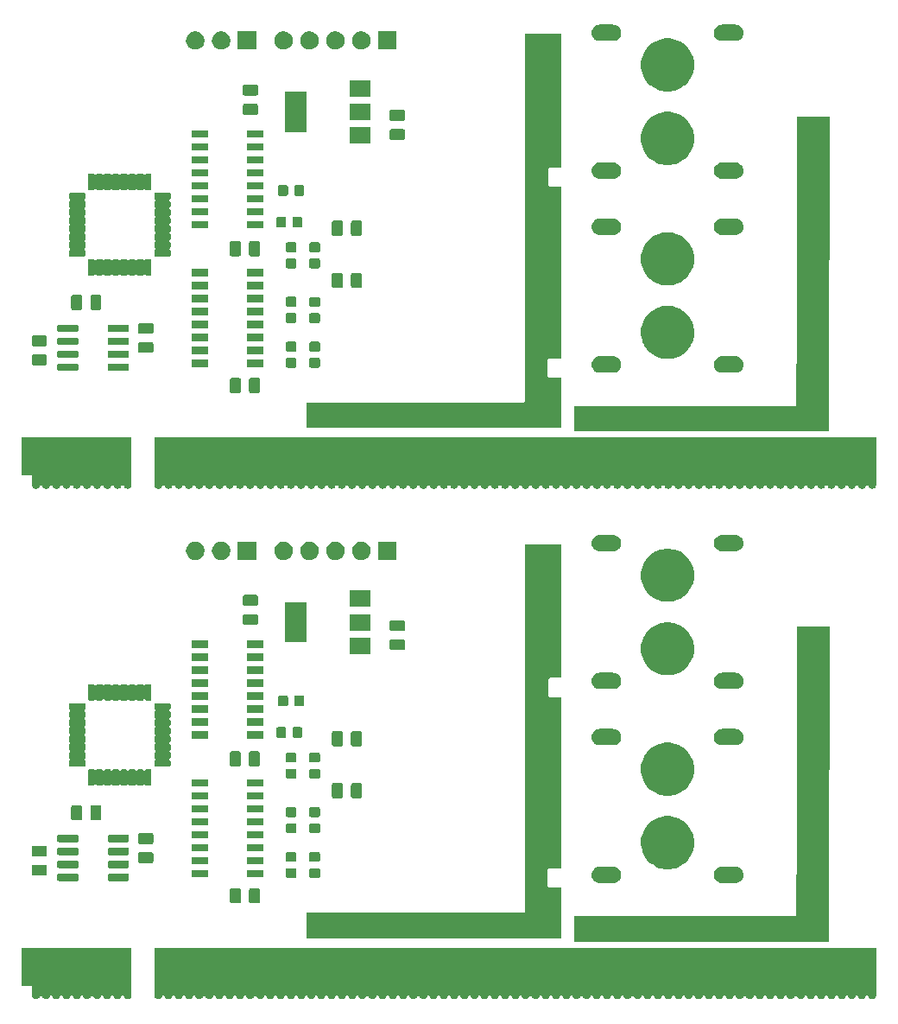
<source format=gbr>
G04 #@! TF.GenerationSoftware,KiCad,Pcbnew,(5.1.5)-3*
G04 #@! TF.CreationDate,2019-12-11T22:47:01+09:00*
G04 #@! TF.ProjectId,CAN_Dual_MDexpress,43414e5f-4475-4616-9c5f-4d4465787072,rev?*
G04 #@! TF.SameCoordinates,Original*
G04 #@! TF.FileFunction,Soldermask,Bot*
G04 #@! TF.FilePolarity,Negative*
%FSLAX46Y46*%
G04 Gerber Fmt 4.6, Leading zero omitted, Abs format (unit mm)*
G04 Created by KiCad (PCBNEW (5.1.5)-3) date 2019-12-11 22:47:01*
%MOMM*%
%LPD*%
G04 APERTURE LIST*
%ADD10C,0.100000*%
G04 APERTURE END LIST*
D10*
G36*
X204346000Y-133843689D02*
G01*
X204335443Y-133856553D01*
X204323893Y-133878161D01*
X204303207Y-133928103D01*
X204262058Y-133989686D01*
X204209686Y-134042058D01*
X204148103Y-134083207D01*
X204079675Y-134111550D01*
X204079674Y-134111550D01*
X204079672Y-134111551D01*
X204007034Y-134126000D01*
X203932966Y-134126000D01*
X203860328Y-134111551D01*
X203860326Y-134111550D01*
X203860325Y-134111550D01*
X203791897Y-134083207D01*
X203730314Y-134042058D01*
X203677942Y-133989686D01*
X203636793Y-133928103D01*
X203616107Y-133878161D01*
X203604557Y-133856553D01*
X203589011Y-133837611D01*
X203570069Y-133822066D01*
X203548459Y-133810515D01*
X203525010Y-133803402D01*
X203500624Y-133801000D01*
X203439376Y-133801000D01*
X203414990Y-133803402D01*
X203391541Y-133810515D01*
X203369930Y-133822066D01*
X203350988Y-133837611D01*
X203335443Y-133856553D01*
X203323893Y-133878161D01*
X203303207Y-133928103D01*
X203262058Y-133989686D01*
X203209686Y-134042058D01*
X203148103Y-134083207D01*
X203079675Y-134111550D01*
X203079674Y-134111550D01*
X203079672Y-134111551D01*
X203007034Y-134126000D01*
X202932966Y-134126000D01*
X202860328Y-134111551D01*
X202860326Y-134111550D01*
X202860325Y-134111550D01*
X202791897Y-134083207D01*
X202730314Y-134042058D01*
X202677942Y-133989686D01*
X202636793Y-133928103D01*
X202616107Y-133878161D01*
X202604557Y-133856553D01*
X202589011Y-133837611D01*
X202570069Y-133822066D01*
X202548459Y-133810515D01*
X202525010Y-133803402D01*
X202500624Y-133801000D01*
X202439376Y-133801000D01*
X202414990Y-133803402D01*
X202391541Y-133810515D01*
X202369930Y-133822066D01*
X202350988Y-133837611D01*
X202335443Y-133856553D01*
X202323893Y-133878161D01*
X202303207Y-133928103D01*
X202262058Y-133989686D01*
X202209686Y-134042058D01*
X202148103Y-134083207D01*
X202079675Y-134111550D01*
X202079674Y-134111550D01*
X202079672Y-134111551D01*
X202007034Y-134126000D01*
X201932966Y-134126000D01*
X201860328Y-134111551D01*
X201860326Y-134111550D01*
X201860325Y-134111550D01*
X201791897Y-134083207D01*
X201730314Y-134042058D01*
X201677942Y-133989686D01*
X201636793Y-133928103D01*
X201616107Y-133878161D01*
X201604557Y-133856553D01*
X201589011Y-133837611D01*
X201570069Y-133822066D01*
X201548459Y-133810515D01*
X201525010Y-133803402D01*
X201500624Y-133801000D01*
X201439376Y-133801000D01*
X201414990Y-133803402D01*
X201391541Y-133810515D01*
X201369930Y-133822066D01*
X201350988Y-133837611D01*
X201335443Y-133856553D01*
X201323893Y-133878161D01*
X201303207Y-133928103D01*
X201262058Y-133989686D01*
X201209686Y-134042058D01*
X201148103Y-134083207D01*
X201079675Y-134111550D01*
X201079674Y-134111550D01*
X201079672Y-134111551D01*
X201007034Y-134126000D01*
X200932966Y-134126000D01*
X200860328Y-134111551D01*
X200860326Y-134111550D01*
X200860325Y-134111550D01*
X200791897Y-134083207D01*
X200730314Y-134042058D01*
X200677942Y-133989686D01*
X200636793Y-133928103D01*
X200616107Y-133878161D01*
X200604557Y-133856553D01*
X200589011Y-133837611D01*
X200570069Y-133822066D01*
X200548459Y-133810515D01*
X200525010Y-133803402D01*
X200500624Y-133801000D01*
X200439376Y-133801000D01*
X200414990Y-133803402D01*
X200391541Y-133810515D01*
X200369930Y-133822066D01*
X200350988Y-133837611D01*
X200335443Y-133856553D01*
X200323893Y-133878161D01*
X200303207Y-133928103D01*
X200262058Y-133989686D01*
X200209686Y-134042058D01*
X200148103Y-134083207D01*
X200079675Y-134111550D01*
X200079674Y-134111550D01*
X200079672Y-134111551D01*
X200007034Y-134126000D01*
X199932966Y-134126000D01*
X199860328Y-134111551D01*
X199860326Y-134111550D01*
X199860325Y-134111550D01*
X199791897Y-134083207D01*
X199730314Y-134042058D01*
X199677942Y-133989686D01*
X199636793Y-133928103D01*
X199616107Y-133878161D01*
X199604557Y-133856553D01*
X199589011Y-133837611D01*
X199570069Y-133822066D01*
X199548459Y-133810515D01*
X199525010Y-133803402D01*
X199500624Y-133801000D01*
X199439376Y-133801000D01*
X199414990Y-133803402D01*
X199391541Y-133810515D01*
X199369930Y-133822066D01*
X199350988Y-133837611D01*
X199335443Y-133856553D01*
X199323893Y-133878161D01*
X199303207Y-133928103D01*
X199262058Y-133989686D01*
X199209686Y-134042058D01*
X199148103Y-134083207D01*
X199079675Y-134111550D01*
X199079674Y-134111550D01*
X199079672Y-134111551D01*
X199007034Y-134126000D01*
X198932966Y-134126000D01*
X198860328Y-134111551D01*
X198860326Y-134111550D01*
X198860325Y-134111550D01*
X198791897Y-134083207D01*
X198730314Y-134042058D01*
X198677942Y-133989686D01*
X198636793Y-133928103D01*
X198616107Y-133878161D01*
X198604557Y-133856553D01*
X198589011Y-133837611D01*
X198570069Y-133822066D01*
X198548459Y-133810515D01*
X198525010Y-133803402D01*
X198500624Y-133801000D01*
X198439376Y-133801000D01*
X198414990Y-133803402D01*
X198391541Y-133810515D01*
X198369930Y-133822066D01*
X198350988Y-133837611D01*
X198335443Y-133856553D01*
X198323893Y-133878161D01*
X198303207Y-133928103D01*
X198262058Y-133989686D01*
X198209686Y-134042058D01*
X198148103Y-134083207D01*
X198079675Y-134111550D01*
X198079674Y-134111550D01*
X198079672Y-134111551D01*
X198007034Y-134126000D01*
X197932966Y-134126000D01*
X197860328Y-134111551D01*
X197860326Y-134111550D01*
X197860325Y-134111550D01*
X197791897Y-134083207D01*
X197730314Y-134042058D01*
X197677942Y-133989686D01*
X197636793Y-133928103D01*
X197616107Y-133878161D01*
X197604557Y-133856553D01*
X197589011Y-133837611D01*
X197570069Y-133822066D01*
X197548459Y-133810515D01*
X197525010Y-133803402D01*
X197500624Y-133801000D01*
X197439376Y-133801000D01*
X197414990Y-133803402D01*
X197391541Y-133810515D01*
X197369930Y-133822066D01*
X197350988Y-133837611D01*
X197335443Y-133856553D01*
X197323893Y-133878161D01*
X197303207Y-133928103D01*
X197262058Y-133989686D01*
X197209686Y-134042058D01*
X197148103Y-134083207D01*
X197079675Y-134111550D01*
X197079674Y-134111550D01*
X197079672Y-134111551D01*
X197007034Y-134126000D01*
X196932966Y-134126000D01*
X196860328Y-134111551D01*
X196860326Y-134111550D01*
X196860325Y-134111550D01*
X196791897Y-134083207D01*
X196730314Y-134042058D01*
X196677942Y-133989686D01*
X196636793Y-133928103D01*
X196616107Y-133878161D01*
X196604557Y-133856553D01*
X196589011Y-133837611D01*
X196570069Y-133822066D01*
X196548459Y-133810515D01*
X196525010Y-133803402D01*
X196500624Y-133801000D01*
X196439376Y-133801000D01*
X196414990Y-133803402D01*
X196391541Y-133810515D01*
X196369930Y-133822066D01*
X196350988Y-133837611D01*
X196335443Y-133856553D01*
X196323893Y-133878161D01*
X196303207Y-133928103D01*
X196262058Y-133989686D01*
X196209686Y-134042058D01*
X196148103Y-134083207D01*
X196079675Y-134111550D01*
X196079674Y-134111550D01*
X196079672Y-134111551D01*
X196007034Y-134126000D01*
X195932966Y-134126000D01*
X195860328Y-134111551D01*
X195860326Y-134111550D01*
X195860325Y-134111550D01*
X195791897Y-134083207D01*
X195730314Y-134042058D01*
X195677942Y-133989686D01*
X195636793Y-133928103D01*
X195616107Y-133878161D01*
X195604557Y-133856553D01*
X195589011Y-133837611D01*
X195570069Y-133822066D01*
X195548459Y-133810515D01*
X195525010Y-133803402D01*
X195500624Y-133801000D01*
X195439376Y-133801000D01*
X195414990Y-133803402D01*
X195391541Y-133810515D01*
X195369930Y-133822066D01*
X195350988Y-133837611D01*
X195335443Y-133856553D01*
X195323893Y-133878161D01*
X195303207Y-133928103D01*
X195262058Y-133989686D01*
X195209686Y-134042058D01*
X195148103Y-134083207D01*
X195079675Y-134111550D01*
X195079674Y-134111550D01*
X195079672Y-134111551D01*
X195007034Y-134126000D01*
X194932966Y-134126000D01*
X194860328Y-134111551D01*
X194860326Y-134111550D01*
X194860325Y-134111550D01*
X194791897Y-134083207D01*
X194730314Y-134042058D01*
X194677942Y-133989686D01*
X194636793Y-133928103D01*
X194616107Y-133878161D01*
X194604557Y-133856553D01*
X194589011Y-133837611D01*
X194570069Y-133822066D01*
X194548459Y-133810515D01*
X194525010Y-133803402D01*
X194500624Y-133801000D01*
X194439376Y-133801000D01*
X194414990Y-133803402D01*
X194391541Y-133810515D01*
X194369930Y-133822066D01*
X194350988Y-133837611D01*
X194335443Y-133856553D01*
X194323893Y-133878161D01*
X194303207Y-133928103D01*
X194262058Y-133989686D01*
X194209686Y-134042058D01*
X194148103Y-134083207D01*
X194079675Y-134111550D01*
X194079674Y-134111550D01*
X194079672Y-134111551D01*
X194007034Y-134126000D01*
X193932966Y-134126000D01*
X193860328Y-134111551D01*
X193860326Y-134111550D01*
X193860325Y-134111550D01*
X193791897Y-134083207D01*
X193730314Y-134042058D01*
X193677942Y-133989686D01*
X193636793Y-133928103D01*
X193616107Y-133878161D01*
X193604557Y-133856553D01*
X193589011Y-133837611D01*
X193570069Y-133822066D01*
X193548459Y-133810515D01*
X193525010Y-133803402D01*
X193500624Y-133801000D01*
X193439376Y-133801000D01*
X193414990Y-133803402D01*
X193391541Y-133810515D01*
X193369930Y-133822066D01*
X193350988Y-133837611D01*
X193335443Y-133856553D01*
X193323893Y-133878161D01*
X193303207Y-133928103D01*
X193262058Y-133989686D01*
X193209686Y-134042058D01*
X193148103Y-134083207D01*
X193079675Y-134111550D01*
X193079674Y-134111550D01*
X193079672Y-134111551D01*
X193007034Y-134126000D01*
X192932966Y-134126000D01*
X192860328Y-134111551D01*
X192860326Y-134111550D01*
X192860325Y-134111550D01*
X192791897Y-134083207D01*
X192730314Y-134042058D01*
X192677942Y-133989686D01*
X192636793Y-133928103D01*
X192616107Y-133878161D01*
X192604557Y-133856553D01*
X192589011Y-133837611D01*
X192570069Y-133822066D01*
X192548459Y-133810515D01*
X192525010Y-133803402D01*
X192500624Y-133801000D01*
X192439376Y-133801000D01*
X192414990Y-133803402D01*
X192391541Y-133810515D01*
X192369930Y-133822066D01*
X192350988Y-133837611D01*
X192335443Y-133856553D01*
X192323893Y-133878161D01*
X192303207Y-133928103D01*
X192262058Y-133989686D01*
X192209686Y-134042058D01*
X192148103Y-134083207D01*
X192079675Y-134111550D01*
X192079674Y-134111550D01*
X192079672Y-134111551D01*
X192007034Y-134126000D01*
X191932966Y-134126000D01*
X191860328Y-134111551D01*
X191860326Y-134111550D01*
X191860325Y-134111550D01*
X191791897Y-134083207D01*
X191730314Y-134042058D01*
X191677942Y-133989686D01*
X191636793Y-133928103D01*
X191616107Y-133878161D01*
X191604557Y-133856553D01*
X191589011Y-133837611D01*
X191570069Y-133822066D01*
X191548459Y-133810515D01*
X191525010Y-133803402D01*
X191500624Y-133801000D01*
X191439376Y-133801000D01*
X191414990Y-133803402D01*
X191391541Y-133810515D01*
X191369930Y-133822066D01*
X191350988Y-133837611D01*
X191335443Y-133856553D01*
X191323893Y-133878161D01*
X191303207Y-133928103D01*
X191262058Y-133989686D01*
X191209686Y-134042058D01*
X191148103Y-134083207D01*
X191079675Y-134111550D01*
X191079674Y-134111550D01*
X191079672Y-134111551D01*
X191007034Y-134126000D01*
X190932966Y-134126000D01*
X190860328Y-134111551D01*
X190860326Y-134111550D01*
X190860325Y-134111550D01*
X190791897Y-134083207D01*
X190730314Y-134042058D01*
X190677942Y-133989686D01*
X190636793Y-133928103D01*
X190616107Y-133878161D01*
X190604557Y-133856553D01*
X190589011Y-133837611D01*
X190570069Y-133822066D01*
X190548459Y-133810515D01*
X190525010Y-133803402D01*
X190500624Y-133801000D01*
X190439376Y-133801000D01*
X190414990Y-133803402D01*
X190391541Y-133810515D01*
X190369930Y-133822066D01*
X190350988Y-133837611D01*
X190335443Y-133856553D01*
X190323893Y-133878161D01*
X190303207Y-133928103D01*
X190262058Y-133989686D01*
X190209686Y-134042058D01*
X190148103Y-134083207D01*
X190079675Y-134111550D01*
X190079674Y-134111550D01*
X190079672Y-134111551D01*
X190007034Y-134126000D01*
X189932966Y-134126000D01*
X189860328Y-134111551D01*
X189860326Y-134111550D01*
X189860325Y-134111550D01*
X189791897Y-134083207D01*
X189730314Y-134042058D01*
X189677942Y-133989686D01*
X189636793Y-133928103D01*
X189616107Y-133878161D01*
X189604557Y-133856553D01*
X189589011Y-133837611D01*
X189570069Y-133822066D01*
X189548459Y-133810515D01*
X189525010Y-133803402D01*
X189500624Y-133801000D01*
X189439376Y-133801000D01*
X189414990Y-133803402D01*
X189391541Y-133810515D01*
X189369930Y-133822066D01*
X189350988Y-133837611D01*
X189335443Y-133856553D01*
X189323893Y-133878161D01*
X189303207Y-133928103D01*
X189262058Y-133989686D01*
X189209686Y-134042058D01*
X189148103Y-134083207D01*
X189079675Y-134111550D01*
X189079674Y-134111550D01*
X189079672Y-134111551D01*
X189007034Y-134126000D01*
X188932966Y-134126000D01*
X188860328Y-134111551D01*
X188860326Y-134111550D01*
X188860325Y-134111550D01*
X188791897Y-134083207D01*
X188730314Y-134042058D01*
X188677942Y-133989686D01*
X188636793Y-133928103D01*
X188616107Y-133878161D01*
X188604557Y-133856553D01*
X188589011Y-133837611D01*
X188570069Y-133822066D01*
X188548459Y-133810515D01*
X188525010Y-133803402D01*
X188500624Y-133801000D01*
X188439376Y-133801000D01*
X188414990Y-133803402D01*
X188391541Y-133810515D01*
X188369930Y-133822066D01*
X188350988Y-133837611D01*
X188335443Y-133856553D01*
X188323893Y-133878161D01*
X188303207Y-133928103D01*
X188262058Y-133989686D01*
X188209686Y-134042058D01*
X188148103Y-134083207D01*
X188079675Y-134111550D01*
X188079674Y-134111550D01*
X188079672Y-134111551D01*
X188007034Y-134126000D01*
X187932966Y-134126000D01*
X187860328Y-134111551D01*
X187860326Y-134111550D01*
X187860325Y-134111550D01*
X187791897Y-134083207D01*
X187730314Y-134042058D01*
X187677942Y-133989686D01*
X187636793Y-133928103D01*
X187616107Y-133878161D01*
X187604557Y-133856553D01*
X187589011Y-133837611D01*
X187570069Y-133822066D01*
X187548459Y-133810515D01*
X187525010Y-133803402D01*
X187500624Y-133801000D01*
X187439376Y-133801000D01*
X187414990Y-133803402D01*
X187391541Y-133810515D01*
X187369930Y-133822066D01*
X187350988Y-133837611D01*
X187335443Y-133856553D01*
X187323893Y-133878161D01*
X187303207Y-133928103D01*
X187262058Y-133989686D01*
X187209686Y-134042058D01*
X187148103Y-134083207D01*
X187079675Y-134111550D01*
X187079674Y-134111550D01*
X187079672Y-134111551D01*
X187007034Y-134126000D01*
X186932966Y-134126000D01*
X186860328Y-134111551D01*
X186860326Y-134111550D01*
X186860325Y-134111550D01*
X186791897Y-134083207D01*
X186730314Y-134042058D01*
X186677942Y-133989686D01*
X186636793Y-133928103D01*
X186616107Y-133878161D01*
X186604557Y-133856553D01*
X186589011Y-133837611D01*
X186570069Y-133822066D01*
X186548459Y-133810515D01*
X186525010Y-133803402D01*
X186500624Y-133801000D01*
X186439376Y-133801000D01*
X186414990Y-133803402D01*
X186391541Y-133810515D01*
X186369930Y-133822066D01*
X186350988Y-133837611D01*
X186335443Y-133856553D01*
X186323893Y-133878161D01*
X186303207Y-133928103D01*
X186262058Y-133989686D01*
X186209686Y-134042058D01*
X186148103Y-134083207D01*
X186079675Y-134111550D01*
X186079674Y-134111550D01*
X186079672Y-134111551D01*
X186007034Y-134126000D01*
X185932966Y-134126000D01*
X185860328Y-134111551D01*
X185860326Y-134111550D01*
X185860325Y-134111550D01*
X185791897Y-134083207D01*
X185730314Y-134042058D01*
X185677942Y-133989686D01*
X185636793Y-133928103D01*
X185616107Y-133878161D01*
X185604557Y-133856553D01*
X185589011Y-133837611D01*
X185570069Y-133822066D01*
X185548459Y-133810515D01*
X185525010Y-133803402D01*
X185500624Y-133801000D01*
X185439376Y-133801000D01*
X185414990Y-133803402D01*
X185391541Y-133810515D01*
X185369930Y-133822066D01*
X185350988Y-133837611D01*
X185335443Y-133856553D01*
X185323893Y-133878161D01*
X185303207Y-133928103D01*
X185262058Y-133989686D01*
X185209686Y-134042058D01*
X185148103Y-134083207D01*
X185079675Y-134111550D01*
X185079674Y-134111550D01*
X185079672Y-134111551D01*
X185007034Y-134126000D01*
X184932966Y-134126000D01*
X184860328Y-134111551D01*
X184860326Y-134111550D01*
X184860325Y-134111550D01*
X184791897Y-134083207D01*
X184730314Y-134042058D01*
X184677942Y-133989686D01*
X184636793Y-133928103D01*
X184616107Y-133878161D01*
X184604557Y-133856553D01*
X184589011Y-133837611D01*
X184570069Y-133822066D01*
X184548459Y-133810515D01*
X184525010Y-133803402D01*
X184500624Y-133801000D01*
X184439376Y-133801000D01*
X184414990Y-133803402D01*
X184391541Y-133810515D01*
X184369930Y-133822066D01*
X184350988Y-133837611D01*
X184335443Y-133856553D01*
X184323893Y-133878161D01*
X184303207Y-133928103D01*
X184262058Y-133989686D01*
X184209686Y-134042058D01*
X184148103Y-134083207D01*
X184079675Y-134111550D01*
X184079674Y-134111550D01*
X184079672Y-134111551D01*
X184007034Y-134126000D01*
X183932966Y-134126000D01*
X183860328Y-134111551D01*
X183860326Y-134111550D01*
X183860325Y-134111550D01*
X183791897Y-134083207D01*
X183730314Y-134042058D01*
X183677942Y-133989686D01*
X183636793Y-133928103D01*
X183616107Y-133878161D01*
X183604557Y-133856553D01*
X183589011Y-133837611D01*
X183570069Y-133822066D01*
X183548459Y-133810515D01*
X183525010Y-133803402D01*
X183500624Y-133801000D01*
X183439376Y-133801000D01*
X183414990Y-133803402D01*
X183391541Y-133810515D01*
X183369930Y-133822066D01*
X183350988Y-133837611D01*
X183335443Y-133856553D01*
X183323893Y-133878161D01*
X183303207Y-133928103D01*
X183262058Y-133989686D01*
X183209686Y-134042058D01*
X183148103Y-134083207D01*
X183079675Y-134111550D01*
X183079674Y-134111550D01*
X183079672Y-134111551D01*
X183007034Y-134126000D01*
X182932966Y-134126000D01*
X182860328Y-134111551D01*
X182860326Y-134111550D01*
X182860325Y-134111550D01*
X182791897Y-134083207D01*
X182730314Y-134042058D01*
X182677942Y-133989686D01*
X182636793Y-133928103D01*
X182616107Y-133878161D01*
X182604557Y-133856553D01*
X182589011Y-133837611D01*
X182570069Y-133822066D01*
X182548459Y-133810515D01*
X182525010Y-133803402D01*
X182500624Y-133801000D01*
X182439376Y-133801000D01*
X182414990Y-133803402D01*
X182391541Y-133810515D01*
X182369930Y-133822066D01*
X182350988Y-133837611D01*
X182335443Y-133856553D01*
X182323893Y-133878161D01*
X182303207Y-133928103D01*
X182262058Y-133989686D01*
X182209686Y-134042058D01*
X182148103Y-134083207D01*
X182079675Y-134111550D01*
X182079674Y-134111550D01*
X182079672Y-134111551D01*
X182007034Y-134126000D01*
X181932966Y-134126000D01*
X181860328Y-134111551D01*
X181860326Y-134111550D01*
X181860325Y-134111550D01*
X181791897Y-134083207D01*
X181730314Y-134042058D01*
X181677942Y-133989686D01*
X181636793Y-133928103D01*
X181616107Y-133878161D01*
X181604557Y-133856553D01*
X181589011Y-133837611D01*
X181570069Y-133822066D01*
X181548459Y-133810515D01*
X181525010Y-133803402D01*
X181500624Y-133801000D01*
X181439376Y-133801000D01*
X181414990Y-133803402D01*
X181391541Y-133810515D01*
X181369930Y-133822066D01*
X181350988Y-133837611D01*
X181335443Y-133856553D01*
X181323893Y-133878161D01*
X181303207Y-133928103D01*
X181262058Y-133989686D01*
X181209686Y-134042058D01*
X181148103Y-134083207D01*
X181079675Y-134111550D01*
X181079674Y-134111550D01*
X181079672Y-134111551D01*
X181007034Y-134126000D01*
X180932966Y-134126000D01*
X180860328Y-134111551D01*
X180860326Y-134111550D01*
X180860325Y-134111550D01*
X180791897Y-134083207D01*
X180730314Y-134042058D01*
X180677942Y-133989686D01*
X180636793Y-133928103D01*
X180616107Y-133878161D01*
X180604557Y-133856553D01*
X180589011Y-133837611D01*
X180570069Y-133822066D01*
X180548459Y-133810515D01*
X180525010Y-133803402D01*
X180500624Y-133801000D01*
X180439376Y-133801000D01*
X180414990Y-133803402D01*
X180391541Y-133810515D01*
X180369930Y-133822066D01*
X180350988Y-133837611D01*
X180335443Y-133856553D01*
X180323893Y-133878161D01*
X180303207Y-133928103D01*
X180262058Y-133989686D01*
X180209686Y-134042058D01*
X180148103Y-134083207D01*
X180079675Y-134111550D01*
X180079674Y-134111550D01*
X180079672Y-134111551D01*
X180007034Y-134126000D01*
X179932966Y-134126000D01*
X179860328Y-134111551D01*
X179860326Y-134111550D01*
X179860325Y-134111550D01*
X179791897Y-134083207D01*
X179730314Y-134042058D01*
X179677942Y-133989686D01*
X179636793Y-133928103D01*
X179616107Y-133878161D01*
X179604557Y-133856553D01*
X179589011Y-133837611D01*
X179570069Y-133822066D01*
X179548459Y-133810515D01*
X179525010Y-133803402D01*
X179500624Y-133801000D01*
X179439376Y-133801000D01*
X179414990Y-133803402D01*
X179391541Y-133810515D01*
X179369930Y-133822066D01*
X179350988Y-133837611D01*
X179335443Y-133856553D01*
X179323893Y-133878161D01*
X179303207Y-133928103D01*
X179262058Y-133989686D01*
X179209686Y-134042058D01*
X179148103Y-134083207D01*
X179079675Y-134111550D01*
X179079674Y-134111550D01*
X179079672Y-134111551D01*
X179007034Y-134126000D01*
X178932966Y-134126000D01*
X178860328Y-134111551D01*
X178860326Y-134111550D01*
X178860325Y-134111550D01*
X178791897Y-134083207D01*
X178730314Y-134042058D01*
X178677942Y-133989686D01*
X178636793Y-133928103D01*
X178616107Y-133878161D01*
X178604557Y-133856553D01*
X178589011Y-133837611D01*
X178570069Y-133822066D01*
X178548459Y-133810515D01*
X178525010Y-133803402D01*
X178500624Y-133801000D01*
X178439376Y-133801000D01*
X178414990Y-133803402D01*
X178391541Y-133810515D01*
X178369930Y-133822066D01*
X178350988Y-133837611D01*
X178335443Y-133856553D01*
X178323893Y-133878161D01*
X178303207Y-133928103D01*
X178262058Y-133989686D01*
X178209686Y-134042058D01*
X178148103Y-134083207D01*
X178079675Y-134111550D01*
X178079674Y-134111550D01*
X178079672Y-134111551D01*
X178007034Y-134126000D01*
X177932966Y-134126000D01*
X177860328Y-134111551D01*
X177860326Y-134111550D01*
X177860325Y-134111550D01*
X177791897Y-134083207D01*
X177730314Y-134042058D01*
X177677942Y-133989686D01*
X177636793Y-133928103D01*
X177616107Y-133878161D01*
X177604557Y-133856553D01*
X177589011Y-133837611D01*
X177570069Y-133822066D01*
X177548459Y-133810515D01*
X177525010Y-133803402D01*
X177500624Y-133801000D01*
X177439376Y-133801000D01*
X177414990Y-133803402D01*
X177391541Y-133810515D01*
X177369930Y-133822066D01*
X177350988Y-133837611D01*
X177335443Y-133856553D01*
X177323893Y-133878161D01*
X177303207Y-133928103D01*
X177262058Y-133989686D01*
X177209686Y-134042058D01*
X177148103Y-134083207D01*
X177079675Y-134111550D01*
X177079674Y-134111550D01*
X177079672Y-134111551D01*
X177007034Y-134126000D01*
X176932966Y-134126000D01*
X176860328Y-134111551D01*
X176860326Y-134111550D01*
X176860325Y-134111550D01*
X176791897Y-134083207D01*
X176730314Y-134042058D01*
X176677942Y-133989686D01*
X176636793Y-133928103D01*
X176616107Y-133878161D01*
X176604557Y-133856553D01*
X176589011Y-133837611D01*
X176570069Y-133822066D01*
X176548459Y-133810515D01*
X176525010Y-133803402D01*
X176500624Y-133801000D01*
X176439376Y-133801000D01*
X176414990Y-133803402D01*
X176391541Y-133810515D01*
X176369930Y-133822066D01*
X176350988Y-133837611D01*
X176335443Y-133856553D01*
X176323893Y-133878161D01*
X176303207Y-133928103D01*
X176262058Y-133989686D01*
X176209686Y-134042058D01*
X176148103Y-134083207D01*
X176079675Y-134111550D01*
X176079674Y-134111550D01*
X176079672Y-134111551D01*
X176007034Y-134126000D01*
X175932966Y-134126000D01*
X175860328Y-134111551D01*
X175860326Y-134111550D01*
X175860325Y-134111550D01*
X175791897Y-134083207D01*
X175730314Y-134042058D01*
X175677942Y-133989686D01*
X175636793Y-133928103D01*
X175616107Y-133878161D01*
X175604557Y-133856553D01*
X175589011Y-133837611D01*
X175570069Y-133822066D01*
X175548459Y-133810515D01*
X175525010Y-133803402D01*
X175500624Y-133801000D01*
X175439376Y-133801000D01*
X175414990Y-133803402D01*
X175391541Y-133810515D01*
X175369930Y-133822066D01*
X175350988Y-133837611D01*
X175335443Y-133856553D01*
X175323893Y-133878161D01*
X175303207Y-133928103D01*
X175262058Y-133989686D01*
X175209686Y-134042058D01*
X175148103Y-134083207D01*
X175079675Y-134111550D01*
X175079674Y-134111550D01*
X175079672Y-134111551D01*
X175007034Y-134126000D01*
X174932966Y-134126000D01*
X174860328Y-134111551D01*
X174860326Y-134111550D01*
X174860325Y-134111550D01*
X174791897Y-134083207D01*
X174730314Y-134042058D01*
X174677942Y-133989686D01*
X174636793Y-133928103D01*
X174616107Y-133878161D01*
X174604557Y-133856553D01*
X174589011Y-133837611D01*
X174570069Y-133822066D01*
X174548459Y-133810515D01*
X174525010Y-133803402D01*
X174500624Y-133801000D01*
X174439376Y-133801000D01*
X174414990Y-133803402D01*
X174391541Y-133810515D01*
X174369930Y-133822066D01*
X174350988Y-133837611D01*
X174335443Y-133856553D01*
X174323893Y-133878161D01*
X174303207Y-133928103D01*
X174262058Y-133989686D01*
X174209686Y-134042058D01*
X174148103Y-134083207D01*
X174079675Y-134111550D01*
X174079674Y-134111550D01*
X174079672Y-134111551D01*
X174007034Y-134126000D01*
X173932966Y-134126000D01*
X173860328Y-134111551D01*
X173860326Y-134111550D01*
X173860325Y-134111550D01*
X173791897Y-134083207D01*
X173730314Y-134042058D01*
X173677942Y-133989686D01*
X173636793Y-133928103D01*
X173616107Y-133878161D01*
X173604557Y-133856553D01*
X173589011Y-133837611D01*
X173570069Y-133822066D01*
X173548459Y-133810515D01*
X173525010Y-133803402D01*
X173500624Y-133801000D01*
X173439376Y-133801000D01*
X173414990Y-133803402D01*
X173391541Y-133810515D01*
X173369930Y-133822066D01*
X173350988Y-133837611D01*
X173335443Y-133856553D01*
X173323893Y-133878161D01*
X173303207Y-133928103D01*
X173262058Y-133989686D01*
X173209686Y-134042058D01*
X173148103Y-134083207D01*
X173079675Y-134111550D01*
X173079674Y-134111550D01*
X173079672Y-134111551D01*
X173007034Y-134126000D01*
X172932966Y-134126000D01*
X172860328Y-134111551D01*
X172860326Y-134111550D01*
X172860325Y-134111550D01*
X172791897Y-134083207D01*
X172730314Y-134042058D01*
X172677942Y-133989686D01*
X172636793Y-133928103D01*
X172616107Y-133878161D01*
X172604557Y-133856553D01*
X172589011Y-133837611D01*
X172570069Y-133822066D01*
X172548459Y-133810515D01*
X172525010Y-133803402D01*
X172500624Y-133801000D01*
X172439376Y-133801000D01*
X172414990Y-133803402D01*
X172391541Y-133810515D01*
X172369930Y-133822066D01*
X172350988Y-133837611D01*
X172335443Y-133856553D01*
X172323893Y-133878161D01*
X172303207Y-133928103D01*
X172262058Y-133989686D01*
X172209686Y-134042058D01*
X172148103Y-134083207D01*
X172079675Y-134111550D01*
X172079674Y-134111550D01*
X172079672Y-134111551D01*
X172007034Y-134126000D01*
X171932966Y-134126000D01*
X171860328Y-134111551D01*
X171860326Y-134111550D01*
X171860325Y-134111550D01*
X171791897Y-134083207D01*
X171730314Y-134042058D01*
X171677942Y-133989686D01*
X171636793Y-133928103D01*
X171616107Y-133878161D01*
X171604557Y-133856553D01*
X171589011Y-133837611D01*
X171570069Y-133822066D01*
X171548459Y-133810515D01*
X171525010Y-133803402D01*
X171500624Y-133801000D01*
X171439376Y-133801000D01*
X171414990Y-133803402D01*
X171391541Y-133810515D01*
X171369930Y-133822066D01*
X171350988Y-133837611D01*
X171335443Y-133856553D01*
X171323893Y-133878161D01*
X171303207Y-133928103D01*
X171262058Y-133989686D01*
X171209686Y-134042058D01*
X171148103Y-134083207D01*
X171079675Y-134111550D01*
X171079674Y-134111550D01*
X171079672Y-134111551D01*
X171007034Y-134126000D01*
X170932966Y-134126000D01*
X170860328Y-134111551D01*
X170860326Y-134111550D01*
X170860325Y-134111550D01*
X170791897Y-134083207D01*
X170730314Y-134042058D01*
X170677942Y-133989686D01*
X170636793Y-133928103D01*
X170616107Y-133878161D01*
X170604557Y-133856553D01*
X170589011Y-133837611D01*
X170570069Y-133822066D01*
X170548459Y-133810515D01*
X170525010Y-133803402D01*
X170500624Y-133801000D01*
X170439376Y-133801000D01*
X170414990Y-133803402D01*
X170391541Y-133810515D01*
X170369930Y-133822066D01*
X170350988Y-133837611D01*
X170335443Y-133856553D01*
X170323893Y-133878161D01*
X170303207Y-133928103D01*
X170262058Y-133989686D01*
X170209686Y-134042058D01*
X170148103Y-134083207D01*
X170079675Y-134111550D01*
X170079674Y-134111550D01*
X170079672Y-134111551D01*
X170007034Y-134126000D01*
X169932966Y-134126000D01*
X169860328Y-134111551D01*
X169860326Y-134111550D01*
X169860325Y-134111550D01*
X169791897Y-134083207D01*
X169730314Y-134042058D01*
X169677942Y-133989686D01*
X169636793Y-133928103D01*
X169616107Y-133878161D01*
X169604557Y-133856553D01*
X169589011Y-133837611D01*
X169570069Y-133822066D01*
X169548459Y-133810515D01*
X169525010Y-133803402D01*
X169500624Y-133801000D01*
X169439376Y-133801000D01*
X169414990Y-133803402D01*
X169391541Y-133810515D01*
X169369930Y-133822066D01*
X169350988Y-133837611D01*
X169335443Y-133856553D01*
X169323893Y-133878161D01*
X169303207Y-133928103D01*
X169262058Y-133989686D01*
X169209686Y-134042058D01*
X169148103Y-134083207D01*
X169079675Y-134111550D01*
X169079674Y-134111550D01*
X169079672Y-134111551D01*
X169007034Y-134126000D01*
X168932966Y-134126000D01*
X168860328Y-134111551D01*
X168860326Y-134111550D01*
X168860325Y-134111550D01*
X168791897Y-134083207D01*
X168730314Y-134042058D01*
X168677942Y-133989686D01*
X168636793Y-133928103D01*
X168616107Y-133878161D01*
X168604557Y-133856553D01*
X168589011Y-133837611D01*
X168570069Y-133822066D01*
X168548459Y-133810515D01*
X168525010Y-133803402D01*
X168500624Y-133801000D01*
X168439376Y-133801000D01*
X168414990Y-133803402D01*
X168391541Y-133810515D01*
X168369930Y-133822066D01*
X168350988Y-133837611D01*
X168335443Y-133856553D01*
X168323893Y-133878161D01*
X168303207Y-133928103D01*
X168262058Y-133989686D01*
X168209686Y-134042058D01*
X168148103Y-134083207D01*
X168079675Y-134111550D01*
X168079674Y-134111550D01*
X168079672Y-134111551D01*
X168007034Y-134126000D01*
X167932966Y-134126000D01*
X167860328Y-134111551D01*
X167860326Y-134111550D01*
X167860325Y-134111550D01*
X167791897Y-134083207D01*
X167730314Y-134042058D01*
X167677942Y-133989686D01*
X167636793Y-133928103D01*
X167616107Y-133878161D01*
X167604557Y-133856553D01*
X167589011Y-133837611D01*
X167570069Y-133822066D01*
X167548459Y-133810515D01*
X167525010Y-133803402D01*
X167500624Y-133801000D01*
X167439376Y-133801000D01*
X167414990Y-133803402D01*
X167391541Y-133810515D01*
X167369930Y-133822066D01*
X167350988Y-133837611D01*
X167335443Y-133856553D01*
X167323893Y-133878161D01*
X167303207Y-133928103D01*
X167262058Y-133989686D01*
X167209686Y-134042058D01*
X167148103Y-134083207D01*
X167079675Y-134111550D01*
X167079674Y-134111550D01*
X167079672Y-134111551D01*
X167007034Y-134126000D01*
X166932966Y-134126000D01*
X166860328Y-134111551D01*
X166860326Y-134111550D01*
X166860325Y-134111550D01*
X166791897Y-134083207D01*
X166730314Y-134042058D01*
X166677942Y-133989686D01*
X166636793Y-133928103D01*
X166616107Y-133878161D01*
X166604557Y-133856553D01*
X166589011Y-133837611D01*
X166570069Y-133822066D01*
X166548459Y-133810515D01*
X166525010Y-133803402D01*
X166500624Y-133801000D01*
X166439376Y-133801000D01*
X166414990Y-133803402D01*
X166391541Y-133810515D01*
X166369930Y-133822066D01*
X166350988Y-133837611D01*
X166335443Y-133856553D01*
X166323893Y-133878161D01*
X166303207Y-133928103D01*
X166262058Y-133989686D01*
X166209686Y-134042058D01*
X166148103Y-134083207D01*
X166079675Y-134111550D01*
X166079674Y-134111550D01*
X166079672Y-134111551D01*
X166007034Y-134126000D01*
X165932966Y-134126000D01*
X165860328Y-134111551D01*
X165860326Y-134111550D01*
X165860325Y-134111550D01*
X165791897Y-134083207D01*
X165730314Y-134042058D01*
X165677942Y-133989686D01*
X165636793Y-133928103D01*
X165616107Y-133878161D01*
X165604557Y-133856553D01*
X165589011Y-133837611D01*
X165570069Y-133822066D01*
X165548459Y-133810515D01*
X165525010Y-133803402D01*
X165500624Y-133801000D01*
X165439376Y-133801000D01*
X165414990Y-133803402D01*
X165391541Y-133810515D01*
X165369930Y-133822066D01*
X165350988Y-133837611D01*
X165335443Y-133856553D01*
X165323893Y-133878161D01*
X165303207Y-133928103D01*
X165262058Y-133989686D01*
X165209686Y-134042058D01*
X165148103Y-134083207D01*
X165079675Y-134111550D01*
X165079674Y-134111550D01*
X165079672Y-134111551D01*
X165007034Y-134126000D01*
X164932966Y-134126000D01*
X164860328Y-134111551D01*
X164860326Y-134111550D01*
X164860325Y-134111550D01*
X164791897Y-134083207D01*
X164730314Y-134042058D01*
X164677942Y-133989686D01*
X164636793Y-133928103D01*
X164616107Y-133878161D01*
X164604557Y-133856553D01*
X164589011Y-133837611D01*
X164570069Y-133822066D01*
X164548459Y-133810515D01*
X164525010Y-133803402D01*
X164500624Y-133801000D01*
X164439376Y-133801000D01*
X164414990Y-133803402D01*
X164391541Y-133810515D01*
X164369930Y-133822066D01*
X164350988Y-133837611D01*
X164335443Y-133856553D01*
X164323893Y-133878161D01*
X164303207Y-133928103D01*
X164262058Y-133989686D01*
X164209686Y-134042058D01*
X164148103Y-134083207D01*
X164079675Y-134111550D01*
X164079674Y-134111550D01*
X164079672Y-134111551D01*
X164007034Y-134126000D01*
X163932966Y-134126000D01*
X163860328Y-134111551D01*
X163860326Y-134111550D01*
X163860325Y-134111550D01*
X163791897Y-134083207D01*
X163730314Y-134042058D01*
X163677942Y-133989686D01*
X163636793Y-133928103D01*
X163616107Y-133878161D01*
X163604557Y-133856553D01*
X163589011Y-133837611D01*
X163570069Y-133822066D01*
X163548459Y-133810515D01*
X163525010Y-133803402D01*
X163500624Y-133801000D01*
X163439376Y-133801000D01*
X163414990Y-133803402D01*
X163391541Y-133810515D01*
X163369930Y-133822066D01*
X163350988Y-133837611D01*
X163335443Y-133856553D01*
X163323893Y-133878161D01*
X163303207Y-133928103D01*
X163262058Y-133989686D01*
X163209686Y-134042058D01*
X163148103Y-134083207D01*
X163079675Y-134111550D01*
X163079674Y-134111550D01*
X163079672Y-134111551D01*
X163007034Y-134126000D01*
X162932966Y-134126000D01*
X162860328Y-134111551D01*
X162860326Y-134111550D01*
X162860325Y-134111550D01*
X162791897Y-134083207D01*
X162730314Y-134042058D01*
X162677942Y-133989686D01*
X162636793Y-133928103D01*
X162616107Y-133878161D01*
X162604557Y-133856553D01*
X162589011Y-133837611D01*
X162570069Y-133822066D01*
X162548459Y-133810515D01*
X162525010Y-133803402D01*
X162500624Y-133801000D01*
X162439376Y-133801000D01*
X162414990Y-133803402D01*
X162391541Y-133810515D01*
X162369930Y-133822066D01*
X162350988Y-133837611D01*
X162335443Y-133856553D01*
X162323893Y-133878161D01*
X162303207Y-133928103D01*
X162262058Y-133989686D01*
X162209686Y-134042058D01*
X162148103Y-134083207D01*
X162079675Y-134111550D01*
X162079674Y-134111550D01*
X162079672Y-134111551D01*
X162007034Y-134126000D01*
X161932966Y-134126000D01*
X161860328Y-134111551D01*
X161860326Y-134111550D01*
X161860325Y-134111550D01*
X161791897Y-134083207D01*
X161730314Y-134042058D01*
X161677942Y-133989686D01*
X161636793Y-133928103D01*
X161616107Y-133878161D01*
X161604557Y-133856553D01*
X161589011Y-133837611D01*
X161570069Y-133822066D01*
X161548459Y-133810515D01*
X161525010Y-133803402D01*
X161500624Y-133801000D01*
X161439376Y-133801000D01*
X161414990Y-133803402D01*
X161391541Y-133810515D01*
X161369930Y-133822066D01*
X161350988Y-133837611D01*
X161335443Y-133856553D01*
X161323893Y-133878161D01*
X161303207Y-133928103D01*
X161262058Y-133989686D01*
X161209686Y-134042058D01*
X161148103Y-134083207D01*
X161079675Y-134111550D01*
X161079674Y-134111550D01*
X161079672Y-134111551D01*
X161007034Y-134126000D01*
X160932966Y-134126000D01*
X160860328Y-134111551D01*
X160860326Y-134111550D01*
X160860325Y-134111550D01*
X160791897Y-134083207D01*
X160730314Y-134042058D01*
X160677942Y-133989686D01*
X160636793Y-133928103D01*
X160616107Y-133878161D01*
X160604557Y-133856553D01*
X160589011Y-133837611D01*
X160570069Y-133822066D01*
X160548459Y-133810515D01*
X160525010Y-133803402D01*
X160500624Y-133801000D01*
X160439376Y-133801000D01*
X160414990Y-133803402D01*
X160391541Y-133810515D01*
X160369930Y-133822066D01*
X160350988Y-133837611D01*
X160335443Y-133856553D01*
X160323893Y-133878161D01*
X160303207Y-133928103D01*
X160262058Y-133989686D01*
X160209686Y-134042058D01*
X160148103Y-134083207D01*
X160079675Y-134111550D01*
X160079674Y-134111550D01*
X160079672Y-134111551D01*
X160007034Y-134126000D01*
X159932966Y-134126000D01*
X159860328Y-134111551D01*
X159860326Y-134111550D01*
X159860325Y-134111550D01*
X159791897Y-134083207D01*
X159730314Y-134042058D01*
X159677942Y-133989686D01*
X159636793Y-133928103D01*
X159616107Y-133878161D01*
X159604557Y-133856553D01*
X159589011Y-133837611D01*
X159570069Y-133822066D01*
X159548459Y-133810515D01*
X159525010Y-133803402D01*
X159500624Y-133801000D01*
X159439376Y-133801000D01*
X159414990Y-133803402D01*
X159391541Y-133810515D01*
X159369930Y-133822066D01*
X159350988Y-133837611D01*
X159335443Y-133856553D01*
X159323893Y-133878161D01*
X159303207Y-133928103D01*
X159262058Y-133989686D01*
X159209686Y-134042058D01*
X159148103Y-134083207D01*
X159079675Y-134111550D01*
X159079674Y-134111550D01*
X159079672Y-134111551D01*
X159007034Y-134126000D01*
X158932966Y-134126000D01*
X158860328Y-134111551D01*
X158860326Y-134111550D01*
X158860325Y-134111550D01*
X158791897Y-134083207D01*
X158730314Y-134042058D01*
X158677942Y-133989686D01*
X158636793Y-133928103D01*
X158616107Y-133878161D01*
X158604557Y-133856553D01*
X158589011Y-133837611D01*
X158570069Y-133822066D01*
X158548459Y-133810515D01*
X158525010Y-133803402D01*
X158500624Y-133801000D01*
X158439376Y-133801000D01*
X158414990Y-133803402D01*
X158391541Y-133810515D01*
X158369930Y-133822066D01*
X158350988Y-133837611D01*
X158335443Y-133856553D01*
X158323893Y-133878161D01*
X158303207Y-133928103D01*
X158262058Y-133989686D01*
X158209686Y-134042058D01*
X158148103Y-134083207D01*
X158079675Y-134111550D01*
X158079674Y-134111550D01*
X158079672Y-134111551D01*
X158007034Y-134126000D01*
X157932966Y-134126000D01*
X157860328Y-134111551D01*
X157860326Y-134111550D01*
X157860325Y-134111550D01*
X157791897Y-134083207D01*
X157730314Y-134042058D01*
X157677942Y-133989686D01*
X157636793Y-133928103D01*
X157616107Y-133878161D01*
X157604557Y-133856553D01*
X157589011Y-133837611D01*
X157570069Y-133822066D01*
X157548459Y-133810515D01*
X157525010Y-133803402D01*
X157500624Y-133801000D01*
X157439376Y-133801000D01*
X157414990Y-133803402D01*
X157391541Y-133810515D01*
X157369930Y-133822066D01*
X157350988Y-133837611D01*
X157335443Y-133856553D01*
X157323893Y-133878161D01*
X157303207Y-133928103D01*
X157262058Y-133989686D01*
X157209686Y-134042058D01*
X157148103Y-134083207D01*
X157079675Y-134111550D01*
X157079674Y-134111550D01*
X157079672Y-134111551D01*
X157007034Y-134126000D01*
X156932966Y-134126000D01*
X156860328Y-134111551D01*
X156860326Y-134111550D01*
X156860325Y-134111550D01*
X156791897Y-134083207D01*
X156730314Y-134042058D01*
X156677942Y-133989686D01*
X156636793Y-133928103D01*
X156616107Y-133878161D01*
X156604557Y-133856553D01*
X156589011Y-133837611D01*
X156570069Y-133822066D01*
X156548459Y-133810515D01*
X156525010Y-133803402D01*
X156500624Y-133801000D01*
X156439376Y-133801000D01*
X156414990Y-133803402D01*
X156391541Y-133810515D01*
X156369930Y-133822066D01*
X156350988Y-133837611D01*
X156335443Y-133856553D01*
X156323893Y-133878161D01*
X156303207Y-133928103D01*
X156262058Y-133989686D01*
X156209686Y-134042058D01*
X156148103Y-134083207D01*
X156079675Y-134111550D01*
X156079674Y-134111550D01*
X156079672Y-134111551D01*
X156007034Y-134126000D01*
X155932966Y-134126000D01*
X155860328Y-134111551D01*
X155860326Y-134111550D01*
X155860325Y-134111550D01*
X155791897Y-134083207D01*
X155730314Y-134042058D01*
X155677942Y-133989686D01*
X155636793Y-133928103D01*
X155616107Y-133878161D01*
X155604557Y-133856553D01*
X155589011Y-133837611D01*
X155570069Y-133822066D01*
X155548459Y-133810515D01*
X155525010Y-133803402D01*
X155500624Y-133801000D01*
X155439376Y-133801000D01*
X155414990Y-133803402D01*
X155391541Y-133810515D01*
X155369930Y-133822066D01*
X155350988Y-133837611D01*
X155335443Y-133856553D01*
X155323893Y-133878161D01*
X155303207Y-133928103D01*
X155262058Y-133989686D01*
X155209686Y-134042058D01*
X155148103Y-134083207D01*
X155079675Y-134111550D01*
X155079674Y-134111550D01*
X155079672Y-134111551D01*
X155007034Y-134126000D01*
X154932966Y-134126000D01*
X154860328Y-134111551D01*
X154860326Y-134111550D01*
X154860325Y-134111550D01*
X154791897Y-134083207D01*
X154730314Y-134042058D01*
X154677942Y-133989686D01*
X154636793Y-133928103D01*
X154616107Y-133878161D01*
X154604557Y-133856553D01*
X154589011Y-133837611D01*
X154570069Y-133822066D01*
X154548459Y-133810515D01*
X154525010Y-133803402D01*
X154500624Y-133801000D01*
X154439376Y-133801000D01*
X154414990Y-133803402D01*
X154391541Y-133810515D01*
X154369930Y-133822066D01*
X154350988Y-133837611D01*
X154335443Y-133856553D01*
X154323893Y-133878161D01*
X154303207Y-133928103D01*
X154262058Y-133989686D01*
X154209686Y-134042058D01*
X154148103Y-134083207D01*
X154079675Y-134111550D01*
X154079674Y-134111550D01*
X154079672Y-134111551D01*
X154007034Y-134126000D01*
X153932966Y-134126000D01*
X153860328Y-134111551D01*
X153860326Y-134111550D01*
X153860325Y-134111550D01*
X153791897Y-134083207D01*
X153730314Y-134042058D01*
X153677942Y-133989686D01*
X153636793Y-133928103D01*
X153616107Y-133878161D01*
X153604557Y-133856553D01*
X153589011Y-133837611D01*
X153570069Y-133822066D01*
X153548459Y-133810515D01*
X153525010Y-133803402D01*
X153500624Y-133801000D01*
X153439376Y-133801000D01*
X153414990Y-133803402D01*
X153391541Y-133810515D01*
X153369930Y-133822066D01*
X153350988Y-133837611D01*
X153335443Y-133856553D01*
X153323893Y-133878161D01*
X153303207Y-133928103D01*
X153262058Y-133989686D01*
X153209686Y-134042058D01*
X153148103Y-134083207D01*
X153079675Y-134111550D01*
X153079674Y-134111550D01*
X153079672Y-134111551D01*
X153007034Y-134126000D01*
X152932966Y-134126000D01*
X152860328Y-134111551D01*
X152860326Y-134111550D01*
X152860325Y-134111550D01*
X152791897Y-134083207D01*
X152730314Y-134042058D01*
X152677942Y-133989686D01*
X152636793Y-133928103D01*
X152616107Y-133878161D01*
X152604557Y-133856553D01*
X152589011Y-133837611D01*
X152570069Y-133822066D01*
X152548459Y-133810515D01*
X152525010Y-133803402D01*
X152500624Y-133801000D01*
X152439376Y-133801000D01*
X152414990Y-133803402D01*
X152391541Y-133810515D01*
X152369930Y-133822066D01*
X152350988Y-133837611D01*
X152335443Y-133856553D01*
X152323893Y-133878161D01*
X152303207Y-133928103D01*
X152262058Y-133989686D01*
X152209686Y-134042058D01*
X152148103Y-134083207D01*
X152079675Y-134111550D01*
X152079674Y-134111550D01*
X152079672Y-134111551D01*
X152007034Y-134126000D01*
X151932966Y-134126000D01*
X151860328Y-134111551D01*
X151860326Y-134111550D01*
X151860325Y-134111550D01*
X151791897Y-134083207D01*
X151730314Y-134042058D01*
X151677942Y-133989686D01*
X151636793Y-133928103D01*
X151616107Y-133878161D01*
X151604557Y-133856553D01*
X151589011Y-133837611D01*
X151570069Y-133822066D01*
X151548459Y-133810515D01*
X151525010Y-133803402D01*
X151500624Y-133801000D01*
X151439376Y-133801000D01*
X151414990Y-133803402D01*
X151391541Y-133810515D01*
X151369930Y-133822066D01*
X151350988Y-133837611D01*
X151335443Y-133856553D01*
X151323893Y-133878161D01*
X151303207Y-133928103D01*
X151262058Y-133989686D01*
X151209686Y-134042058D01*
X151148103Y-134083207D01*
X151079675Y-134111550D01*
X151079674Y-134111550D01*
X151079672Y-134111551D01*
X151007034Y-134126000D01*
X150932966Y-134126000D01*
X150860328Y-134111551D01*
X150860326Y-134111550D01*
X150860325Y-134111550D01*
X150791897Y-134083207D01*
X150730314Y-134042058D01*
X150677942Y-133989686D01*
X150636793Y-133928103D01*
X150616107Y-133878161D01*
X150604557Y-133856553D01*
X150589011Y-133837611D01*
X150570069Y-133822066D01*
X150548459Y-133810515D01*
X150525010Y-133803402D01*
X150500624Y-133801000D01*
X150439376Y-133801000D01*
X150414990Y-133803402D01*
X150391541Y-133810515D01*
X150369930Y-133822066D01*
X150350988Y-133837611D01*
X150335443Y-133856553D01*
X150323893Y-133878161D01*
X150303207Y-133928103D01*
X150262058Y-133989686D01*
X150209686Y-134042058D01*
X150148103Y-134083207D01*
X150079675Y-134111550D01*
X150079674Y-134111550D01*
X150079672Y-134111551D01*
X150007034Y-134126000D01*
X149932966Y-134126000D01*
X149860328Y-134111551D01*
X149860326Y-134111550D01*
X149860325Y-134111550D01*
X149791897Y-134083207D01*
X149730314Y-134042058D01*
X149677942Y-133989686D01*
X149636793Y-133928103D01*
X149616107Y-133878161D01*
X149604557Y-133856553D01*
X149589011Y-133837611D01*
X149570069Y-133822066D01*
X149548459Y-133810515D01*
X149525010Y-133803402D01*
X149500624Y-133801000D01*
X149439376Y-133801000D01*
X149414990Y-133803402D01*
X149391541Y-133810515D01*
X149369930Y-133822066D01*
X149350988Y-133837611D01*
X149335443Y-133856553D01*
X149323893Y-133878161D01*
X149303207Y-133928103D01*
X149262058Y-133989686D01*
X149209686Y-134042058D01*
X149148103Y-134083207D01*
X149079675Y-134111550D01*
X149079674Y-134111550D01*
X149079672Y-134111551D01*
X149007034Y-134126000D01*
X148932966Y-134126000D01*
X148860328Y-134111551D01*
X148860326Y-134111550D01*
X148860325Y-134111550D01*
X148791897Y-134083207D01*
X148730314Y-134042058D01*
X148677942Y-133989686D01*
X148636793Y-133928103D01*
X148616107Y-133878161D01*
X148604557Y-133856553D01*
X148589011Y-133837611D01*
X148570069Y-133822066D01*
X148548459Y-133810515D01*
X148525010Y-133803402D01*
X148500624Y-133801000D01*
X148439376Y-133801000D01*
X148414990Y-133803402D01*
X148391541Y-133810515D01*
X148369930Y-133822066D01*
X148350988Y-133837611D01*
X148335443Y-133856553D01*
X148323893Y-133878161D01*
X148303207Y-133928103D01*
X148262058Y-133989686D01*
X148209686Y-134042058D01*
X148148103Y-134083207D01*
X148079675Y-134111550D01*
X148079674Y-134111550D01*
X148079672Y-134111551D01*
X148007034Y-134126000D01*
X147932966Y-134126000D01*
X147860328Y-134111551D01*
X147860326Y-134111550D01*
X147860325Y-134111550D01*
X147791897Y-134083207D01*
X147730314Y-134042058D01*
X147677942Y-133989686D01*
X147636793Y-133928103D01*
X147616107Y-133878161D01*
X147604557Y-133856553D01*
X147589011Y-133837611D01*
X147570069Y-133822066D01*
X147548459Y-133810515D01*
X147525010Y-133803402D01*
X147500624Y-133801000D01*
X147439376Y-133801000D01*
X147414990Y-133803402D01*
X147391541Y-133810515D01*
X147369930Y-133822066D01*
X147350988Y-133837611D01*
X147335443Y-133856553D01*
X147323893Y-133878161D01*
X147303207Y-133928103D01*
X147262058Y-133989686D01*
X147209686Y-134042058D01*
X147148103Y-134083207D01*
X147079675Y-134111550D01*
X147079674Y-134111550D01*
X147079672Y-134111551D01*
X147007034Y-134126000D01*
X146932966Y-134126000D01*
X146860328Y-134111551D01*
X146860326Y-134111550D01*
X146860325Y-134111550D01*
X146791897Y-134083207D01*
X146730314Y-134042058D01*
X146677942Y-133989686D01*
X146636793Y-133928103D01*
X146616107Y-133878161D01*
X146604557Y-133856553D01*
X146589011Y-133837611D01*
X146570069Y-133822066D01*
X146548459Y-133810515D01*
X146525010Y-133803402D01*
X146500624Y-133801000D01*
X146439376Y-133801000D01*
X146414990Y-133803402D01*
X146391541Y-133810515D01*
X146369930Y-133822066D01*
X146350988Y-133837611D01*
X146335443Y-133856553D01*
X146323893Y-133878161D01*
X146303207Y-133928103D01*
X146262058Y-133989686D01*
X146209686Y-134042058D01*
X146148103Y-134083207D01*
X146079675Y-134111550D01*
X146079674Y-134111550D01*
X146079672Y-134111551D01*
X146007034Y-134126000D01*
X145932966Y-134126000D01*
X145860328Y-134111551D01*
X145860326Y-134111550D01*
X145860325Y-134111550D01*
X145791897Y-134083207D01*
X145730314Y-134042058D01*
X145677942Y-133989686D01*
X145636793Y-133928103D01*
X145616107Y-133878161D01*
X145604557Y-133856553D01*
X145589011Y-133837611D01*
X145570069Y-133822066D01*
X145548459Y-133810515D01*
X145525010Y-133803402D01*
X145500624Y-133801000D01*
X145439376Y-133801000D01*
X145414990Y-133803402D01*
X145391541Y-133810515D01*
X145369930Y-133822066D01*
X145350988Y-133837611D01*
X145335443Y-133856553D01*
X145323893Y-133878161D01*
X145303207Y-133928103D01*
X145262058Y-133989686D01*
X145209686Y-134042058D01*
X145148103Y-134083207D01*
X145079675Y-134111550D01*
X145079674Y-134111550D01*
X145079672Y-134111551D01*
X145007034Y-134126000D01*
X144932966Y-134126000D01*
X144860328Y-134111551D01*
X144860326Y-134111550D01*
X144860325Y-134111550D01*
X144791897Y-134083207D01*
X144730314Y-134042058D01*
X144677942Y-133989686D01*
X144636793Y-133928103D01*
X144616107Y-133878161D01*
X144604557Y-133856553D01*
X144589011Y-133837611D01*
X144570069Y-133822066D01*
X144548459Y-133810515D01*
X144525010Y-133803402D01*
X144500624Y-133801000D01*
X144439376Y-133801000D01*
X144414990Y-133803402D01*
X144391541Y-133810515D01*
X144369930Y-133822066D01*
X144350988Y-133837611D01*
X144335443Y-133856553D01*
X144323893Y-133878161D01*
X144303207Y-133928103D01*
X144262058Y-133989686D01*
X144209686Y-134042058D01*
X144148103Y-134083207D01*
X144079675Y-134111550D01*
X144079674Y-134111550D01*
X144079672Y-134111551D01*
X144007034Y-134126000D01*
X143932966Y-134126000D01*
X143860328Y-134111551D01*
X143860326Y-134111550D01*
X143860325Y-134111550D01*
X143791897Y-134083207D01*
X143730314Y-134042058D01*
X143677942Y-133989686D01*
X143636793Y-133928103D01*
X143616107Y-133878161D01*
X143604557Y-133856553D01*
X143589011Y-133837611D01*
X143570069Y-133822066D01*
X143548459Y-133810515D01*
X143525010Y-133803402D01*
X143500624Y-133801000D01*
X143439376Y-133801000D01*
X143414990Y-133803402D01*
X143391541Y-133810515D01*
X143369930Y-133822066D01*
X143350988Y-133837611D01*
X143335443Y-133856553D01*
X143323893Y-133878161D01*
X143303207Y-133928103D01*
X143262058Y-133989686D01*
X143209686Y-134042058D01*
X143148103Y-134083207D01*
X143079675Y-134111550D01*
X143079674Y-134111550D01*
X143079672Y-134111551D01*
X143007034Y-134126000D01*
X142932966Y-134126000D01*
X142860328Y-134111551D01*
X142860326Y-134111550D01*
X142860325Y-134111550D01*
X142791897Y-134083207D01*
X142730314Y-134042058D01*
X142677942Y-133989686D01*
X142636793Y-133928103D01*
X142616107Y-133878161D01*
X142604557Y-133856553D01*
X142589011Y-133837611D01*
X142570069Y-133822066D01*
X142548459Y-133810515D01*
X142525010Y-133803402D01*
X142500624Y-133801000D01*
X142439376Y-133801000D01*
X142414990Y-133803402D01*
X142391541Y-133810515D01*
X142369930Y-133822066D01*
X142350988Y-133837611D01*
X142335443Y-133856553D01*
X142323893Y-133878161D01*
X142303207Y-133928103D01*
X142262058Y-133989686D01*
X142209686Y-134042058D01*
X142148103Y-134083207D01*
X142079675Y-134111550D01*
X142079674Y-134111550D01*
X142079672Y-134111551D01*
X142007034Y-134126000D01*
X141932966Y-134126000D01*
X141860328Y-134111551D01*
X141860326Y-134111550D01*
X141860325Y-134111550D01*
X141791897Y-134083207D01*
X141730314Y-134042058D01*
X141677942Y-133989686D01*
X141636793Y-133928103D01*
X141616107Y-133878161D01*
X141604557Y-133856553D01*
X141589011Y-133837611D01*
X141570069Y-133822066D01*
X141548459Y-133810515D01*
X141525010Y-133803402D01*
X141500624Y-133801000D01*
X141439376Y-133801000D01*
X141414990Y-133803402D01*
X141391541Y-133810515D01*
X141369930Y-133822066D01*
X141350988Y-133837611D01*
X141335443Y-133856553D01*
X141323893Y-133878161D01*
X141303207Y-133928103D01*
X141262058Y-133989686D01*
X141209686Y-134042058D01*
X141148103Y-134083207D01*
X141079675Y-134111550D01*
X141079674Y-134111550D01*
X141079672Y-134111551D01*
X141007034Y-134126000D01*
X140932966Y-134126000D01*
X140860328Y-134111551D01*
X140860326Y-134111550D01*
X140860325Y-134111550D01*
X140791897Y-134083207D01*
X140730314Y-134042058D01*
X140677942Y-133989686D01*
X140636793Y-133928103D01*
X140616107Y-133878161D01*
X140604557Y-133856553D01*
X140589011Y-133837611D01*
X140570069Y-133822066D01*
X140548459Y-133810515D01*
X140525010Y-133803402D01*
X140500624Y-133801000D01*
X140439376Y-133801000D01*
X140414990Y-133803402D01*
X140391541Y-133810515D01*
X140369930Y-133822066D01*
X140350988Y-133837611D01*
X140335443Y-133856553D01*
X140323893Y-133878161D01*
X140303207Y-133928103D01*
X140262058Y-133989686D01*
X140209686Y-134042058D01*
X140148103Y-134083207D01*
X140079675Y-134111550D01*
X140079674Y-134111550D01*
X140079672Y-134111551D01*
X140007034Y-134126000D01*
X139932966Y-134126000D01*
X139860328Y-134111551D01*
X139860326Y-134111550D01*
X139860325Y-134111550D01*
X139791897Y-134083207D01*
X139730314Y-134042058D01*
X139677942Y-133989686D01*
X139636793Y-133928103D01*
X139616107Y-133878161D01*
X139604557Y-133856553D01*
X139589011Y-133837611D01*
X139570069Y-133822066D01*
X139548459Y-133810515D01*
X139525010Y-133803402D01*
X139500624Y-133801000D01*
X139439376Y-133801000D01*
X139414990Y-133803402D01*
X139391541Y-133810515D01*
X139369930Y-133822066D01*
X139350988Y-133837611D01*
X139335443Y-133856553D01*
X139323893Y-133878161D01*
X139303207Y-133928103D01*
X139262058Y-133989686D01*
X139209686Y-134042058D01*
X139148103Y-134083207D01*
X139079675Y-134111550D01*
X139079674Y-134111550D01*
X139079672Y-134111551D01*
X139007034Y-134126000D01*
X138932966Y-134126000D01*
X138860328Y-134111551D01*
X138860326Y-134111550D01*
X138860325Y-134111550D01*
X138791897Y-134083207D01*
X138730314Y-134042058D01*
X138677942Y-133989686D01*
X138636793Y-133928103D01*
X138616107Y-133878161D01*
X138604557Y-133856553D01*
X138589011Y-133837611D01*
X138570069Y-133822066D01*
X138548459Y-133810515D01*
X138525010Y-133803402D01*
X138500624Y-133801000D01*
X138439376Y-133801000D01*
X138414990Y-133803402D01*
X138391541Y-133810515D01*
X138369930Y-133822066D01*
X138350988Y-133837611D01*
X138335443Y-133856553D01*
X138323893Y-133878161D01*
X138303207Y-133928103D01*
X138262058Y-133989686D01*
X138209686Y-134042058D01*
X138148103Y-134083207D01*
X138079675Y-134111550D01*
X138079674Y-134111550D01*
X138079672Y-134111551D01*
X138007034Y-134126000D01*
X137932966Y-134126000D01*
X137860328Y-134111551D01*
X137860326Y-134111550D01*
X137860325Y-134111550D01*
X137791897Y-134083207D01*
X137730314Y-134042058D01*
X137677942Y-133989686D01*
X137636793Y-133928103D01*
X137616107Y-133878161D01*
X137604557Y-133856553D01*
X137589011Y-133837611D01*
X137570069Y-133822066D01*
X137548459Y-133810515D01*
X137525010Y-133803402D01*
X137500624Y-133801000D01*
X137439376Y-133801000D01*
X137414990Y-133803402D01*
X137391541Y-133810515D01*
X137369930Y-133822066D01*
X137350988Y-133837611D01*
X137335443Y-133856553D01*
X137323893Y-133878161D01*
X137303207Y-133928103D01*
X137262058Y-133989686D01*
X137209686Y-134042058D01*
X137148103Y-134083207D01*
X137079675Y-134111550D01*
X137079674Y-134111550D01*
X137079672Y-134111551D01*
X137007034Y-134126000D01*
X136932966Y-134126000D01*
X136860328Y-134111551D01*
X136860326Y-134111550D01*
X136860325Y-134111550D01*
X136791897Y-134083207D01*
X136730314Y-134042058D01*
X136677942Y-133989686D01*
X136636793Y-133928103D01*
X136616107Y-133878161D01*
X136604557Y-133856553D01*
X136589011Y-133837611D01*
X136570069Y-133822066D01*
X136548459Y-133810515D01*
X136525010Y-133803402D01*
X136500624Y-133801000D01*
X136439376Y-133801000D01*
X136414990Y-133803402D01*
X136391541Y-133810515D01*
X136369930Y-133822066D01*
X136350988Y-133837611D01*
X136335443Y-133856553D01*
X136323893Y-133878161D01*
X136303207Y-133928103D01*
X136262058Y-133989686D01*
X136209686Y-134042058D01*
X136148103Y-134083207D01*
X136079675Y-134111550D01*
X136079674Y-134111550D01*
X136079672Y-134111551D01*
X136007034Y-134126000D01*
X135932966Y-134126000D01*
X135860328Y-134111551D01*
X135860326Y-134111550D01*
X135860325Y-134111550D01*
X135791897Y-134083207D01*
X135730314Y-134042058D01*
X135677942Y-133989686D01*
X135636793Y-133928103D01*
X135616107Y-133878161D01*
X135604557Y-133856553D01*
X135589011Y-133837611D01*
X135570069Y-133822066D01*
X135548459Y-133810515D01*
X135525010Y-133803402D01*
X135500624Y-133801000D01*
X135439376Y-133801000D01*
X135414990Y-133803402D01*
X135391541Y-133810515D01*
X135369930Y-133822066D01*
X135350988Y-133837611D01*
X135335443Y-133856553D01*
X135323893Y-133878161D01*
X135303207Y-133928103D01*
X135262058Y-133989686D01*
X135209686Y-134042058D01*
X135148103Y-134083207D01*
X135079675Y-134111550D01*
X135079674Y-134111550D01*
X135079672Y-134111551D01*
X135007034Y-134126000D01*
X134932966Y-134126000D01*
X134860328Y-134111551D01*
X134860326Y-134111550D01*
X134860325Y-134111550D01*
X134791897Y-134083207D01*
X134730314Y-134042058D01*
X134677942Y-133989686D01*
X134636793Y-133928103D01*
X134616107Y-133878161D01*
X134604557Y-133856553D01*
X134589011Y-133837611D01*
X134570069Y-133822066D01*
X134548459Y-133810515D01*
X134525010Y-133803402D01*
X134500624Y-133801000D01*
X134439376Y-133801000D01*
X134414990Y-133803402D01*
X134391541Y-133810515D01*
X134369930Y-133822066D01*
X134350988Y-133837611D01*
X134335443Y-133856553D01*
X134323893Y-133878161D01*
X134303207Y-133928103D01*
X134262058Y-133989686D01*
X134209686Y-134042058D01*
X134148103Y-134083207D01*
X134079675Y-134111550D01*
X134079674Y-134111550D01*
X134079672Y-134111551D01*
X134007034Y-134126000D01*
X133932966Y-134126000D01*
X133860328Y-134111551D01*
X133860326Y-134111550D01*
X133860325Y-134111550D01*
X133791897Y-134083207D01*
X133730314Y-134042058D01*
X133677942Y-133989686D01*
X133636793Y-133928103D01*
X133616107Y-133878161D01*
X133604557Y-133856553D01*
X133594000Y-133843690D01*
X133594000Y-129099000D01*
X204346000Y-129099000D01*
X204346000Y-133843689D01*
G37*
G36*
X131346000Y-133843689D02*
G01*
X131335443Y-133856553D01*
X131323893Y-133878161D01*
X131303207Y-133928103D01*
X131262058Y-133989686D01*
X131209686Y-134042058D01*
X131148103Y-134083207D01*
X131079675Y-134111550D01*
X131079674Y-134111550D01*
X131079672Y-134111551D01*
X131007034Y-134126000D01*
X130932966Y-134126000D01*
X130860328Y-134111551D01*
X130860326Y-134111550D01*
X130860325Y-134111550D01*
X130791897Y-134083207D01*
X130730314Y-134042058D01*
X130677942Y-133989686D01*
X130636793Y-133928103D01*
X130616107Y-133878161D01*
X130604557Y-133856553D01*
X130589011Y-133837611D01*
X130570069Y-133822066D01*
X130548459Y-133810515D01*
X130525010Y-133803402D01*
X130500624Y-133801000D01*
X130439376Y-133801000D01*
X130414990Y-133803402D01*
X130391541Y-133810515D01*
X130369930Y-133822066D01*
X130350988Y-133837611D01*
X130335443Y-133856553D01*
X130323893Y-133878161D01*
X130303207Y-133928103D01*
X130262058Y-133989686D01*
X130209686Y-134042058D01*
X130148103Y-134083207D01*
X130079675Y-134111550D01*
X130079674Y-134111550D01*
X130079672Y-134111551D01*
X130007034Y-134126000D01*
X129932966Y-134126000D01*
X129860328Y-134111551D01*
X129860326Y-134111550D01*
X129860325Y-134111550D01*
X129791897Y-134083207D01*
X129730314Y-134042058D01*
X129677942Y-133989686D01*
X129636793Y-133928103D01*
X129616107Y-133878161D01*
X129604557Y-133856553D01*
X129589011Y-133837611D01*
X129570069Y-133822066D01*
X129548459Y-133810515D01*
X129525010Y-133803402D01*
X129500624Y-133801000D01*
X129439376Y-133801000D01*
X129414990Y-133803402D01*
X129391541Y-133810515D01*
X129369930Y-133822066D01*
X129350988Y-133837611D01*
X129335443Y-133856553D01*
X129323893Y-133878161D01*
X129303207Y-133928103D01*
X129262058Y-133989686D01*
X129209686Y-134042058D01*
X129148103Y-134083207D01*
X129079675Y-134111550D01*
X129079674Y-134111550D01*
X129079672Y-134111551D01*
X129007034Y-134126000D01*
X128932966Y-134126000D01*
X128860328Y-134111551D01*
X128860326Y-134111550D01*
X128860325Y-134111550D01*
X128791897Y-134083207D01*
X128730314Y-134042058D01*
X128677942Y-133989686D01*
X128636793Y-133928103D01*
X128616107Y-133878161D01*
X128604557Y-133856553D01*
X128589011Y-133837611D01*
X128570069Y-133822066D01*
X128548459Y-133810515D01*
X128525010Y-133803402D01*
X128500624Y-133801000D01*
X128439376Y-133801000D01*
X128414990Y-133803402D01*
X128391541Y-133810515D01*
X128369930Y-133822066D01*
X128350988Y-133837611D01*
X128335443Y-133856553D01*
X128323893Y-133878161D01*
X128303207Y-133928103D01*
X128262058Y-133989686D01*
X128209686Y-134042058D01*
X128148103Y-134083207D01*
X128079675Y-134111550D01*
X128079674Y-134111550D01*
X128079672Y-134111551D01*
X128007034Y-134126000D01*
X127932966Y-134126000D01*
X127860328Y-134111551D01*
X127860326Y-134111550D01*
X127860325Y-134111550D01*
X127791897Y-134083207D01*
X127730314Y-134042058D01*
X127677942Y-133989686D01*
X127636793Y-133928103D01*
X127616107Y-133878161D01*
X127604557Y-133856553D01*
X127589011Y-133837611D01*
X127570069Y-133822066D01*
X127548459Y-133810515D01*
X127525010Y-133803402D01*
X127500624Y-133801000D01*
X127439376Y-133801000D01*
X127414990Y-133803402D01*
X127391541Y-133810515D01*
X127369930Y-133822066D01*
X127350988Y-133837611D01*
X127335443Y-133856553D01*
X127323893Y-133878161D01*
X127303207Y-133928103D01*
X127262058Y-133989686D01*
X127209686Y-134042058D01*
X127148103Y-134083207D01*
X127079675Y-134111550D01*
X127079674Y-134111550D01*
X127079672Y-134111551D01*
X127007034Y-134126000D01*
X126932966Y-134126000D01*
X126860328Y-134111551D01*
X126860326Y-134111550D01*
X126860325Y-134111550D01*
X126791897Y-134083207D01*
X126730314Y-134042058D01*
X126677942Y-133989686D01*
X126636793Y-133928103D01*
X126616107Y-133878161D01*
X126604557Y-133856553D01*
X126589011Y-133837611D01*
X126570069Y-133822066D01*
X126548459Y-133810515D01*
X126525010Y-133803402D01*
X126500624Y-133801000D01*
X126439376Y-133801000D01*
X126414990Y-133803402D01*
X126391541Y-133810515D01*
X126369930Y-133822066D01*
X126350988Y-133837611D01*
X126335443Y-133856553D01*
X126323893Y-133878161D01*
X126303207Y-133928103D01*
X126262058Y-133989686D01*
X126209686Y-134042058D01*
X126148103Y-134083207D01*
X126079675Y-134111550D01*
X126079674Y-134111550D01*
X126079672Y-134111551D01*
X126007034Y-134126000D01*
X125932966Y-134126000D01*
X125860328Y-134111551D01*
X125860326Y-134111550D01*
X125860325Y-134111550D01*
X125791897Y-134083207D01*
X125730314Y-134042058D01*
X125677942Y-133989686D01*
X125636793Y-133928103D01*
X125616107Y-133878161D01*
X125604557Y-133856553D01*
X125589011Y-133837611D01*
X125570069Y-133822066D01*
X125548459Y-133810515D01*
X125525010Y-133803402D01*
X125500624Y-133801000D01*
X125439376Y-133801000D01*
X125414990Y-133803402D01*
X125391541Y-133810515D01*
X125369930Y-133822066D01*
X125350988Y-133837611D01*
X125335443Y-133856553D01*
X125323893Y-133878161D01*
X125303207Y-133928103D01*
X125262058Y-133989686D01*
X125209686Y-134042058D01*
X125148103Y-134083207D01*
X125079675Y-134111550D01*
X125079674Y-134111550D01*
X125079672Y-134111551D01*
X125007034Y-134126000D01*
X124932966Y-134126000D01*
X124860328Y-134111551D01*
X124860326Y-134111550D01*
X124860325Y-134111550D01*
X124791897Y-134083207D01*
X124730314Y-134042058D01*
X124677942Y-133989686D01*
X124636793Y-133928103D01*
X124616107Y-133878161D01*
X124604557Y-133856553D01*
X124589011Y-133837611D01*
X124570069Y-133822066D01*
X124548459Y-133810515D01*
X124525010Y-133803402D01*
X124500624Y-133801000D01*
X124439376Y-133801000D01*
X124414990Y-133803402D01*
X124391541Y-133810515D01*
X124369930Y-133822066D01*
X124350988Y-133837611D01*
X124335443Y-133856553D01*
X124323893Y-133878161D01*
X124303207Y-133928103D01*
X124262058Y-133989686D01*
X124209686Y-134042058D01*
X124148103Y-134083207D01*
X124079675Y-134111550D01*
X124079674Y-134111550D01*
X124079672Y-134111551D01*
X124007034Y-134126000D01*
X123932966Y-134126000D01*
X123860328Y-134111551D01*
X123860326Y-134111550D01*
X123860325Y-134111550D01*
X123791897Y-134083207D01*
X123730314Y-134042058D01*
X123677942Y-133989686D01*
X123636793Y-133928103D01*
X123616107Y-133878161D01*
X123604557Y-133856553D01*
X123589011Y-133837611D01*
X123570069Y-133822066D01*
X123548459Y-133810515D01*
X123525010Y-133803402D01*
X123500624Y-133801000D01*
X123439376Y-133801000D01*
X123414990Y-133803402D01*
X123391541Y-133810515D01*
X123369930Y-133822066D01*
X123350988Y-133837611D01*
X123335443Y-133856553D01*
X123323893Y-133878161D01*
X123303207Y-133928103D01*
X123262058Y-133989686D01*
X123209686Y-134042058D01*
X123148103Y-134083207D01*
X123079675Y-134111550D01*
X123079674Y-134111550D01*
X123079672Y-134111551D01*
X123007034Y-134126000D01*
X122932966Y-134126000D01*
X122860328Y-134111551D01*
X122860326Y-134111550D01*
X122860325Y-134111550D01*
X122791897Y-134083207D01*
X122730314Y-134042058D01*
X122677942Y-133989686D01*
X122636793Y-133928103D01*
X122616107Y-133878161D01*
X122604557Y-133856553D01*
X122589011Y-133837611D01*
X122570069Y-133822066D01*
X122548459Y-133810515D01*
X122525010Y-133803402D01*
X122500624Y-133801000D01*
X122439376Y-133801000D01*
X122414990Y-133803402D01*
X122391541Y-133810515D01*
X122369930Y-133822066D01*
X122350988Y-133837611D01*
X122335443Y-133856553D01*
X122323893Y-133878161D01*
X122303207Y-133928103D01*
X122262058Y-133989686D01*
X122209686Y-134042058D01*
X122148103Y-134083207D01*
X122079675Y-134111550D01*
X122079674Y-134111550D01*
X122079672Y-134111551D01*
X122007034Y-134126000D01*
X121932966Y-134126000D01*
X121860328Y-134111551D01*
X121860326Y-134111550D01*
X121860325Y-134111550D01*
X121791897Y-134083207D01*
X121730314Y-134042058D01*
X121677942Y-133989686D01*
X121636793Y-133928103D01*
X121616107Y-133878161D01*
X121604557Y-133856553D01*
X121594000Y-133843690D01*
X121594000Y-132925999D01*
X121591598Y-132901613D01*
X121584485Y-132878164D01*
X121572934Y-132856553D01*
X121557389Y-132837611D01*
X121538447Y-132822066D01*
X121516836Y-132810515D01*
X121493387Y-132803402D01*
X121469001Y-132801000D01*
X120594000Y-132801000D01*
X120594000Y-129099000D01*
X131346000Y-129099000D01*
X131346000Y-133843689D01*
G37*
G36*
X199824985Y-97656218D02*
G01*
X199824985Y-97656219D01*
X199756063Y-126006141D01*
X199750000Y-128500000D01*
X174750000Y-128500000D01*
X174750000Y-126000000D01*
X196425111Y-126000000D01*
X196449497Y-125997598D01*
X196472946Y-125990485D01*
X196494557Y-125978934D01*
X196513499Y-125963389D01*
X196529044Y-125944447D01*
X196540595Y-125922836D01*
X196547708Y-125899387D01*
X196550110Y-125875111D01*
X196557071Y-117981163D01*
X196575000Y-97650000D01*
X199825000Y-97650000D01*
X199824985Y-97656218D01*
G37*
G36*
X173500000Y-102650000D02*
G01*
X172374999Y-102650000D01*
X172350613Y-102652402D01*
X172327164Y-102659515D01*
X172305553Y-102671066D01*
X172286611Y-102686611D01*
X172271066Y-102705553D01*
X172259515Y-102727164D01*
X172252402Y-102750613D01*
X172250000Y-102774999D01*
X172250000Y-104425001D01*
X172252402Y-104449387D01*
X172259515Y-104472836D01*
X172271066Y-104494447D01*
X172286611Y-104513389D01*
X172305553Y-104528934D01*
X172327164Y-104540485D01*
X172350613Y-104547598D01*
X172374999Y-104550000D01*
X173500000Y-104550000D01*
X173500000Y-121350000D01*
X172274999Y-121350000D01*
X172250613Y-121352402D01*
X172227164Y-121359515D01*
X172205553Y-121371066D01*
X172186611Y-121386611D01*
X172171066Y-121405553D01*
X172159515Y-121427164D01*
X172152402Y-121450613D01*
X172150000Y-121474999D01*
X172150000Y-123075001D01*
X172152402Y-123099387D01*
X172159515Y-123122836D01*
X172171066Y-123144447D01*
X172186611Y-123163389D01*
X172205553Y-123178934D01*
X172227164Y-123190485D01*
X172250613Y-123197598D01*
X172274999Y-123200000D01*
X173450000Y-123200000D01*
X173450059Y-123205816D01*
X173450059Y-123205818D01*
X173474753Y-125650551D01*
X173500000Y-128150000D01*
X148500000Y-128150000D01*
X148500000Y-125650000D01*
X169825001Y-125650000D01*
X169849387Y-125647598D01*
X169872836Y-125640485D01*
X169894447Y-125628934D01*
X169913389Y-125613389D01*
X169928934Y-125594447D01*
X169940485Y-125572836D01*
X169947598Y-125549387D01*
X169950000Y-125525001D01*
X169950000Y-89550000D01*
X173500000Y-89550000D01*
X173500000Y-102650000D01*
G37*
G36*
X143771968Y-123247565D02*
G01*
X143810638Y-123259296D01*
X143846277Y-123278346D01*
X143877517Y-123303983D01*
X143903154Y-123335223D01*
X143922204Y-123370862D01*
X143933935Y-123409532D01*
X143938500Y-123455888D01*
X143938500Y-124532112D01*
X143933935Y-124578468D01*
X143922204Y-124617138D01*
X143903154Y-124652777D01*
X143877517Y-124684017D01*
X143846277Y-124709654D01*
X143810638Y-124728704D01*
X143771968Y-124740435D01*
X143725612Y-124745000D01*
X143074388Y-124745000D01*
X143028032Y-124740435D01*
X142989362Y-124728704D01*
X142953723Y-124709654D01*
X142922483Y-124684017D01*
X142896846Y-124652777D01*
X142877796Y-124617138D01*
X142866065Y-124578468D01*
X142861500Y-124532112D01*
X142861500Y-123455888D01*
X142866065Y-123409532D01*
X142877796Y-123370862D01*
X142896846Y-123335223D01*
X142922483Y-123303983D01*
X142953723Y-123278346D01*
X142989362Y-123259296D01*
X143028032Y-123247565D01*
X143074388Y-123243000D01*
X143725612Y-123243000D01*
X143771968Y-123247565D01*
G37*
G36*
X141896968Y-123247565D02*
G01*
X141935638Y-123259296D01*
X141971277Y-123278346D01*
X142002517Y-123303983D01*
X142028154Y-123335223D01*
X142047204Y-123370862D01*
X142058935Y-123409532D01*
X142063500Y-123455888D01*
X142063500Y-124532112D01*
X142058935Y-124578468D01*
X142047204Y-124617138D01*
X142028154Y-124652777D01*
X142002517Y-124684017D01*
X141971277Y-124709654D01*
X141935638Y-124728704D01*
X141896968Y-124740435D01*
X141850612Y-124745000D01*
X141199388Y-124745000D01*
X141153032Y-124740435D01*
X141114362Y-124728704D01*
X141078723Y-124709654D01*
X141047483Y-124684017D01*
X141021846Y-124652777D01*
X141002796Y-124617138D01*
X140991065Y-124578468D01*
X140986500Y-124532112D01*
X140986500Y-123455888D01*
X140991065Y-123409532D01*
X141002796Y-123370862D01*
X141021846Y-123335223D01*
X141047483Y-123303983D01*
X141078723Y-123278346D01*
X141114362Y-123259296D01*
X141153032Y-123247565D01*
X141199388Y-123243000D01*
X141850612Y-123243000D01*
X141896968Y-123247565D01*
G37*
G36*
X178628571Y-121152863D02*
G01*
X178707023Y-121160590D01*
X178807682Y-121191125D01*
X178858013Y-121206392D01*
X178997165Y-121280771D01*
X179119133Y-121380867D01*
X179219229Y-121502835D01*
X179293608Y-121641987D01*
X179293608Y-121641988D01*
X179339410Y-121792977D01*
X179354875Y-121950000D01*
X179339410Y-122107023D01*
X179324872Y-122154948D01*
X179293608Y-122258013D01*
X179219229Y-122397165D01*
X179119133Y-122519133D01*
X178997165Y-122619229D01*
X178858013Y-122693608D01*
X178807682Y-122708875D01*
X178707023Y-122739410D01*
X178628571Y-122747137D01*
X178589346Y-122751000D01*
X177210654Y-122751000D01*
X177171429Y-122747137D01*
X177092977Y-122739410D01*
X176992318Y-122708875D01*
X176941987Y-122693608D01*
X176802835Y-122619229D01*
X176680867Y-122519133D01*
X176580771Y-122397165D01*
X176506392Y-122258013D01*
X176475128Y-122154948D01*
X176460590Y-122107023D01*
X176445125Y-121950000D01*
X176460590Y-121792977D01*
X176506392Y-121641988D01*
X176506392Y-121641987D01*
X176580771Y-121502835D01*
X176680867Y-121380867D01*
X176802835Y-121280771D01*
X176941987Y-121206392D01*
X176992318Y-121191125D01*
X177092977Y-121160590D01*
X177171429Y-121152863D01*
X177210654Y-121149000D01*
X178589346Y-121149000D01*
X178628571Y-121152863D01*
G37*
G36*
X190628571Y-121152863D02*
G01*
X190707023Y-121160590D01*
X190807682Y-121191125D01*
X190858013Y-121206392D01*
X190997165Y-121280771D01*
X191119133Y-121380867D01*
X191219229Y-121502835D01*
X191293608Y-121641987D01*
X191293608Y-121641988D01*
X191339410Y-121792977D01*
X191354875Y-121950000D01*
X191339410Y-122107023D01*
X191324872Y-122154948D01*
X191293608Y-122258013D01*
X191219229Y-122397165D01*
X191119133Y-122519133D01*
X190997165Y-122619229D01*
X190858013Y-122693608D01*
X190807682Y-122708875D01*
X190707023Y-122739410D01*
X190628571Y-122747137D01*
X190589346Y-122751000D01*
X189210654Y-122751000D01*
X189171429Y-122747137D01*
X189092977Y-122739410D01*
X188992318Y-122708875D01*
X188941987Y-122693608D01*
X188802835Y-122619229D01*
X188680867Y-122519133D01*
X188580771Y-122397165D01*
X188506392Y-122258013D01*
X188475128Y-122154948D01*
X188460590Y-122107023D01*
X188445125Y-121950000D01*
X188460590Y-121792977D01*
X188506392Y-121641988D01*
X188506392Y-121641987D01*
X188580771Y-121502835D01*
X188680867Y-121380867D01*
X188802835Y-121280771D01*
X188941987Y-121206392D01*
X188992318Y-121191125D01*
X189092977Y-121160590D01*
X189171429Y-121152863D01*
X189210654Y-121149000D01*
X190589346Y-121149000D01*
X190628571Y-121152863D01*
G37*
G36*
X130984928Y-121856764D02*
G01*
X131006009Y-121863160D01*
X131025445Y-121873548D01*
X131042476Y-121887524D01*
X131056452Y-121904555D01*
X131066840Y-121923991D01*
X131073236Y-121945072D01*
X131076000Y-121973140D01*
X131076000Y-122436860D01*
X131073236Y-122464928D01*
X131066840Y-122486009D01*
X131056452Y-122505445D01*
X131042476Y-122522476D01*
X131025445Y-122536452D01*
X131006009Y-122546840D01*
X130984928Y-122553236D01*
X130956860Y-122556000D01*
X129143140Y-122556000D01*
X129115072Y-122553236D01*
X129093991Y-122546840D01*
X129074555Y-122536452D01*
X129057524Y-122522476D01*
X129043548Y-122505445D01*
X129033160Y-122486009D01*
X129026764Y-122464928D01*
X129024000Y-122436860D01*
X129024000Y-121973140D01*
X129026764Y-121945072D01*
X129033160Y-121923991D01*
X129043548Y-121904555D01*
X129057524Y-121887524D01*
X129074555Y-121873548D01*
X129093991Y-121863160D01*
X129115072Y-121856764D01*
X129143140Y-121854000D01*
X130956860Y-121854000D01*
X130984928Y-121856764D01*
G37*
G36*
X126034928Y-121856764D02*
G01*
X126056009Y-121863160D01*
X126075445Y-121873548D01*
X126092476Y-121887524D01*
X126106452Y-121904555D01*
X126116840Y-121923991D01*
X126123236Y-121945072D01*
X126126000Y-121973140D01*
X126126000Y-122436860D01*
X126123236Y-122464928D01*
X126116840Y-122486009D01*
X126106452Y-122505445D01*
X126092476Y-122522476D01*
X126075445Y-122536452D01*
X126056009Y-122546840D01*
X126034928Y-122553236D01*
X126006860Y-122556000D01*
X124193140Y-122556000D01*
X124165072Y-122553236D01*
X124143991Y-122546840D01*
X124124555Y-122536452D01*
X124107524Y-122522476D01*
X124093548Y-122505445D01*
X124083160Y-122486009D01*
X124076764Y-122464928D01*
X124074000Y-122436860D01*
X124074000Y-121973140D01*
X124076764Y-121945072D01*
X124083160Y-121923991D01*
X124093548Y-121904555D01*
X124107524Y-121887524D01*
X124124555Y-121873548D01*
X124143991Y-121863160D01*
X124165072Y-121856764D01*
X124193140Y-121854000D01*
X126006860Y-121854000D01*
X126034928Y-121856764D01*
G37*
G36*
X147379591Y-121290585D02*
G01*
X147413569Y-121300893D01*
X147444890Y-121317634D01*
X147472339Y-121340161D01*
X147494866Y-121367610D01*
X147511607Y-121398931D01*
X147521915Y-121432909D01*
X147526000Y-121474390D01*
X147526000Y-122075610D01*
X147521915Y-122117091D01*
X147511607Y-122151069D01*
X147494866Y-122182390D01*
X147472339Y-122209839D01*
X147444890Y-122232366D01*
X147413569Y-122249107D01*
X147379591Y-122259415D01*
X147338110Y-122263500D01*
X146661890Y-122263500D01*
X146620409Y-122259415D01*
X146586431Y-122249107D01*
X146555110Y-122232366D01*
X146527661Y-122209839D01*
X146505134Y-122182390D01*
X146488393Y-122151069D01*
X146478085Y-122117091D01*
X146474000Y-122075610D01*
X146474000Y-121474390D01*
X146478085Y-121432909D01*
X146488393Y-121398931D01*
X146505134Y-121367610D01*
X146527661Y-121340161D01*
X146555110Y-121317634D01*
X146586431Y-121300893D01*
X146620409Y-121290585D01*
X146661890Y-121286500D01*
X147338110Y-121286500D01*
X147379591Y-121290585D01*
G37*
G36*
X149679591Y-121290585D02*
G01*
X149713569Y-121300893D01*
X149744890Y-121317634D01*
X149772339Y-121340161D01*
X149794866Y-121367610D01*
X149811607Y-121398931D01*
X149821915Y-121432909D01*
X149826000Y-121474390D01*
X149826000Y-122075610D01*
X149821915Y-122117091D01*
X149811607Y-122151069D01*
X149794866Y-122182390D01*
X149772339Y-122209839D01*
X149744890Y-122232366D01*
X149713569Y-122249107D01*
X149679591Y-122259415D01*
X149638110Y-122263500D01*
X148961890Y-122263500D01*
X148920409Y-122259415D01*
X148886431Y-122249107D01*
X148855110Y-122232366D01*
X148827661Y-122209839D01*
X148805134Y-122182390D01*
X148788393Y-122151069D01*
X148778085Y-122117091D01*
X148774000Y-122075610D01*
X148774000Y-121474390D01*
X148778085Y-121432909D01*
X148788393Y-121398931D01*
X148805134Y-121367610D01*
X148827661Y-121340161D01*
X148855110Y-121317634D01*
X148886431Y-121300893D01*
X148920409Y-121290585D01*
X148961890Y-121286500D01*
X149638110Y-121286500D01*
X149679591Y-121290585D01*
G37*
G36*
X144240000Y-122211000D02*
G01*
X142638000Y-122211000D01*
X142638000Y-121459000D01*
X144240000Y-121459000D01*
X144240000Y-122211000D01*
G37*
G36*
X138840000Y-122211000D02*
G01*
X137238000Y-122211000D01*
X137238000Y-121459000D01*
X138840000Y-121459000D01*
X138840000Y-122211000D01*
G37*
G36*
X122884468Y-120966065D02*
G01*
X122923138Y-120977796D01*
X122958777Y-120996846D01*
X122990017Y-121022483D01*
X123015654Y-121053723D01*
X123034704Y-121089362D01*
X123046435Y-121128032D01*
X123051000Y-121174388D01*
X123051000Y-121825612D01*
X123046435Y-121871968D01*
X123034704Y-121910638D01*
X123015654Y-121946277D01*
X122990017Y-121977517D01*
X122958777Y-122003154D01*
X122923138Y-122022204D01*
X122884468Y-122033935D01*
X122838112Y-122038500D01*
X121761888Y-122038500D01*
X121715532Y-122033935D01*
X121676862Y-122022204D01*
X121641223Y-122003154D01*
X121609983Y-121977517D01*
X121584346Y-121946277D01*
X121565296Y-121910638D01*
X121553565Y-121871968D01*
X121549000Y-121825612D01*
X121549000Y-121174388D01*
X121553565Y-121128032D01*
X121565296Y-121089362D01*
X121584346Y-121053723D01*
X121609983Y-121022483D01*
X121641223Y-120996846D01*
X121676862Y-120977796D01*
X121715532Y-120966065D01*
X121761888Y-120961500D01*
X122838112Y-120961500D01*
X122884468Y-120966065D01*
G37*
G36*
X184309314Y-116229461D02*
G01*
X184658684Y-116298955D01*
X184776485Y-116347750D01*
X185132034Y-116495023D01*
X185273393Y-116589476D01*
X185558041Y-116779671D01*
X185920329Y-117141959D01*
X186110524Y-117426607D01*
X186204977Y-117567966D01*
X186314495Y-117832366D01*
X186401045Y-118041316D01*
X186419694Y-118135072D01*
X186501000Y-118543823D01*
X186501000Y-119056177D01*
X186485942Y-119131877D01*
X186401045Y-119558684D01*
X186330045Y-119730092D01*
X186204977Y-120032034D01*
X186169827Y-120084639D01*
X185920329Y-120458041D01*
X185558041Y-120820329D01*
X185377443Y-120941000D01*
X185132034Y-121104977D01*
X184887196Y-121206392D01*
X184658684Y-121301045D01*
X184412570Y-121350000D01*
X184156177Y-121401000D01*
X183643823Y-121401000D01*
X183387430Y-121350000D01*
X183141316Y-121301045D01*
X182912804Y-121206392D01*
X182667966Y-121104977D01*
X182422557Y-120941000D01*
X182241959Y-120820329D01*
X181879671Y-120458041D01*
X181630173Y-120084639D01*
X181595023Y-120032034D01*
X181469955Y-119730092D01*
X181398955Y-119558684D01*
X181314058Y-119131877D01*
X181299000Y-119056177D01*
X181299000Y-118543823D01*
X181380306Y-118135072D01*
X181398955Y-118041316D01*
X181485505Y-117832366D01*
X181595023Y-117567966D01*
X181689476Y-117426607D01*
X181879671Y-117141959D01*
X182241959Y-116779671D01*
X182526607Y-116589476D01*
X182667966Y-116495023D01*
X183023515Y-116347750D01*
X183141316Y-116298955D01*
X183490686Y-116229461D01*
X183643823Y-116199000D01*
X184156177Y-116199000D01*
X184309314Y-116229461D01*
G37*
G36*
X130984928Y-120586764D02*
G01*
X131006009Y-120593160D01*
X131025445Y-120603548D01*
X131042476Y-120617524D01*
X131056452Y-120634555D01*
X131066840Y-120653991D01*
X131073236Y-120675072D01*
X131076000Y-120703140D01*
X131076000Y-121166860D01*
X131073236Y-121194928D01*
X131066840Y-121216009D01*
X131056452Y-121235445D01*
X131042476Y-121252476D01*
X131025445Y-121266452D01*
X131006009Y-121276840D01*
X130984928Y-121283236D01*
X130956860Y-121286000D01*
X129143140Y-121286000D01*
X129115072Y-121283236D01*
X129093991Y-121276840D01*
X129074555Y-121266452D01*
X129057524Y-121252476D01*
X129043548Y-121235445D01*
X129033160Y-121216009D01*
X129026764Y-121194928D01*
X129024000Y-121166860D01*
X129024000Y-120703140D01*
X129026764Y-120675072D01*
X129033160Y-120653991D01*
X129043548Y-120634555D01*
X129057524Y-120617524D01*
X129074555Y-120603548D01*
X129093991Y-120593160D01*
X129115072Y-120586764D01*
X129143140Y-120584000D01*
X130956860Y-120584000D01*
X130984928Y-120586764D01*
G37*
G36*
X126034928Y-120586764D02*
G01*
X126056009Y-120593160D01*
X126075445Y-120603548D01*
X126092476Y-120617524D01*
X126106452Y-120634555D01*
X126116840Y-120653991D01*
X126123236Y-120675072D01*
X126126000Y-120703140D01*
X126126000Y-121166860D01*
X126123236Y-121194928D01*
X126116840Y-121216009D01*
X126106452Y-121235445D01*
X126092476Y-121252476D01*
X126075445Y-121266452D01*
X126056009Y-121276840D01*
X126034928Y-121283236D01*
X126006860Y-121286000D01*
X124193140Y-121286000D01*
X124165072Y-121283236D01*
X124143991Y-121276840D01*
X124124555Y-121266452D01*
X124107524Y-121252476D01*
X124093548Y-121235445D01*
X124083160Y-121216009D01*
X124076764Y-121194928D01*
X124074000Y-121166860D01*
X124074000Y-120703140D01*
X124076764Y-120675072D01*
X124083160Y-120653991D01*
X124093548Y-120634555D01*
X124107524Y-120617524D01*
X124124555Y-120603548D01*
X124143991Y-120593160D01*
X124165072Y-120586764D01*
X124193140Y-120584000D01*
X126006860Y-120584000D01*
X126034928Y-120586764D01*
G37*
G36*
X138840000Y-120941000D02*
G01*
X137238000Y-120941000D01*
X137238000Y-120189000D01*
X138840000Y-120189000D01*
X138840000Y-120941000D01*
G37*
G36*
X144240000Y-120941000D02*
G01*
X142638000Y-120941000D01*
X142638000Y-120189000D01*
X144240000Y-120189000D01*
X144240000Y-120941000D01*
G37*
G36*
X133322468Y-119741065D02*
G01*
X133361138Y-119752796D01*
X133396777Y-119771846D01*
X133428017Y-119797483D01*
X133453654Y-119828723D01*
X133472704Y-119864362D01*
X133484435Y-119903032D01*
X133489000Y-119949388D01*
X133489000Y-120600612D01*
X133484435Y-120646968D01*
X133472704Y-120685638D01*
X133453654Y-120721277D01*
X133428017Y-120752517D01*
X133396777Y-120778154D01*
X133361138Y-120797204D01*
X133322468Y-120808935D01*
X133276112Y-120813500D01*
X132199888Y-120813500D01*
X132153532Y-120808935D01*
X132114862Y-120797204D01*
X132079223Y-120778154D01*
X132047983Y-120752517D01*
X132022346Y-120721277D01*
X132003296Y-120685638D01*
X131991565Y-120646968D01*
X131987000Y-120600612D01*
X131987000Y-119949388D01*
X131991565Y-119903032D01*
X132003296Y-119864362D01*
X132022346Y-119828723D01*
X132047983Y-119797483D01*
X132079223Y-119771846D01*
X132114862Y-119752796D01*
X132153532Y-119741065D01*
X132199888Y-119736500D01*
X133276112Y-119736500D01*
X133322468Y-119741065D01*
G37*
G36*
X147379591Y-119715585D02*
G01*
X147413569Y-119725893D01*
X147444890Y-119742634D01*
X147472339Y-119765161D01*
X147494866Y-119792610D01*
X147511607Y-119823931D01*
X147521915Y-119857909D01*
X147526000Y-119899390D01*
X147526000Y-120500610D01*
X147521915Y-120542091D01*
X147511607Y-120576069D01*
X147494866Y-120607390D01*
X147472339Y-120634839D01*
X147444890Y-120657366D01*
X147413569Y-120674107D01*
X147379591Y-120684415D01*
X147338110Y-120688500D01*
X146661890Y-120688500D01*
X146620409Y-120684415D01*
X146586431Y-120674107D01*
X146555110Y-120657366D01*
X146527661Y-120634839D01*
X146505134Y-120607390D01*
X146488393Y-120576069D01*
X146478085Y-120542091D01*
X146474000Y-120500610D01*
X146474000Y-119899390D01*
X146478085Y-119857909D01*
X146488393Y-119823931D01*
X146505134Y-119792610D01*
X146527661Y-119765161D01*
X146555110Y-119742634D01*
X146586431Y-119725893D01*
X146620409Y-119715585D01*
X146661890Y-119711500D01*
X147338110Y-119711500D01*
X147379591Y-119715585D01*
G37*
G36*
X149679591Y-119715585D02*
G01*
X149713569Y-119725893D01*
X149744890Y-119742634D01*
X149772339Y-119765161D01*
X149794866Y-119792610D01*
X149811607Y-119823931D01*
X149821915Y-119857909D01*
X149826000Y-119899390D01*
X149826000Y-120500610D01*
X149821915Y-120542091D01*
X149811607Y-120576069D01*
X149794866Y-120607390D01*
X149772339Y-120634839D01*
X149744890Y-120657366D01*
X149713569Y-120674107D01*
X149679591Y-120684415D01*
X149638110Y-120688500D01*
X148961890Y-120688500D01*
X148920409Y-120684415D01*
X148886431Y-120674107D01*
X148855110Y-120657366D01*
X148827661Y-120634839D01*
X148805134Y-120607390D01*
X148788393Y-120576069D01*
X148778085Y-120542091D01*
X148774000Y-120500610D01*
X148774000Y-119899390D01*
X148778085Y-119857909D01*
X148788393Y-119823931D01*
X148805134Y-119792610D01*
X148827661Y-119765161D01*
X148855110Y-119742634D01*
X148886431Y-119725893D01*
X148920409Y-119715585D01*
X148961890Y-119711500D01*
X149638110Y-119711500D01*
X149679591Y-119715585D01*
G37*
G36*
X122884468Y-119091065D02*
G01*
X122923138Y-119102796D01*
X122958777Y-119121846D01*
X122990017Y-119147483D01*
X123015654Y-119178723D01*
X123034704Y-119214362D01*
X123046435Y-119253032D01*
X123051000Y-119299388D01*
X123051000Y-119950612D01*
X123046435Y-119996968D01*
X123034704Y-120035638D01*
X123015654Y-120071277D01*
X122990017Y-120102517D01*
X122958777Y-120128154D01*
X122923138Y-120147204D01*
X122884468Y-120158935D01*
X122838112Y-120163500D01*
X121761888Y-120163500D01*
X121715532Y-120158935D01*
X121676862Y-120147204D01*
X121641223Y-120128154D01*
X121609983Y-120102517D01*
X121584346Y-120071277D01*
X121565296Y-120035638D01*
X121553565Y-119996968D01*
X121549000Y-119950612D01*
X121549000Y-119299388D01*
X121553565Y-119253032D01*
X121565296Y-119214362D01*
X121584346Y-119178723D01*
X121609983Y-119147483D01*
X121641223Y-119121846D01*
X121676862Y-119102796D01*
X121715532Y-119091065D01*
X121761888Y-119086500D01*
X122838112Y-119086500D01*
X122884468Y-119091065D01*
G37*
G36*
X130984928Y-119316764D02*
G01*
X131006009Y-119323160D01*
X131025445Y-119333548D01*
X131042476Y-119347524D01*
X131056452Y-119364555D01*
X131066840Y-119383991D01*
X131073236Y-119405072D01*
X131076000Y-119433140D01*
X131076000Y-119896860D01*
X131073236Y-119924928D01*
X131066840Y-119946009D01*
X131056452Y-119965445D01*
X131042476Y-119982476D01*
X131025445Y-119996452D01*
X131006009Y-120006840D01*
X130984928Y-120013236D01*
X130956860Y-120016000D01*
X129143140Y-120016000D01*
X129115072Y-120013236D01*
X129093991Y-120006840D01*
X129074555Y-119996452D01*
X129057524Y-119982476D01*
X129043548Y-119965445D01*
X129033160Y-119946009D01*
X129026764Y-119924928D01*
X129024000Y-119896860D01*
X129024000Y-119433140D01*
X129026764Y-119405072D01*
X129033160Y-119383991D01*
X129043548Y-119364555D01*
X129057524Y-119347524D01*
X129074555Y-119333548D01*
X129093991Y-119323160D01*
X129115072Y-119316764D01*
X129143140Y-119314000D01*
X130956860Y-119314000D01*
X130984928Y-119316764D01*
G37*
G36*
X126034928Y-119316764D02*
G01*
X126056009Y-119323160D01*
X126075445Y-119333548D01*
X126092476Y-119347524D01*
X126106452Y-119364555D01*
X126116840Y-119383991D01*
X126123236Y-119405072D01*
X126126000Y-119433140D01*
X126126000Y-119896860D01*
X126123236Y-119924928D01*
X126116840Y-119946009D01*
X126106452Y-119965445D01*
X126092476Y-119982476D01*
X126075445Y-119996452D01*
X126056009Y-120006840D01*
X126034928Y-120013236D01*
X126006860Y-120016000D01*
X124193140Y-120016000D01*
X124165072Y-120013236D01*
X124143991Y-120006840D01*
X124124555Y-119996452D01*
X124107524Y-119982476D01*
X124093548Y-119965445D01*
X124083160Y-119946009D01*
X124076764Y-119924928D01*
X124074000Y-119896860D01*
X124074000Y-119433140D01*
X124076764Y-119405072D01*
X124083160Y-119383991D01*
X124093548Y-119364555D01*
X124107524Y-119347524D01*
X124124555Y-119333548D01*
X124143991Y-119323160D01*
X124165072Y-119316764D01*
X124193140Y-119314000D01*
X126006860Y-119314000D01*
X126034928Y-119316764D01*
G37*
G36*
X138840000Y-119671000D02*
G01*
X137238000Y-119671000D01*
X137238000Y-118919000D01*
X138840000Y-118919000D01*
X138840000Y-119671000D01*
G37*
G36*
X144240000Y-119671000D02*
G01*
X142638000Y-119671000D01*
X142638000Y-118919000D01*
X144240000Y-118919000D01*
X144240000Y-119671000D01*
G37*
G36*
X133322468Y-117866065D02*
G01*
X133361138Y-117877796D01*
X133396777Y-117896846D01*
X133428017Y-117922483D01*
X133453654Y-117953723D01*
X133472704Y-117989362D01*
X133484435Y-118028032D01*
X133489000Y-118074388D01*
X133489000Y-118725612D01*
X133484435Y-118771968D01*
X133472704Y-118810638D01*
X133453654Y-118846277D01*
X133428017Y-118877517D01*
X133396777Y-118903154D01*
X133361138Y-118922204D01*
X133322468Y-118933935D01*
X133276112Y-118938500D01*
X132199888Y-118938500D01*
X132153532Y-118933935D01*
X132114862Y-118922204D01*
X132079223Y-118903154D01*
X132047983Y-118877517D01*
X132022346Y-118846277D01*
X132003296Y-118810638D01*
X131991565Y-118771968D01*
X131987000Y-118725612D01*
X131987000Y-118074388D01*
X131991565Y-118028032D01*
X132003296Y-117989362D01*
X132022346Y-117953723D01*
X132047983Y-117922483D01*
X132079223Y-117896846D01*
X132114862Y-117877796D01*
X132153532Y-117866065D01*
X132199888Y-117861500D01*
X133276112Y-117861500D01*
X133322468Y-117866065D01*
G37*
G36*
X126034928Y-118046764D02*
G01*
X126056009Y-118053160D01*
X126075445Y-118063548D01*
X126092476Y-118077524D01*
X126106452Y-118094555D01*
X126116840Y-118113991D01*
X126123236Y-118135072D01*
X126126000Y-118163140D01*
X126126000Y-118626860D01*
X126123236Y-118654928D01*
X126116840Y-118676009D01*
X126106452Y-118695445D01*
X126092476Y-118712476D01*
X126075445Y-118726452D01*
X126056009Y-118736840D01*
X126034928Y-118743236D01*
X126006860Y-118746000D01*
X124193140Y-118746000D01*
X124165072Y-118743236D01*
X124143991Y-118736840D01*
X124124555Y-118726452D01*
X124107524Y-118712476D01*
X124093548Y-118695445D01*
X124083160Y-118676009D01*
X124076764Y-118654928D01*
X124074000Y-118626860D01*
X124074000Y-118163140D01*
X124076764Y-118135072D01*
X124083160Y-118113991D01*
X124093548Y-118094555D01*
X124107524Y-118077524D01*
X124124555Y-118063548D01*
X124143991Y-118053160D01*
X124165072Y-118046764D01*
X124193140Y-118044000D01*
X126006860Y-118044000D01*
X126034928Y-118046764D01*
G37*
G36*
X130984928Y-118046764D02*
G01*
X131006009Y-118053160D01*
X131025445Y-118063548D01*
X131042476Y-118077524D01*
X131056452Y-118094555D01*
X131066840Y-118113991D01*
X131073236Y-118135072D01*
X131076000Y-118163140D01*
X131076000Y-118626860D01*
X131073236Y-118654928D01*
X131066840Y-118676009D01*
X131056452Y-118695445D01*
X131042476Y-118712476D01*
X131025445Y-118726452D01*
X131006009Y-118736840D01*
X130984928Y-118743236D01*
X130956860Y-118746000D01*
X129143140Y-118746000D01*
X129115072Y-118743236D01*
X129093991Y-118736840D01*
X129074555Y-118726452D01*
X129057524Y-118712476D01*
X129043548Y-118695445D01*
X129033160Y-118676009D01*
X129026764Y-118654928D01*
X129024000Y-118626860D01*
X129024000Y-118163140D01*
X129026764Y-118135072D01*
X129033160Y-118113991D01*
X129043548Y-118094555D01*
X129057524Y-118077524D01*
X129074555Y-118063548D01*
X129093991Y-118053160D01*
X129115072Y-118046764D01*
X129143140Y-118044000D01*
X130956860Y-118044000D01*
X130984928Y-118046764D01*
G37*
G36*
X138840000Y-118401000D02*
G01*
X137238000Y-118401000D01*
X137238000Y-117649000D01*
X138840000Y-117649000D01*
X138840000Y-118401000D01*
G37*
G36*
X144240000Y-118401000D02*
G01*
X142638000Y-118401000D01*
X142638000Y-117649000D01*
X144240000Y-117649000D01*
X144240000Y-118401000D01*
G37*
G36*
X149679591Y-116903085D02*
G01*
X149713569Y-116913393D01*
X149744890Y-116930134D01*
X149772339Y-116952661D01*
X149794866Y-116980110D01*
X149811607Y-117011431D01*
X149821915Y-117045409D01*
X149826000Y-117086890D01*
X149826000Y-117688110D01*
X149821915Y-117729591D01*
X149811607Y-117763569D01*
X149794866Y-117794890D01*
X149772339Y-117822339D01*
X149744890Y-117844866D01*
X149713569Y-117861607D01*
X149679591Y-117871915D01*
X149638110Y-117876000D01*
X148961890Y-117876000D01*
X148920409Y-117871915D01*
X148886431Y-117861607D01*
X148855110Y-117844866D01*
X148827661Y-117822339D01*
X148805134Y-117794890D01*
X148788393Y-117763569D01*
X148778085Y-117729591D01*
X148774000Y-117688110D01*
X148774000Y-117086890D01*
X148778085Y-117045409D01*
X148788393Y-117011431D01*
X148805134Y-116980110D01*
X148827661Y-116952661D01*
X148855110Y-116930134D01*
X148886431Y-116913393D01*
X148920409Y-116903085D01*
X148961890Y-116899000D01*
X149638110Y-116899000D01*
X149679591Y-116903085D01*
G37*
G36*
X147379591Y-116890585D02*
G01*
X147413569Y-116900893D01*
X147444890Y-116917634D01*
X147472339Y-116940161D01*
X147494866Y-116967610D01*
X147511607Y-116998931D01*
X147521915Y-117032909D01*
X147526000Y-117074390D01*
X147526000Y-117675610D01*
X147521915Y-117717091D01*
X147511607Y-117751069D01*
X147494866Y-117782390D01*
X147472339Y-117809839D01*
X147444890Y-117832366D01*
X147413569Y-117849107D01*
X147379591Y-117859415D01*
X147338110Y-117863500D01*
X146661890Y-117863500D01*
X146620409Y-117859415D01*
X146586431Y-117849107D01*
X146555110Y-117832366D01*
X146527661Y-117809839D01*
X146505134Y-117782390D01*
X146488393Y-117751069D01*
X146478085Y-117717091D01*
X146474000Y-117675610D01*
X146474000Y-117074390D01*
X146478085Y-117032909D01*
X146488393Y-116998931D01*
X146505134Y-116967610D01*
X146527661Y-116940161D01*
X146555110Y-116917634D01*
X146586431Y-116900893D01*
X146620409Y-116890585D01*
X146661890Y-116886500D01*
X147338110Y-116886500D01*
X147379591Y-116890585D01*
G37*
G36*
X138840000Y-117131000D02*
G01*
X137238000Y-117131000D01*
X137238000Y-116379000D01*
X138840000Y-116379000D01*
X138840000Y-117131000D01*
G37*
G36*
X144240000Y-117131000D02*
G01*
X142638000Y-117131000D01*
X142638000Y-116379000D01*
X144240000Y-116379000D01*
X144240000Y-117131000D01*
G37*
G36*
X128205468Y-115119565D02*
G01*
X128244138Y-115131296D01*
X128279777Y-115150346D01*
X128311017Y-115175983D01*
X128336654Y-115207223D01*
X128355704Y-115242862D01*
X128367435Y-115281532D01*
X128372000Y-115327888D01*
X128372000Y-116404112D01*
X128367435Y-116450468D01*
X128355704Y-116489138D01*
X128336654Y-116524777D01*
X128311017Y-116556017D01*
X128279777Y-116581654D01*
X128244138Y-116600704D01*
X128205468Y-116612435D01*
X128159112Y-116617000D01*
X127507888Y-116617000D01*
X127461532Y-116612435D01*
X127422862Y-116600704D01*
X127387223Y-116581654D01*
X127355983Y-116556017D01*
X127330346Y-116524777D01*
X127311296Y-116489138D01*
X127299565Y-116450468D01*
X127295000Y-116404112D01*
X127295000Y-115327888D01*
X127299565Y-115281532D01*
X127311296Y-115242862D01*
X127330346Y-115207223D01*
X127355983Y-115175983D01*
X127387223Y-115150346D01*
X127422862Y-115131296D01*
X127461532Y-115119565D01*
X127507888Y-115115000D01*
X128159112Y-115115000D01*
X128205468Y-115119565D01*
G37*
G36*
X126330468Y-115119565D02*
G01*
X126369138Y-115131296D01*
X126404777Y-115150346D01*
X126436017Y-115175983D01*
X126461654Y-115207223D01*
X126480704Y-115242862D01*
X126492435Y-115281532D01*
X126497000Y-115327888D01*
X126497000Y-116404112D01*
X126492435Y-116450468D01*
X126480704Y-116489138D01*
X126461654Y-116524777D01*
X126436017Y-116556017D01*
X126404777Y-116581654D01*
X126369138Y-116600704D01*
X126330468Y-116612435D01*
X126284112Y-116617000D01*
X125632888Y-116617000D01*
X125586532Y-116612435D01*
X125547862Y-116600704D01*
X125512223Y-116581654D01*
X125480983Y-116556017D01*
X125455346Y-116524777D01*
X125436296Y-116489138D01*
X125424565Y-116450468D01*
X125420000Y-116404112D01*
X125420000Y-115327888D01*
X125424565Y-115281532D01*
X125436296Y-115242862D01*
X125455346Y-115207223D01*
X125480983Y-115175983D01*
X125512223Y-115150346D01*
X125547862Y-115131296D01*
X125586532Y-115119565D01*
X125632888Y-115115000D01*
X126284112Y-115115000D01*
X126330468Y-115119565D01*
G37*
G36*
X149679591Y-115328085D02*
G01*
X149713569Y-115338393D01*
X149744890Y-115355134D01*
X149772339Y-115377661D01*
X149794866Y-115405110D01*
X149811607Y-115436431D01*
X149821915Y-115470409D01*
X149826000Y-115511890D01*
X149826000Y-116113110D01*
X149821915Y-116154591D01*
X149811607Y-116188569D01*
X149794866Y-116219890D01*
X149772339Y-116247339D01*
X149744890Y-116269866D01*
X149713569Y-116286607D01*
X149679591Y-116296915D01*
X149638110Y-116301000D01*
X148961890Y-116301000D01*
X148920409Y-116296915D01*
X148886431Y-116286607D01*
X148855110Y-116269866D01*
X148827661Y-116247339D01*
X148805134Y-116219890D01*
X148788393Y-116188569D01*
X148778085Y-116154591D01*
X148774000Y-116113110D01*
X148774000Y-115511890D01*
X148778085Y-115470409D01*
X148788393Y-115436431D01*
X148805134Y-115405110D01*
X148827661Y-115377661D01*
X148855110Y-115355134D01*
X148886431Y-115338393D01*
X148920409Y-115328085D01*
X148961890Y-115324000D01*
X149638110Y-115324000D01*
X149679591Y-115328085D01*
G37*
G36*
X147379591Y-115315585D02*
G01*
X147413569Y-115325893D01*
X147444890Y-115342634D01*
X147472339Y-115365161D01*
X147494866Y-115392610D01*
X147511607Y-115423931D01*
X147521915Y-115457909D01*
X147526000Y-115499390D01*
X147526000Y-116100610D01*
X147521915Y-116142091D01*
X147511607Y-116176069D01*
X147494866Y-116207390D01*
X147472339Y-116234839D01*
X147444890Y-116257366D01*
X147413569Y-116274107D01*
X147379591Y-116284415D01*
X147338110Y-116288500D01*
X146661890Y-116288500D01*
X146620409Y-116284415D01*
X146586431Y-116274107D01*
X146555110Y-116257366D01*
X146527661Y-116234839D01*
X146505134Y-116207390D01*
X146488393Y-116176069D01*
X146478085Y-116142091D01*
X146474000Y-116100610D01*
X146474000Y-115499390D01*
X146478085Y-115457909D01*
X146488393Y-115423931D01*
X146505134Y-115392610D01*
X146527661Y-115365161D01*
X146555110Y-115342634D01*
X146586431Y-115325893D01*
X146620409Y-115315585D01*
X146661890Y-115311500D01*
X147338110Y-115311500D01*
X147379591Y-115315585D01*
G37*
G36*
X138840000Y-115861000D02*
G01*
X137238000Y-115861000D01*
X137238000Y-115109000D01*
X138840000Y-115109000D01*
X138840000Y-115861000D01*
G37*
G36*
X144240000Y-115861000D02*
G01*
X142638000Y-115861000D01*
X142638000Y-115109000D01*
X144240000Y-115109000D01*
X144240000Y-115861000D01*
G37*
G36*
X144240000Y-114591000D02*
G01*
X142638000Y-114591000D01*
X142638000Y-113839000D01*
X144240000Y-113839000D01*
X144240000Y-114591000D01*
G37*
G36*
X138840000Y-114591000D02*
G01*
X137238000Y-114591000D01*
X137238000Y-113839000D01*
X138840000Y-113839000D01*
X138840000Y-114591000D01*
G37*
G36*
X151896968Y-112953565D02*
G01*
X151935638Y-112965296D01*
X151971277Y-112984346D01*
X152002517Y-113009983D01*
X152028154Y-113041223D01*
X152047204Y-113076862D01*
X152058935Y-113115532D01*
X152063500Y-113161888D01*
X152063500Y-114238112D01*
X152058935Y-114284468D01*
X152047204Y-114323138D01*
X152028154Y-114358777D01*
X152002517Y-114390017D01*
X151971277Y-114415654D01*
X151935638Y-114434704D01*
X151896968Y-114446435D01*
X151850612Y-114451000D01*
X151199388Y-114451000D01*
X151153032Y-114446435D01*
X151114362Y-114434704D01*
X151078723Y-114415654D01*
X151047483Y-114390017D01*
X151021846Y-114358777D01*
X151002796Y-114323138D01*
X150991065Y-114284468D01*
X150986500Y-114238112D01*
X150986500Y-113161888D01*
X150991065Y-113115532D01*
X151002796Y-113076862D01*
X151021846Y-113041223D01*
X151047483Y-113009983D01*
X151078723Y-112984346D01*
X151114362Y-112965296D01*
X151153032Y-112953565D01*
X151199388Y-112949000D01*
X151850612Y-112949000D01*
X151896968Y-112953565D01*
G37*
G36*
X153771968Y-112953565D02*
G01*
X153810638Y-112965296D01*
X153846277Y-112984346D01*
X153877517Y-113009983D01*
X153903154Y-113041223D01*
X153922204Y-113076862D01*
X153933935Y-113115532D01*
X153938500Y-113161888D01*
X153938500Y-114238112D01*
X153933935Y-114284468D01*
X153922204Y-114323138D01*
X153903154Y-114358777D01*
X153877517Y-114390017D01*
X153846277Y-114415654D01*
X153810638Y-114434704D01*
X153771968Y-114446435D01*
X153725612Y-114451000D01*
X153074388Y-114451000D01*
X153028032Y-114446435D01*
X152989362Y-114434704D01*
X152953723Y-114415654D01*
X152922483Y-114390017D01*
X152896846Y-114358777D01*
X152877796Y-114323138D01*
X152866065Y-114284468D01*
X152861500Y-114238112D01*
X152861500Y-113161888D01*
X152866065Y-113115532D01*
X152877796Y-113076862D01*
X152896846Y-113041223D01*
X152922483Y-113009983D01*
X152953723Y-112984346D01*
X152989362Y-112965296D01*
X153028032Y-112953565D01*
X153074388Y-112949000D01*
X153725612Y-112949000D01*
X153771968Y-112953565D01*
G37*
G36*
X184330866Y-109033748D02*
G01*
X184658684Y-109098955D01*
X184769846Y-109145000D01*
X185132034Y-109295023D01*
X185273393Y-109389476D01*
X185558041Y-109579671D01*
X185920329Y-109941959D01*
X186073101Y-110170599D01*
X186204977Y-110367966D01*
X186315067Y-110633748D01*
X186401045Y-110841316D01*
X186421929Y-110946307D01*
X186493402Y-111305623D01*
X186501000Y-111343824D01*
X186501000Y-111856176D01*
X186401045Y-112358684D01*
X186392385Y-112379591D01*
X186204977Y-112832034D01*
X186204976Y-112832035D01*
X185920329Y-113258041D01*
X185558041Y-113620329D01*
X185273393Y-113810524D01*
X185132034Y-113904977D01*
X184854752Y-114019831D01*
X184658684Y-114101045D01*
X184407430Y-114151023D01*
X184156177Y-114201000D01*
X183643823Y-114201000D01*
X183392570Y-114151023D01*
X183141316Y-114101045D01*
X182945248Y-114019831D01*
X182667966Y-113904977D01*
X182526607Y-113810524D01*
X182241959Y-113620329D01*
X181879671Y-113258041D01*
X181595024Y-112832035D01*
X181595023Y-112832034D01*
X181407615Y-112379591D01*
X181398955Y-112358684D01*
X181299000Y-111856176D01*
X181299000Y-111343824D01*
X181306599Y-111305623D01*
X181378071Y-110946307D01*
X181398955Y-110841316D01*
X181484933Y-110633748D01*
X181595023Y-110367966D01*
X181726899Y-110170599D01*
X181879671Y-109941959D01*
X182241959Y-109579671D01*
X182526607Y-109389476D01*
X182667966Y-109295023D01*
X183030154Y-109145000D01*
X183141316Y-109098955D01*
X183469134Y-109033748D01*
X183643823Y-108999000D01*
X184156177Y-108999000D01*
X184330866Y-109033748D01*
G37*
G36*
X138840000Y-113321000D02*
G01*
X137238000Y-113321000D01*
X137238000Y-112569000D01*
X138840000Y-112569000D01*
X138840000Y-113321000D01*
G37*
G36*
X144240000Y-113321000D02*
G01*
X142638000Y-113321000D01*
X142638000Y-112569000D01*
X144240000Y-112569000D01*
X144240000Y-113321000D01*
G37*
G36*
X127628051Y-111622284D02*
G01*
X127644443Y-111627257D01*
X127659555Y-111635334D01*
X127672798Y-111646202D01*
X127683667Y-111659447D01*
X127687761Y-111667106D01*
X127701374Y-111687480D01*
X127718701Y-111704807D01*
X127739076Y-111718421D01*
X127761714Y-111727798D01*
X127785748Y-111732579D01*
X127810252Y-111732579D01*
X127834285Y-111727799D01*
X127856924Y-111718421D01*
X127877298Y-111704808D01*
X127894625Y-111687481D01*
X127908239Y-111667106D01*
X127912333Y-111659447D01*
X127923202Y-111646202D01*
X127936445Y-111635334D01*
X127951557Y-111627257D01*
X127967949Y-111622284D01*
X127991141Y-111620000D01*
X128404859Y-111620000D01*
X128428051Y-111622284D01*
X128444443Y-111627257D01*
X128459555Y-111635334D01*
X128472798Y-111646202D01*
X128483667Y-111659447D01*
X128487761Y-111667106D01*
X128501374Y-111687480D01*
X128518701Y-111704807D01*
X128539076Y-111718421D01*
X128561714Y-111727798D01*
X128585748Y-111732579D01*
X128610252Y-111732579D01*
X128634285Y-111727799D01*
X128656924Y-111718421D01*
X128677298Y-111704808D01*
X128694625Y-111687481D01*
X128708239Y-111667106D01*
X128712333Y-111659447D01*
X128723202Y-111646202D01*
X128736445Y-111635334D01*
X128751557Y-111627257D01*
X128767949Y-111622284D01*
X128791141Y-111620000D01*
X129204859Y-111620000D01*
X129228051Y-111622284D01*
X129244443Y-111627257D01*
X129259555Y-111635334D01*
X129272798Y-111646202D01*
X129283667Y-111659447D01*
X129287761Y-111667106D01*
X129301374Y-111687480D01*
X129318701Y-111704807D01*
X129339076Y-111718421D01*
X129361714Y-111727798D01*
X129385748Y-111732579D01*
X129410252Y-111732579D01*
X129434285Y-111727799D01*
X129456924Y-111718421D01*
X129477298Y-111704808D01*
X129494625Y-111687481D01*
X129508239Y-111667106D01*
X129512333Y-111659447D01*
X129523202Y-111646202D01*
X129536445Y-111635334D01*
X129551557Y-111627257D01*
X129567949Y-111622284D01*
X129591141Y-111620000D01*
X130004859Y-111620000D01*
X130028051Y-111622284D01*
X130044443Y-111627257D01*
X130059555Y-111635334D01*
X130072798Y-111646202D01*
X130083667Y-111659447D01*
X130087761Y-111667106D01*
X130101374Y-111687480D01*
X130118701Y-111704807D01*
X130139076Y-111718421D01*
X130161714Y-111727798D01*
X130185748Y-111732579D01*
X130210252Y-111732579D01*
X130234285Y-111727799D01*
X130256924Y-111718421D01*
X130277298Y-111704808D01*
X130294625Y-111687481D01*
X130308239Y-111667106D01*
X130312333Y-111659447D01*
X130323202Y-111646202D01*
X130336445Y-111635334D01*
X130351557Y-111627257D01*
X130367949Y-111622284D01*
X130391141Y-111620000D01*
X130804859Y-111620000D01*
X130828051Y-111622284D01*
X130844443Y-111627257D01*
X130859555Y-111635334D01*
X130872798Y-111646202D01*
X130883667Y-111659447D01*
X130887761Y-111667106D01*
X130901374Y-111687480D01*
X130918701Y-111704807D01*
X130939076Y-111718421D01*
X130961714Y-111727798D01*
X130985748Y-111732579D01*
X131010252Y-111732579D01*
X131034285Y-111727799D01*
X131056924Y-111718421D01*
X131077298Y-111704808D01*
X131094625Y-111687481D01*
X131108239Y-111667106D01*
X131112333Y-111659447D01*
X131123202Y-111646202D01*
X131136445Y-111635334D01*
X131151557Y-111627257D01*
X131167949Y-111622284D01*
X131191141Y-111620000D01*
X131604859Y-111620000D01*
X131628051Y-111622284D01*
X131644443Y-111627257D01*
X131659555Y-111635334D01*
X131672798Y-111646202D01*
X131683667Y-111659447D01*
X131687761Y-111667106D01*
X131701374Y-111687480D01*
X131718701Y-111704807D01*
X131739076Y-111718421D01*
X131761714Y-111727798D01*
X131785748Y-111732579D01*
X131810252Y-111732579D01*
X131834285Y-111727799D01*
X131856924Y-111718421D01*
X131877298Y-111704808D01*
X131894625Y-111687481D01*
X131908239Y-111667106D01*
X131912333Y-111659447D01*
X131923202Y-111646202D01*
X131936445Y-111635334D01*
X131951557Y-111627257D01*
X131967949Y-111622284D01*
X131991141Y-111620000D01*
X132404859Y-111620000D01*
X132428051Y-111622284D01*
X132444443Y-111627257D01*
X132459555Y-111635334D01*
X132472798Y-111646202D01*
X132483667Y-111659447D01*
X132487761Y-111667106D01*
X132501374Y-111687480D01*
X132518701Y-111704807D01*
X132539076Y-111718421D01*
X132561714Y-111727798D01*
X132585748Y-111732579D01*
X132610252Y-111732579D01*
X132634285Y-111727799D01*
X132656924Y-111718421D01*
X132677298Y-111704808D01*
X132694625Y-111687481D01*
X132708239Y-111667106D01*
X132712333Y-111659447D01*
X132723202Y-111646202D01*
X132736445Y-111635334D01*
X132751557Y-111627257D01*
X132767949Y-111622284D01*
X132791141Y-111620000D01*
X133204859Y-111620000D01*
X133228051Y-111622284D01*
X133244443Y-111627257D01*
X133259555Y-111635334D01*
X133272798Y-111646202D01*
X133283666Y-111659445D01*
X133291743Y-111674557D01*
X133296716Y-111690949D01*
X133299000Y-111714141D01*
X133299000Y-113127859D01*
X133296716Y-113151051D01*
X133291743Y-113167443D01*
X133283666Y-113182555D01*
X133272798Y-113195798D01*
X133259555Y-113206666D01*
X133244443Y-113214743D01*
X133228051Y-113219716D01*
X133204859Y-113222000D01*
X132791141Y-113222000D01*
X132767949Y-113219716D01*
X132751557Y-113214743D01*
X132736445Y-113206666D01*
X132723202Y-113195798D01*
X132712333Y-113182553D01*
X132708239Y-113174894D01*
X132694626Y-113154520D01*
X132677299Y-113137193D01*
X132656924Y-113123579D01*
X132634286Y-113114202D01*
X132610252Y-113109421D01*
X132585748Y-113109421D01*
X132561715Y-113114201D01*
X132539076Y-113123579D01*
X132518702Y-113137192D01*
X132501375Y-113154519D01*
X132487761Y-113174894D01*
X132483667Y-113182553D01*
X132472798Y-113195798D01*
X132459555Y-113206666D01*
X132444443Y-113214743D01*
X132428051Y-113219716D01*
X132404859Y-113222000D01*
X131991141Y-113222000D01*
X131967949Y-113219716D01*
X131951557Y-113214743D01*
X131936445Y-113206666D01*
X131923202Y-113195798D01*
X131912333Y-113182553D01*
X131908239Y-113174894D01*
X131894626Y-113154520D01*
X131877299Y-113137193D01*
X131856924Y-113123579D01*
X131834286Y-113114202D01*
X131810252Y-113109421D01*
X131785748Y-113109421D01*
X131761715Y-113114201D01*
X131739076Y-113123579D01*
X131718702Y-113137192D01*
X131701375Y-113154519D01*
X131687761Y-113174894D01*
X131683667Y-113182553D01*
X131672798Y-113195798D01*
X131659555Y-113206666D01*
X131644443Y-113214743D01*
X131628051Y-113219716D01*
X131604859Y-113222000D01*
X131191141Y-113222000D01*
X131167949Y-113219716D01*
X131151557Y-113214743D01*
X131136445Y-113206666D01*
X131123202Y-113195798D01*
X131112333Y-113182553D01*
X131108239Y-113174894D01*
X131094626Y-113154520D01*
X131077299Y-113137193D01*
X131056924Y-113123579D01*
X131034286Y-113114202D01*
X131010252Y-113109421D01*
X130985748Y-113109421D01*
X130961715Y-113114201D01*
X130939076Y-113123579D01*
X130918702Y-113137192D01*
X130901375Y-113154519D01*
X130887761Y-113174894D01*
X130883667Y-113182553D01*
X130872798Y-113195798D01*
X130859555Y-113206666D01*
X130844443Y-113214743D01*
X130828051Y-113219716D01*
X130804859Y-113222000D01*
X130391141Y-113222000D01*
X130367949Y-113219716D01*
X130351557Y-113214743D01*
X130336445Y-113206666D01*
X130323202Y-113195798D01*
X130312333Y-113182553D01*
X130308239Y-113174894D01*
X130294626Y-113154520D01*
X130277299Y-113137193D01*
X130256924Y-113123579D01*
X130234286Y-113114202D01*
X130210252Y-113109421D01*
X130185748Y-113109421D01*
X130161715Y-113114201D01*
X130139076Y-113123579D01*
X130118702Y-113137192D01*
X130101375Y-113154519D01*
X130087761Y-113174894D01*
X130083667Y-113182553D01*
X130072798Y-113195798D01*
X130059555Y-113206666D01*
X130044443Y-113214743D01*
X130028051Y-113219716D01*
X130004859Y-113222000D01*
X129591141Y-113222000D01*
X129567949Y-113219716D01*
X129551557Y-113214743D01*
X129536445Y-113206666D01*
X129523202Y-113195798D01*
X129512333Y-113182553D01*
X129508239Y-113174894D01*
X129494626Y-113154520D01*
X129477299Y-113137193D01*
X129456924Y-113123579D01*
X129434286Y-113114202D01*
X129410252Y-113109421D01*
X129385748Y-113109421D01*
X129361715Y-113114201D01*
X129339076Y-113123579D01*
X129318702Y-113137192D01*
X129301375Y-113154519D01*
X129287761Y-113174894D01*
X129283667Y-113182553D01*
X129272798Y-113195798D01*
X129259555Y-113206666D01*
X129244443Y-113214743D01*
X129228051Y-113219716D01*
X129204859Y-113222000D01*
X128791141Y-113222000D01*
X128767949Y-113219716D01*
X128751557Y-113214743D01*
X128736445Y-113206666D01*
X128723202Y-113195798D01*
X128712333Y-113182553D01*
X128708239Y-113174894D01*
X128694626Y-113154520D01*
X128677299Y-113137193D01*
X128656924Y-113123579D01*
X128634286Y-113114202D01*
X128610252Y-113109421D01*
X128585748Y-113109421D01*
X128561715Y-113114201D01*
X128539076Y-113123579D01*
X128518702Y-113137192D01*
X128501375Y-113154519D01*
X128487761Y-113174894D01*
X128483667Y-113182553D01*
X128472798Y-113195798D01*
X128459555Y-113206666D01*
X128444443Y-113214743D01*
X128428051Y-113219716D01*
X128404859Y-113222000D01*
X127991141Y-113222000D01*
X127967949Y-113219716D01*
X127951557Y-113214743D01*
X127936445Y-113206666D01*
X127923202Y-113195798D01*
X127912333Y-113182553D01*
X127908239Y-113174894D01*
X127894626Y-113154520D01*
X127877299Y-113137193D01*
X127856924Y-113123579D01*
X127834286Y-113114202D01*
X127810252Y-113109421D01*
X127785748Y-113109421D01*
X127761715Y-113114201D01*
X127739076Y-113123579D01*
X127718702Y-113137192D01*
X127701375Y-113154519D01*
X127687761Y-113174894D01*
X127683667Y-113182553D01*
X127672798Y-113195798D01*
X127659555Y-113206666D01*
X127644443Y-113214743D01*
X127628051Y-113219716D01*
X127604859Y-113222000D01*
X127191141Y-113222000D01*
X127167949Y-113219716D01*
X127151557Y-113214743D01*
X127136445Y-113206666D01*
X127123202Y-113195798D01*
X127112334Y-113182555D01*
X127104257Y-113167443D01*
X127099284Y-113151051D01*
X127097000Y-113127859D01*
X127097000Y-111714141D01*
X127099284Y-111690949D01*
X127104257Y-111674557D01*
X127112334Y-111659445D01*
X127123202Y-111646202D01*
X127136445Y-111635334D01*
X127151557Y-111627257D01*
X127167949Y-111622284D01*
X127191141Y-111620000D01*
X127604859Y-111620000D01*
X127628051Y-111622284D01*
G37*
G36*
X147379591Y-111553085D02*
G01*
X147413569Y-111563393D01*
X147444890Y-111580134D01*
X147472339Y-111602661D01*
X147494866Y-111630110D01*
X147511607Y-111661431D01*
X147521915Y-111695409D01*
X147526000Y-111736890D01*
X147526000Y-112338110D01*
X147521915Y-112379591D01*
X147511607Y-112413569D01*
X147494866Y-112444890D01*
X147472339Y-112472339D01*
X147444890Y-112494866D01*
X147413569Y-112511607D01*
X147379591Y-112521915D01*
X147338110Y-112526000D01*
X146661890Y-112526000D01*
X146620409Y-112521915D01*
X146586431Y-112511607D01*
X146555110Y-112494866D01*
X146527661Y-112472339D01*
X146505134Y-112444890D01*
X146488393Y-112413569D01*
X146478085Y-112379591D01*
X146474000Y-112338110D01*
X146474000Y-111736890D01*
X146478085Y-111695409D01*
X146488393Y-111661431D01*
X146505134Y-111630110D01*
X146527661Y-111602661D01*
X146555110Y-111580134D01*
X146586431Y-111563393D01*
X146620409Y-111553085D01*
X146661890Y-111549000D01*
X147338110Y-111549000D01*
X147379591Y-111553085D01*
G37*
G36*
X149679591Y-111553085D02*
G01*
X149713569Y-111563393D01*
X149744890Y-111580134D01*
X149772339Y-111602661D01*
X149794866Y-111630110D01*
X149811607Y-111661431D01*
X149821915Y-111695409D01*
X149826000Y-111736890D01*
X149826000Y-112338110D01*
X149821915Y-112379591D01*
X149811607Y-112413569D01*
X149794866Y-112444890D01*
X149772339Y-112472339D01*
X149744890Y-112494866D01*
X149713569Y-112511607D01*
X149679591Y-112521915D01*
X149638110Y-112526000D01*
X148961890Y-112526000D01*
X148920409Y-112521915D01*
X148886431Y-112511607D01*
X148855110Y-112494866D01*
X148827661Y-112472339D01*
X148805134Y-112444890D01*
X148788393Y-112413569D01*
X148778085Y-112379591D01*
X148774000Y-112338110D01*
X148774000Y-111736890D01*
X148778085Y-111695409D01*
X148788393Y-111661431D01*
X148805134Y-111630110D01*
X148827661Y-111602661D01*
X148855110Y-111580134D01*
X148886431Y-111563393D01*
X148920409Y-111553085D01*
X148961890Y-111549000D01*
X149638110Y-111549000D01*
X149679591Y-111553085D01*
G37*
G36*
X143771968Y-109853565D02*
G01*
X143810638Y-109865296D01*
X143846277Y-109884346D01*
X143877517Y-109909983D01*
X143903154Y-109941223D01*
X143922204Y-109976862D01*
X143933935Y-110015532D01*
X143938500Y-110061888D01*
X143938500Y-111138112D01*
X143933935Y-111184468D01*
X143922204Y-111223138D01*
X143903154Y-111258777D01*
X143877517Y-111290017D01*
X143846277Y-111315654D01*
X143810638Y-111334704D01*
X143771968Y-111346435D01*
X143725612Y-111351000D01*
X143074388Y-111351000D01*
X143028032Y-111346435D01*
X142989362Y-111334704D01*
X142953723Y-111315654D01*
X142922483Y-111290017D01*
X142896846Y-111258777D01*
X142877796Y-111223138D01*
X142866065Y-111184468D01*
X142861500Y-111138112D01*
X142861500Y-110061888D01*
X142866065Y-110015532D01*
X142877796Y-109976862D01*
X142896846Y-109941223D01*
X142922483Y-109909983D01*
X142953723Y-109884346D01*
X142989362Y-109865296D01*
X143028032Y-109853565D01*
X143074388Y-109849000D01*
X143725612Y-109849000D01*
X143771968Y-109853565D01*
G37*
G36*
X141896968Y-109853565D02*
G01*
X141935638Y-109865296D01*
X141971277Y-109884346D01*
X142002517Y-109909983D01*
X142028154Y-109941223D01*
X142047204Y-109976862D01*
X142058935Y-110015532D01*
X142063500Y-110061888D01*
X142063500Y-111138112D01*
X142058935Y-111184468D01*
X142047204Y-111223138D01*
X142028154Y-111258777D01*
X142002517Y-111290017D01*
X141971277Y-111315654D01*
X141935638Y-111334704D01*
X141896968Y-111346435D01*
X141850612Y-111351000D01*
X141199388Y-111351000D01*
X141153032Y-111346435D01*
X141114362Y-111334704D01*
X141078723Y-111315654D01*
X141047483Y-111290017D01*
X141021846Y-111258777D01*
X141002796Y-111223138D01*
X140991065Y-111184468D01*
X140986500Y-111138112D01*
X140986500Y-110061888D01*
X140991065Y-110015532D01*
X141002796Y-109976862D01*
X141021846Y-109941223D01*
X141047483Y-109909983D01*
X141078723Y-109884346D01*
X141114362Y-109865296D01*
X141153032Y-109853565D01*
X141199388Y-109849000D01*
X141850612Y-109849000D01*
X141896968Y-109853565D01*
G37*
G36*
X135103051Y-105147284D02*
G01*
X135119443Y-105152257D01*
X135134555Y-105160334D01*
X135147798Y-105171202D01*
X135158666Y-105184445D01*
X135166743Y-105199557D01*
X135171716Y-105215949D01*
X135174000Y-105239141D01*
X135174000Y-105652859D01*
X135171716Y-105676051D01*
X135166743Y-105692443D01*
X135158666Y-105707555D01*
X135147798Y-105720798D01*
X135134553Y-105731667D01*
X135126894Y-105735761D01*
X135106520Y-105749374D01*
X135089193Y-105766701D01*
X135075579Y-105787076D01*
X135066202Y-105809714D01*
X135061421Y-105833748D01*
X135061421Y-105858252D01*
X135066201Y-105882285D01*
X135075579Y-105904924D01*
X135089192Y-105925298D01*
X135106519Y-105942625D01*
X135126894Y-105956239D01*
X135134553Y-105960333D01*
X135147798Y-105971202D01*
X135158666Y-105984445D01*
X135166743Y-105999557D01*
X135171716Y-106015949D01*
X135174000Y-106039141D01*
X135174000Y-106452859D01*
X135171716Y-106476051D01*
X135166743Y-106492443D01*
X135158666Y-106507555D01*
X135147798Y-106520798D01*
X135134553Y-106531667D01*
X135126894Y-106535761D01*
X135106520Y-106549374D01*
X135089193Y-106566701D01*
X135075579Y-106587076D01*
X135066202Y-106609714D01*
X135061421Y-106633748D01*
X135061421Y-106658252D01*
X135066201Y-106682285D01*
X135075579Y-106704924D01*
X135089192Y-106725298D01*
X135106519Y-106742625D01*
X135126894Y-106756239D01*
X135134553Y-106760333D01*
X135147798Y-106771202D01*
X135158666Y-106784445D01*
X135166743Y-106799557D01*
X135171716Y-106815949D01*
X135174000Y-106839141D01*
X135174000Y-107252859D01*
X135171716Y-107276051D01*
X135166743Y-107292443D01*
X135158666Y-107307555D01*
X135147798Y-107320798D01*
X135134553Y-107331667D01*
X135126894Y-107335761D01*
X135106520Y-107349374D01*
X135089193Y-107366701D01*
X135075579Y-107387076D01*
X135066202Y-107409714D01*
X135061421Y-107433748D01*
X135061421Y-107458252D01*
X135066201Y-107482285D01*
X135075579Y-107504924D01*
X135089192Y-107525298D01*
X135106519Y-107542625D01*
X135126894Y-107556239D01*
X135134553Y-107560333D01*
X135147798Y-107571202D01*
X135158666Y-107584445D01*
X135166743Y-107599557D01*
X135171716Y-107615949D01*
X135174000Y-107639141D01*
X135174000Y-108052859D01*
X135171716Y-108076051D01*
X135166743Y-108092443D01*
X135158666Y-108107555D01*
X135147798Y-108120798D01*
X135134553Y-108131667D01*
X135126894Y-108135761D01*
X135106520Y-108149374D01*
X135089193Y-108166701D01*
X135075579Y-108187076D01*
X135066202Y-108209714D01*
X135061421Y-108233748D01*
X135061421Y-108258252D01*
X135066201Y-108282285D01*
X135075579Y-108304924D01*
X135089192Y-108325298D01*
X135106519Y-108342625D01*
X135126894Y-108356239D01*
X135134553Y-108360333D01*
X135147798Y-108371202D01*
X135158666Y-108384445D01*
X135166743Y-108399557D01*
X135171716Y-108415949D01*
X135174000Y-108439141D01*
X135174000Y-108852859D01*
X135171716Y-108876051D01*
X135166743Y-108892443D01*
X135158666Y-108907555D01*
X135147798Y-108920798D01*
X135134553Y-108931667D01*
X135126894Y-108935761D01*
X135106520Y-108949374D01*
X135089193Y-108966701D01*
X135075579Y-108987076D01*
X135066202Y-109009714D01*
X135061421Y-109033748D01*
X135061421Y-109058252D01*
X135066201Y-109082285D01*
X135075579Y-109104924D01*
X135089192Y-109125298D01*
X135106519Y-109142625D01*
X135126894Y-109156239D01*
X135134553Y-109160333D01*
X135147798Y-109171202D01*
X135158666Y-109184445D01*
X135166743Y-109199557D01*
X135171716Y-109215949D01*
X135174000Y-109239141D01*
X135174000Y-109652859D01*
X135171716Y-109676051D01*
X135166743Y-109692443D01*
X135158666Y-109707555D01*
X135147798Y-109720798D01*
X135134553Y-109731667D01*
X135126894Y-109735761D01*
X135106520Y-109749374D01*
X135089193Y-109766701D01*
X135075579Y-109787076D01*
X135066202Y-109809714D01*
X135061421Y-109833748D01*
X135061421Y-109858252D01*
X135066201Y-109882285D01*
X135075579Y-109904924D01*
X135089192Y-109925298D01*
X135106519Y-109942625D01*
X135126894Y-109956239D01*
X135134553Y-109960333D01*
X135147798Y-109971202D01*
X135158666Y-109984445D01*
X135166743Y-109999557D01*
X135171716Y-110015949D01*
X135174000Y-110039141D01*
X135174000Y-110452859D01*
X135171716Y-110476051D01*
X135166743Y-110492443D01*
X135158666Y-110507555D01*
X135147798Y-110520798D01*
X135134553Y-110531667D01*
X135126894Y-110535761D01*
X135106520Y-110549374D01*
X135089193Y-110566701D01*
X135075579Y-110587076D01*
X135066202Y-110609714D01*
X135061421Y-110633748D01*
X135061421Y-110658252D01*
X135066201Y-110682285D01*
X135075579Y-110704924D01*
X135089192Y-110725298D01*
X135106519Y-110742625D01*
X135126894Y-110756239D01*
X135134553Y-110760333D01*
X135147798Y-110771202D01*
X135158666Y-110784445D01*
X135166743Y-110799557D01*
X135171716Y-110815949D01*
X135174000Y-110839141D01*
X135174000Y-111252859D01*
X135171716Y-111276051D01*
X135166743Y-111292443D01*
X135158666Y-111307555D01*
X135147798Y-111320798D01*
X135134555Y-111331666D01*
X135119443Y-111339743D01*
X135103051Y-111344716D01*
X135079859Y-111347000D01*
X133666141Y-111347000D01*
X133642949Y-111344716D01*
X133626557Y-111339743D01*
X133611445Y-111331666D01*
X133598202Y-111320798D01*
X133587334Y-111307555D01*
X133579257Y-111292443D01*
X133574284Y-111276051D01*
X133572000Y-111252859D01*
X133572000Y-110839141D01*
X133574284Y-110815949D01*
X133579257Y-110799557D01*
X133587334Y-110784445D01*
X133598202Y-110771202D01*
X133611447Y-110760333D01*
X133619106Y-110756239D01*
X133639480Y-110742626D01*
X133656807Y-110725299D01*
X133670421Y-110704924D01*
X133679798Y-110682286D01*
X133684579Y-110658252D01*
X133684579Y-110633748D01*
X133679799Y-110609715D01*
X133670421Y-110587076D01*
X133656808Y-110566702D01*
X133639481Y-110549375D01*
X133619106Y-110535761D01*
X133611447Y-110531667D01*
X133598202Y-110520798D01*
X133587334Y-110507555D01*
X133579257Y-110492443D01*
X133574284Y-110476051D01*
X133572000Y-110452859D01*
X133572000Y-110039141D01*
X133574284Y-110015949D01*
X133579257Y-109999557D01*
X133587334Y-109984445D01*
X133598202Y-109971202D01*
X133611447Y-109960333D01*
X133619106Y-109956239D01*
X133639480Y-109942626D01*
X133656807Y-109925299D01*
X133670421Y-109904924D01*
X133679798Y-109882286D01*
X133684579Y-109858252D01*
X133684579Y-109833748D01*
X133679799Y-109809715D01*
X133670421Y-109787076D01*
X133656808Y-109766702D01*
X133639481Y-109749375D01*
X133619106Y-109735761D01*
X133611447Y-109731667D01*
X133598202Y-109720798D01*
X133587334Y-109707555D01*
X133579257Y-109692443D01*
X133574284Y-109676051D01*
X133572000Y-109652859D01*
X133572000Y-109239141D01*
X133574284Y-109215949D01*
X133579257Y-109199557D01*
X133587334Y-109184445D01*
X133598202Y-109171202D01*
X133611447Y-109160333D01*
X133619106Y-109156239D01*
X133639480Y-109142626D01*
X133656807Y-109125299D01*
X133670421Y-109104924D01*
X133679798Y-109082286D01*
X133684579Y-109058252D01*
X133684579Y-109033748D01*
X133679799Y-109009715D01*
X133670421Y-108987076D01*
X133656808Y-108966702D01*
X133639481Y-108949375D01*
X133619106Y-108935761D01*
X133611447Y-108931667D01*
X133598202Y-108920798D01*
X133587334Y-108907555D01*
X133579257Y-108892443D01*
X133574284Y-108876051D01*
X133572000Y-108852859D01*
X133572000Y-108439141D01*
X133574284Y-108415949D01*
X133579257Y-108399557D01*
X133587334Y-108384445D01*
X133598202Y-108371202D01*
X133611447Y-108360333D01*
X133619106Y-108356239D01*
X133639480Y-108342626D01*
X133656807Y-108325299D01*
X133670421Y-108304924D01*
X133679798Y-108282286D01*
X133684579Y-108258252D01*
X133684579Y-108233748D01*
X133679799Y-108209715D01*
X133670421Y-108187076D01*
X133656808Y-108166702D01*
X133639481Y-108149375D01*
X133619106Y-108135761D01*
X133611447Y-108131667D01*
X133598202Y-108120798D01*
X133587334Y-108107555D01*
X133579257Y-108092443D01*
X133574284Y-108076051D01*
X133572000Y-108052859D01*
X133572000Y-107639141D01*
X133574284Y-107615949D01*
X133579257Y-107599557D01*
X133587334Y-107584445D01*
X133598202Y-107571202D01*
X133611447Y-107560333D01*
X133619106Y-107556239D01*
X133639480Y-107542626D01*
X133656807Y-107525299D01*
X133670421Y-107504924D01*
X133679798Y-107482286D01*
X133684579Y-107458252D01*
X133684579Y-107433748D01*
X133679799Y-107409715D01*
X133670421Y-107387076D01*
X133656808Y-107366702D01*
X133639481Y-107349375D01*
X133619106Y-107335761D01*
X133611447Y-107331667D01*
X133598202Y-107320798D01*
X133587334Y-107307555D01*
X133579257Y-107292443D01*
X133574284Y-107276051D01*
X133572000Y-107252859D01*
X133572000Y-106839141D01*
X133574284Y-106815949D01*
X133579257Y-106799557D01*
X133587334Y-106784445D01*
X133598202Y-106771202D01*
X133611447Y-106760333D01*
X133619106Y-106756239D01*
X133639480Y-106742626D01*
X133656807Y-106725299D01*
X133670421Y-106704924D01*
X133679798Y-106682286D01*
X133684579Y-106658252D01*
X133684579Y-106633748D01*
X133679799Y-106609715D01*
X133670421Y-106587076D01*
X133656808Y-106566702D01*
X133639481Y-106549375D01*
X133619106Y-106535761D01*
X133611447Y-106531667D01*
X133598202Y-106520798D01*
X133587334Y-106507555D01*
X133579257Y-106492443D01*
X133574284Y-106476051D01*
X133572000Y-106452859D01*
X133572000Y-106039141D01*
X133574284Y-106015949D01*
X133579257Y-105999557D01*
X133587334Y-105984445D01*
X133598202Y-105971202D01*
X133611447Y-105960333D01*
X133619106Y-105956239D01*
X133639480Y-105942626D01*
X133656807Y-105925299D01*
X133670421Y-105904924D01*
X133679798Y-105882286D01*
X133684579Y-105858252D01*
X133684579Y-105833748D01*
X133679799Y-105809715D01*
X133670421Y-105787076D01*
X133656808Y-105766702D01*
X133639481Y-105749375D01*
X133619106Y-105735761D01*
X133611447Y-105731667D01*
X133598202Y-105720798D01*
X133587334Y-105707555D01*
X133579257Y-105692443D01*
X133574284Y-105676051D01*
X133572000Y-105652859D01*
X133572000Y-105239141D01*
X133574284Y-105215949D01*
X133579257Y-105199557D01*
X133587334Y-105184445D01*
X133598202Y-105171202D01*
X133611445Y-105160334D01*
X133626557Y-105152257D01*
X133642949Y-105147284D01*
X133666141Y-105145000D01*
X135079859Y-105145000D01*
X135103051Y-105147284D01*
G37*
G36*
X126753051Y-105147284D02*
G01*
X126769443Y-105152257D01*
X126784555Y-105160334D01*
X126797798Y-105171202D01*
X126808666Y-105184445D01*
X126816743Y-105199557D01*
X126821716Y-105215949D01*
X126824000Y-105239141D01*
X126824000Y-105652859D01*
X126821716Y-105676051D01*
X126816743Y-105692443D01*
X126808666Y-105707555D01*
X126797798Y-105720798D01*
X126784553Y-105731667D01*
X126776894Y-105735761D01*
X126756520Y-105749374D01*
X126739193Y-105766701D01*
X126725579Y-105787076D01*
X126716202Y-105809714D01*
X126711421Y-105833748D01*
X126711421Y-105858252D01*
X126716201Y-105882285D01*
X126725579Y-105904924D01*
X126739192Y-105925298D01*
X126756519Y-105942625D01*
X126776894Y-105956239D01*
X126784553Y-105960333D01*
X126797798Y-105971202D01*
X126808666Y-105984445D01*
X126816743Y-105999557D01*
X126821716Y-106015949D01*
X126824000Y-106039141D01*
X126824000Y-106452859D01*
X126821716Y-106476051D01*
X126816743Y-106492443D01*
X126808666Y-106507555D01*
X126797798Y-106520798D01*
X126784553Y-106531667D01*
X126776894Y-106535761D01*
X126756520Y-106549374D01*
X126739193Y-106566701D01*
X126725579Y-106587076D01*
X126716202Y-106609714D01*
X126711421Y-106633748D01*
X126711421Y-106658252D01*
X126716201Y-106682285D01*
X126725579Y-106704924D01*
X126739192Y-106725298D01*
X126756519Y-106742625D01*
X126776894Y-106756239D01*
X126784553Y-106760333D01*
X126797798Y-106771202D01*
X126808666Y-106784445D01*
X126816743Y-106799557D01*
X126821716Y-106815949D01*
X126824000Y-106839141D01*
X126824000Y-107252859D01*
X126821716Y-107276051D01*
X126816743Y-107292443D01*
X126808666Y-107307555D01*
X126797798Y-107320798D01*
X126784553Y-107331667D01*
X126776894Y-107335761D01*
X126756520Y-107349374D01*
X126739193Y-107366701D01*
X126725579Y-107387076D01*
X126716202Y-107409714D01*
X126711421Y-107433748D01*
X126711421Y-107458252D01*
X126716201Y-107482285D01*
X126725579Y-107504924D01*
X126739192Y-107525298D01*
X126756519Y-107542625D01*
X126776894Y-107556239D01*
X126784553Y-107560333D01*
X126797798Y-107571202D01*
X126808666Y-107584445D01*
X126816743Y-107599557D01*
X126821716Y-107615949D01*
X126824000Y-107639141D01*
X126824000Y-108052859D01*
X126821716Y-108076051D01*
X126816743Y-108092443D01*
X126808666Y-108107555D01*
X126797798Y-108120798D01*
X126784553Y-108131667D01*
X126776894Y-108135761D01*
X126756520Y-108149374D01*
X126739193Y-108166701D01*
X126725579Y-108187076D01*
X126716202Y-108209714D01*
X126711421Y-108233748D01*
X126711421Y-108258252D01*
X126716201Y-108282285D01*
X126725579Y-108304924D01*
X126739192Y-108325298D01*
X126756519Y-108342625D01*
X126776894Y-108356239D01*
X126784553Y-108360333D01*
X126797798Y-108371202D01*
X126808666Y-108384445D01*
X126816743Y-108399557D01*
X126821716Y-108415949D01*
X126824000Y-108439141D01*
X126824000Y-108852859D01*
X126821716Y-108876051D01*
X126816743Y-108892443D01*
X126808666Y-108907555D01*
X126797798Y-108920798D01*
X126784553Y-108931667D01*
X126776894Y-108935761D01*
X126756520Y-108949374D01*
X126739193Y-108966701D01*
X126725579Y-108987076D01*
X126716202Y-109009714D01*
X126711421Y-109033748D01*
X126711421Y-109058252D01*
X126716201Y-109082285D01*
X126725579Y-109104924D01*
X126739192Y-109125298D01*
X126756519Y-109142625D01*
X126776894Y-109156239D01*
X126784553Y-109160333D01*
X126797798Y-109171202D01*
X126808666Y-109184445D01*
X126816743Y-109199557D01*
X126821716Y-109215949D01*
X126824000Y-109239141D01*
X126824000Y-109652859D01*
X126821716Y-109676051D01*
X126816743Y-109692443D01*
X126808666Y-109707555D01*
X126797798Y-109720798D01*
X126784553Y-109731667D01*
X126776894Y-109735761D01*
X126756520Y-109749374D01*
X126739193Y-109766701D01*
X126725579Y-109787076D01*
X126716202Y-109809714D01*
X126711421Y-109833748D01*
X126711421Y-109858252D01*
X126716201Y-109882285D01*
X126725579Y-109904924D01*
X126739192Y-109925298D01*
X126756519Y-109942625D01*
X126776894Y-109956239D01*
X126784553Y-109960333D01*
X126797798Y-109971202D01*
X126808666Y-109984445D01*
X126816743Y-109999557D01*
X126821716Y-110015949D01*
X126824000Y-110039141D01*
X126824000Y-110452859D01*
X126821716Y-110476051D01*
X126816743Y-110492443D01*
X126808666Y-110507555D01*
X126797798Y-110520798D01*
X126784553Y-110531667D01*
X126776894Y-110535761D01*
X126756520Y-110549374D01*
X126739193Y-110566701D01*
X126725579Y-110587076D01*
X126716202Y-110609714D01*
X126711421Y-110633748D01*
X126711421Y-110658252D01*
X126716201Y-110682285D01*
X126725579Y-110704924D01*
X126739192Y-110725298D01*
X126756519Y-110742625D01*
X126776894Y-110756239D01*
X126784553Y-110760333D01*
X126797798Y-110771202D01*
X126808666Y-110784445D01*
X126816743Y-110799557D01*
X126821716Y-110815949D01*
X126824000Y-110839141D01*
X126824000Y-111252859D01*
X126821716Y-111276051D01*
X126816743Y-111292443D01*
X126808666Y-111307555D01*
X126797798Y-111320798D01*
X126784555Y-111331666D01*
X126769443Y-111339743D01*
X126753051Y-111344716D01*
X126729859Y-111347000D01*
X125316141Y-111347000D01*
X125292949Y-111344716D01*
X125276557Y-111339743D01*
X125261445Y-111331666D01*
X125248202Y-111320798D01*
X125237334Y-111307555D01*
X125229257Y-111292443D01*
X125224284Y-111276051D01*
X125222000Y-111252859D01*
X125222000Y-110839141D01*
X125224284Y-110815949D01*
X125229257Y-110799557D01*
X125237334Y-110784445D01*
X125248202Y-110771202D01*
X125261447Y-110760333D01*
X125269106Y-110756239D01*
X125289480Y-110742626D01*
X125306807Y-110725299D01*
X125320421Y-110704924D01*
X125329798Y-110682286D01*
X125334579Y-110658252D01*
X125334579Y-110633748D01*
X125329799Y-110609715D01*
X125320421Y-110587076D01*
X125306808Y-110566702D01*
X125289481Y-110549375D01*
X125269106Y-110535761D01*
X125261447Y-110531667D01*
X125248202Y-110520798D01*
X125237334Y-110507555D01*
X125229257Y-110492443D01*
X125224284Y-110476051D01*
X125222000Y-110452859D01*
X125222000Y-110039141D01*
X125224284Y-110015949D01*
X125229257Y-109999557D01*
X125237334Y-109984445D01*
X125248202Y-109971202D01*
X125261447Y-109960333D01*
X125269106Y-109956239D01*
X125289480Y-109942626D01*
X125306807Y-109925299D01*
X125320421Y-109904924D01*
X125329798Y-109882286D01*
X125334579Y-109858252D01*
X125334579Y-109833748D01*
X125329799Y-109809715D01*
X125320421Y-109787076D01*
X125306808Y-109766702D01*
X125289481Y-109749375D01*
X125269106Y-109735761D01*
X125261447Y-109731667D01*
X125248202Y-109720798D01*
X125237334Y-109707555D01*
X125229257Y-109692443D01*
X125224284Y-109676051D01*
X125222000Y-109652859D01*
X125222000Y-109239141D01*
X125224284Y-109215949D01*
X125229257Y-109199557D01*
X125237334Y-109184445D01*
X125248202Y-109171202D01*
X125261447Y-109160333D01*
X125269106Y-109156239D01*
X125289480Y-109142626D01*
X125306807Y-109125299D01*
X125320421Y-109104924D01*
X125329798Y-109082286D01*
X125334579Y-109058252D01*
X125334579Y-109033748D01*
X125329799Y-109009715D01*
X125320421Y-108987076D01*
X125306808Y-108966702D01*
X125289481Y-108949375D01*
X125269106Y-108935761D01*
X125261447Y-108931667D01*
X125248202Y-108920798D01*
X125237334Y-108907555D01*
X125229257Y-108892443D01*
X125224284Y-108876051D01*
X125222000Y-108852859D01*
X125222000Y-108439141D01*
X125224284Y-108415949D01*
X125229257Y-108399557D01*
X125237334Y-108384445D01*
X125248202Y-108371202D01*
X125261447Y-108360333D01*
X125269106Y-108356239D01*
X125289480Y-108342626D01*
X125306807Y-108325299D01*
X125320421Y-108304924D01*
X125329798Y-108282286D01*
X125334579Y-108258252D01*
X125334579Y-108233748D01*
X125329799Y-108209715D01*
X125320421Y-108187076D01*
X125306808Y-108166702D01*
X125289481Y-108149375D01*
X125269106Y-108135761D01*
X125261447Y-108131667D01*
X125248202Y-108120798D01*
X125237334Y-108107555D01*
X125229257Y-108092443D01*
X125224284Y-108076051D01*
X125222000Y-108052859D01*
X125222000Y-107639141D01*
X125224284Y-107615949D01*
X125229257Y-107599557D01*
X125237334Y-107584445D01*
X125248202Y-107571202D01*
X125261447Y-107560333D01*
X125269106Y-107556239D01*
X125289480Y-107542626D01*
X125306807Y-107525299D01*
X125320421Y-107504924D01*
X125329798Y-107482286D01*
X125334579Y-107458252D01*
X125334579Y-107433748D01*
X125329799Y-107409715D01*
X125320421Y-107387076D01*
X125306808Y-107366702D01*
X125289481Y-107349375D01*
X125269106Y-107335761D01*
X125261447Y-107331667D01*
X125248202Y-107320798D01*
X125237334Y-107307555D01*
X125229257Y-107292443D01*
X125224284Y-107276051D01*
X125222000Y-107252859D01*
X125222000Y-106839141D01*
X125224284Y-106815949D01*
X125229257Y-106799557D01*
X125237334Y-106784445D01*
X125248202Y-106771202D01*
X125261447Y-106760333D01*
X125269106Y-106756239D01*
X125289480Y-106742626D01*
X125306807Y-106725299D01*
X125320421Y-106704924D01*
X125329798Y-106682286D01*
X125334579Y-106658252D01*
X125334579Y-106633748D01*
X125329799Y-106609715D01*
X125320421Y-106587076D01*
X125306808Y-106566702D01*
X125289481Y-106549375D01*
X125269106Y-106535761D01*
X125261447Y-106531667D01*
X125248202Y-106520798D01*
X125237334Y-106507555D01*
X125229257Y-106492443D01*
X125224284Y-106476051D01*
X125222000Y-106452859D01*
X125222000Y-106039141D01*
X125224284Y-106015949D01*
X125229257Y-105999557D01*
X125237334Y-105984445D01*
X125248202Y-105971202D01*
X125261447Y-105960333D01*
X125269106Y-105956239D01*
X125289480Y-105942626D01*
X125306807Y-105925299D01*
X125320421Y-105904924D01*
X125329798Y-105882286D01*
X125334579Y-105858252D01*
X125334579Y-105833748D01*
X125329799Y-105809715D01*
X125320421Y-105787076D01*
X125306808Y-105766702D01*
X125289481Y-105749375D01*
X125269106Y-105735761D01*
X125261447Y-105731667D01*
X125248202Y-105720798D01*
X125237334Y-105707555D01*
X125229257Y-105692443D01*
X125224284Y-105676051D01*
X125222000Y-105652859D01*
X125222000Y-105239141D01*
X125224284Y-105215949D01*
X125229257Y-105199557D01*
X125237334Y-105184445D01*
X125248202Y-105171202D01*
X125261445Y-105160334D01*
X125276557Y-105152257D01*
X125292949Y-105147284D01*
X125316141Y-105145000D01*
X126729859Y-105145000D01*
X126753051Y-105147284D01*
G37*
G36*
X147379591Y-109978085D02*
G01*
X147413569Y-109988393D01*
X147444890Y-110005134D01*
X147472339Y-110027661D01*
X147494866Y-110055110D01*
X147511607Y-110086431D01*
X147521915Y-110120409D01*
X147526000Y-110161890D01*
X147526000Y-110763110D01*
X147521915Y-110804591D01*
X147511607Y-110838569D01*
X147494866Y-110869890D01*
X147472339Y-110897339D01*
X147444890Y-110919866D01*
X147413569Y-110936607D01*
X147379591Y-110946915D01*
X147338110Y-110951000D01*
X146661890Y-110951000D01*
X146620409Y-110946915D01*
X146586431Y-110936607D01*
X146555110Y-110919866D01*
X146527661Y-110897339D01*
X146505134Y-110869890D01*
X146488393Y-110838569D01*
X146478085Y-110804591D01*
X146474000Y-110763110D01*
X146474000Y-110161890D01*
X146478085Y-110120409D01*
X146488393Y-110086431D01*
X146505134Y-110055110D01*
X146527661Y-110027661D01*
X146555110Y-110005134D01*
X146586431Y-109988393D01*
X146620409Y-109978085D01*
X146661890Y-109974000D01*
X147338110Y-109974000D01*
X147379591Y-109978085D01*
G37*
G36*
X149679591Y-109978085D02*
G01*
X149713569Y-109988393D01*
X149744890Y-110005134D01*
X149772339Y-110027661D01*
X149794866Y-110055110D01*
X149811607Y-110086431D01*
X149821915Y-110120409D01*
X149826000Y-110161890D01*
X149826000Y-110763110D01*
X149821915Y-110804591D01*
X149811607Y-110838569D01*
X149794866Y-110869890D01*
X149772339Y-110897339D01*
X149744890Y-110919866D01*
X149713569Y-110936607D01*
X149679591Y-110946915D01*
X149638110Y-110951000D01*
X148961890Y-110951000D01*
X148920409Y-110946915D01*
X148886431Y-110936607D01*
X148855110Y-110919866D01*
X148827661Y-110897339D01*
X148805134Y-110869890D01*
X148788393Y-110838569D01*
X148778085Y-110804591D01*
X148774000Y-110763110D01*
X148774000Y-110161890D01*
X148778085Y-110120409D01*
X148788393Y-110086431D01*
X148805134Y-110055110D01*
X148827661Y-110027661D01*
X148855110Y-110005134D01*
X148886431Y-109988393D01*
X148920409Y-109978085D01*
X148961890Y-109974000D01*
X149638110Y-109974000D01*
X149679591Y-109978085D01*
G37*
G36*
X151896968Y-107853565D02*
G01*
X151935638Y-107865296D01*
X151971277Y-107884346D01*
X152002517Y-107909983D01*
X152028154Y-107941223D01*
X152047204Y-107976862D01*
X152058935Y-108015532D01*
X152063500Y-108061888D01*
X152063500Y-109138112D01*
X152058935Y-109184468D01*
X152047204Y-109223138D01*
X152028154Y-109258777D01*
X152002517Y-109290017D01*
X151971277Y-109315654D01*
X151935638Y-109334704D01*
X151896968Y-109346435D01*
X151850612Y-109351000D01*
X151199388Y-109351000D01*
X151153032Y-109346435D01*
X151114362Y-109334704D01*
X151078723Y-109315654D01*
X151047483Y-109290017D01*
X151021846Y-109258777D01*
X151002796Y-109223138D01*
X150991065Y-109184468D01*
X150986500Y-109138112D01*
X150986500Y-108061888D01*
X150991065Y-108015532D01*
X151002796Y-107976862D01*
X151021846Y-107941223D01*
X151047483Y-107909983D01*
X151078723Y-107884346D01*
X151114362Y-107865296D01*
X151153032Y-107853565D01*
X151199388Y-107849000D01*
X151850612Y-107849000D01*
X151896968Y-107853565D01*
G37*
G36*
X153771968Y-107853565D02*
G01*
X153810638Y-107865296D01*
X153846277Y-107884346D01*
X153877517Y-107909983D01*
X153903154Y-107941223D01*
X153922204Y-107976862D01*
X153933935Y-108015532D01*
X153938500Y-108061888D01*
X153938500Y-109138112D01*
X153933935Y-109184468D01*
X153922204Y-109223138D01*
X153903154Y-109258777D01*
X153877517Y-109290017D01*
X153846277Y-109315654D01*
X153810638Y-109334704D01*
X153771968Y-109346435D01*
X153725612Y-109351000D01*
X153074388Y-109351000D01*
X153028032Y-109346435D01*
X152989362Y-109334704D01*
X152953723Y-109315654D01*
X152922483Y-109290017D01*
X152896846Y-109258777D01*
X152877796Y-109223138D01*
X152866065Y-109184468D01*
X152861500Y-109138112D01*
X152861500Y-108061888D01*
X152866065Y-108015532D01*
X152877796Y-107976862D01*
X152896846Y-107941223D01*
X152922483Y-107909983D01*
X152953723Y-107884346D01*
X152989362Y-107865296D01*
X153028032Y-107853565D01*
X153074388Y-107849000D01*
X153725612Y-107849000D01*
X153771968Y-107853565D01*
G37*
G36*
X178628571Y-107652863D02*
G01*
X178707023Y-107660590D01*
X178807682Y-107691125D01*
X178858013Y-107706392D01*
X178997165Y-107780771D01*
X179119133Y-107880867D01*
X179219229Y-108002835D01*
X179293608Y-108141987D01*
X179295849Y-108149374D01*
X179339410Y-108292977D01*
X179354875Y-108450000D01*
X179339410Y-108607023D01*
X179308875Y-108707682D01*
X179293608Y-108758013D01*
X179219229Y-108897165D01*
X179119133Y-109019133D01*
X178997165Y-109119229D01*
X178858013Y-109193608D01*
X178838401Y-109199557D01*
X178707023Y-109239410D01*
X178628571Y-109247137D01*
X178589346Y-109251000D01*
X177210654Y-109251000D01*
X177171429Y-109247137D01*
X177092977Y-109239410D01*
X176961599Y-109199557D01*
X176941987Y-109193608D01*
X176802835Y-109119229D01*
X176680867Y-109019133D01*
X176580771Y-108897165D01*
X176506392Y-108758013D01*
X176491125Y-108707682D01*
X176460590Y-108607023D01*
X176445125Y-108450000D01*
X176460590Y-108292977D01*
X176504151Y-108149374D01*
X176506392Y-108141987D01*
X176580771Y-108002835D01*
X176680867Y-107880867D01*
X176802835Y-107780771D01*
X176941987Y-107706392D01*
X176992318Y-107691125D01*
X177092977Y-107660590D01*
X177171429Y-107652863D01*
X177210654Y-107649000D01*
X178589346Y-107649000D01*
X178628571Y-107652863D01*
G37*
G36*
X190628571Y-107652863D02*
G01*
X190707023Y-107660590D01*
X190807682Y-107691125D01*
X190858013Y-107706392D01*
X190997165Y-107780771D01*
X191119133Y-107880867D01*
X191219229Y-108002835D01*
X191293608Y-108141987D01*
X191295849Y-108149374D01*
X191339410Y-108292977D01*
X191354875Y-108450000D01*
X191339410Y-108607023D01*
X191308875Y-108707682D01*
X191293608Y-108758013D01*
X191219229Y-108897165D01*
X191119133Y-109019133D01*
X190997165Y-109119229D01*
X190858013Y-109193608D01*
X190838401Y-109199557D01*
X190707023Y-109239410D01*
X190628571Y-109247137D01*
X190589346Y-109251000D01*
X189210654Y-109251000D01*
X189171429Y-109247137D01*
X189092977Y-109239410D01*
X188961599Y-109199557D01*
X188941987Y-109193608D01*
X188802835Y-109119229D01*
X188680867Y-109019133D01*
X188580771Y-108897165D01*
X188506392Y-108758013D01*
X188491125Y-108707682D01*
X188460590Y-108607023D01*
X188445125Y-108450000D01*
X188460590Y-108292977D01*
X188504151Y-108149374D01*
X188506392Y-108141987D01*
X188580771Y-108002835D01*
X188680867Y-107880867D01*
X188802835Y-107780771D01*
X188941987Y-107706392D01*
X188992318Y-107691125D01*
X189092977Y-107660590D01*
X189171429Y-107652863D01*
X189210654Y-107649000D01*
X190589346Y-107649000D01*
X190628571Y-107652863D01*
G37*
G36*
X144240000Y-108622000D02*
G01*
X142638000Y-108622000D01*
X142638000Y-107870000D01*
X144240000Y-107870000D01*
X144240000Y-108622000D01*
G37*
G36*
X138840000Y-108622000D02*
G01*
X137238000Y-108622000D01*
X137238000Y-107870000D01*
X138840000Y-107870000D01*
X138840000Y-108622000D01*
G37*
G36*
X146367091Y-107478085D02*
G01*
X146401069Y-107488393D01*
X146432390Y-107505134D01*
X146459839Y-107527661D01*
X146482366Y-107555110D01*
X146499107Y-107586431D01*
X146509415Y-107620409D01*
X146513500Y-107661890D01*
X146513500Y-108338110D01*
X146509415Y-108379591D01*
X146499107Y-108413569D01*
X146482366Y-108444890D01*
X146459839Y-108472339D01*
X146432390Y-108494866D01*
X146401069Y-108511607D01*
X146367091Y-108521915D01*
X146325610Y-108526000D01*
X145724390Y-108526000D01*
X145682909Y-108521915D01*
X145648931Y-108511607D01*
X145617610Y-108494866D01*
X145590161Y-108472339D01*
X145567634Y-108444890D01*
X145550893Y-108413569D01*
X145540585Y-108379591D01*
X145536500Y-108338110D01*
X145536500Y-107661890D01*
X145540585Y-107620409D01*
X145550893Y-107586431D01*
X145567634Y-107555110D01*
X145590161Y-107527661D01*
X145617610Y-107505134D01*
X145648931Y-107488393D01*
X145682909Y-107478085D01*
X145724390Y-107474000D01*
X146325610Y-107474000D01*
X146367091Y-107478085D01*
G37*
G36*
X147942091Y-107478085D02*
G01*
X147976069Y-107488393D01*
X148007390Y-107505134D01*
X148034839Y-107527661D01*
X148057366Y-107555110D01*
X148074107Y-107586431D01*
X148084415Y-107620409D01*
X148088500Y-107661890D01*
X148088500Y-108338110D01*
X148084415Y-108379591D01*
X148074107Y-108413569D01*
X148057366Y-108444890D01*
X148034839Y-108472339D01*
X148007390Y-108494866D01*
X147976069Y-108511607D01*
X147942091Y-108521915D01*
X147900610Y-108526000D01*
X147299390Y-108526000D01*
X147257909Y-108521915D01*
X147223931Y-108511607D01*
X147192610Y-108494866D01*
X147165161Y-108472339D01*
X147142634Y-108444890D01*
X147125893Y-108413569D01*
X147115585Y-108379591D01*
X147111500Y-108338110D01*
X147111500Y-107661890D01*
X147115585Y-107620409D01*
X147125893Y-107586431D01*
X147142634Y-107555110D01*
X147165161Y-107527661D01*
X147192610Y-107505134D01*
X147223931Y-107488393D01*
X147257909Y-107478085D01*
X147299390Y-107474000D01*
X147900610Y-107474000D01*
X147942091Y-107478085D01*
G37*
G36*
X144240000Y-107352000D02*
G01*
X142638000Y-107352000D01*
X142638000Y-106600000D01*
X144240000Y-106600000D01*
X144240000Y-107352000D01*
G37*
G36*
X138840000Y-107352000D02*
G01*
X137238000Y-107352000D01*
X137238000Y-106600000D01*
X138840000Y-106600000D01*
X138840000Y-107352000D01*
G37*
G36*
X138840000Y-106082000D02*
G01*
X137238000Y-106082000D01*
X137238000Y-105330000D01*
X138840000Y-105330000D01*
X138840000Y-106082000D01*
G37*
G36*
X144240000Y-106082000D02*
G01*
X142638000Y-106082000D01*
X142638000Y-105330000D01*
X144240000Y-105330000D01*
X144240000Y-106082000D01*
G37*
G36*
X148117091Y-104378085D02*
G01*
X148151069Y-104388393D01*
X148182390Y-104405134D01*
X148209839Y-104427661D01*
X148232366Y-104455110D01*
X148249107Y-104486431D01*
X148259415Y-104520409D01*
X148263500Y-104561890D01*
X148263500Y-105238110D01*
X148259415Y-105279591D01*
X148249107Y-105313569D01*
X148232366Y-105344890D01*
X148209839Y-105372339D01*
X148182390Y-105394866D01*
X148151069Y-105411607D01*
X148117091Y-105421915D01*
X148075610Y-105426000D01*
X147474390Y-105426000D01*
X147432909Y-105421915D01*
X147398931Y-105411607D01*
X147367610Y-105394866D01*
X147340161Y-105372339D01*
X147317634Y-105344890D01*
X147300893Y-105313569D01*
X147290585Y-105279591D01*
X147286500Y-105238110D01*
X147286500Y-104561890D01*
X147290585Y-104520409D01*
X147300893Y-104486431D01*
X147317634Y-104455110D01*
X147340161Y-104427661D01*
X147367610Y-104405134D01*
X147398931Y-104388393D01*
X147432909Y-104378085D01*
X147474390Y-104374000D01*
X148075610Y-104374000D01*
X148117091Y-104378085D01*
G37*
G36*
X146542091Y-104378085D02*
G01*
X146576069Y-104388393D01*
X146607390Y-104405134D01*
X146634839Y-104427661D01*
X146657366Y-104455110D01*
X146674107Y-104486431D01*
X146684415Y-104520409D01*
X146688500Y-104561890D01*
X146688500Y-105238110D01*
X146684415Y-105279591D01*
X146674107Y-105313569D01*
X146657366Y-105344890D01*
X146634839Y-105372339D01*
X146607390Y-105394866D01*
X146576069Y-105411607D01*
X146542091Y-105421915D01*
X146500610Y-105426000D01*
X145899390Y-105426000D01*
X145857909Y-105421915D01*
X145823931Y-105411607D01*
X145792610Y-105394866D01*
X145765161Y-105372339D01*
X145742634Y-105344890D01*
X145725893Y-105313569D01*
X145715585Y-105279591D01*
X145711500Y-105238110D01*
X145711500Y-104561890D01*
X145715585Y-104520409D01*
X145725893Y-104486431D01*
X145742634Y-104455110D01*
X145765161Y-104427661D01*
X145792610Y-104405134D01*
X145823931Y-104388393D01*
X145857909Y-104378085D01*
X145899390Y-104374000D01*
X146500610Y-104374000D01*
X146542091Y-104378085D01*
G37*
G36*
X127628051Y-103272284D02*
G01*
X127644443Y-103277257D01*
X127659555Y-103285334D01*
X127672798Y-103296202D01*
X127683667Y-103309447D01*
X127687761Y-103317106D01*
X127701374Y-103337480D01*
X127718701Y-103354807D01*
X127739076Y-103368421D01*
X127761714Y-103377798D01*
X127785748Y-103382579D01*
X127810252Y-103382579D01*
X127834285Y-103377799D01*
X127856924Y-103368421D01*
X127877298Y-103354808D01*
X127894625Y-103337481D01*
X127908239Y-103317106D01*
X127912333Y-103309447D01*
X127923202Y-103296202D01*
X127936445Y-103285334D01*
X127951557Y-103277257D01*
X127967949Y-103272284D01*
X127991141Y-103270000D01*
X128404859Y-103270000D01*
X128428051Y-103272284D01*
X128444443Y-103277257D01*
X128459555Y-103285334D01*
X128472798Y-103296202D01*
X128483667Y-103309447D01*
X128487761Y-103317106D01*
X128501374Y-103337480D01*
X128518701Y-103354807D01*
X128539076Y-103368421D01*
X128561714Y-103377798D01*
X128585748Y-103382579D01*
X128610252Y-103382579D01*
X128634285Y-103377799D01*
X128656924Y-103368421D01*
X128677298Y-103354808D01*
X128694625Y-103337481D01*
X128708239Y-103317106D01*
X128712333Y-103309447D01*
X128723202Y-103296202D01*
X128736445Y-103285334D01*
X128751557Y-103277257D01*
X128767949Y-103272284D01*
X128791141Y-103270000D01*
X129204859Y-103270000D01*
X129228051Y-103272284D01*
X129244443Y-103277257D01*
X129259555Y-103285334D01*
X129272798Y-103296202D01*
X129283667Y-103309447D01*
X129287761Y-103317106D01*
X129301374Y-103337480D01*
X129318701Y-103354807D01*
X129339076Y-103368421D01*
X129361714Y-103377798D01*
X129385748Y-103382579D01*
X129410252Y-103382579D01*
X129434285Y-103377799D01*
X129456924Y-103368421D01*
X129477298Y-103354808D01*
X129494625Y-103337481D01*
X129508239Y-103317106D01*
X129512333Y-103309447D01*
X129523202Y-103296202D01*
X129536445Y-103285334D01*
X129551557Y-103277257D01*
X129567949Y-103272284D01*
X129591141Y-103270000D01*
X130004859Y-103270000D01*
X130028051Y-103272284D01*
X130044443Y-103277257D01*
X130059555Y-103285334D01*
X130072798Y-103296202D01*
X130083667Y-103309447D01*
X130087761Y-103317106D01*
X130101374Y-103337480D01*
X130118701Y-103354807D01*
X130139076Y-103368421D01*
X130161714Y-103377798D01*
X130185748Y-103382579D01*
X130210252Y-103382579D01*
X130234285Y-103377799D01*
X130256924Y-103368421D01*
X130277298Y-103354808D01*
X130294625Y-103337481D01*
X130308239Y-103317106D01*
X130312333Y-103309447D01*
X130323202Y-103296202D01*
X130336445Y-103285334D01*
X130351557Y-103277257D01*
X130367949Y-103272284D01*
X130391141Y-103270000D01*
X130804859Y-103270000D01*
X130828051Y-103272284D01*
X130844443Y-103277257D01*
X130859555Y-103285334D01*
X130872798Y-103296202D01*
X130883667Y-103309447D01*
X130887761Y-103317106D01*
X130901374Y-103337480D01*
X130918701Y-103354807D01*
X130939076Y-103368421D01*
X130961714Y-103377798D01*
X130985748Y-103382579D01*
X131010252Y-103382579D01*
X131034285Y-103377799D01*
X131056924Y-103368421D01*
X131077298Y-103354808D01*
X131094625Y-103337481D01*
X131108239Y-103317106D01*
X131112333Y-103309447D01*
X131123202Y-103296202D01*
X131136445Y-103285334D01*
X131151557Y-103277257D01*
X131167949Y-103272284D01*
X131191141Y-103270000D01*
X131604859Y-103270000D01*
X131628051Y-103272284D01*
X131644443Y-103277257D01*
X131659555Y-103285334D01*
X131672798Y-103296202D01*
X131683667Y-103309447D01*
X131687761Y-103317106D01*
X131701374Y-103337480D01*
X131718701Y-103354807D01*
X131739076Y-103368421D01*
X131761714Y-103377798D01*
X131785748Y-103382579D01*
X131810252Y-103382579D01*
X131834285Y-103377799D01*
X131856924Y-103368421D01*
X131877298Y-103354808D01*
X131894625Y-103337481D01*
X131908239Y-103317106D01*
X131912333Y-103309447D01*
X131923202Y-103296202D01*
X131936445Y-103285334D01*
X131951557Y-103277257D01*
X131967949Y-103272284D01*
X131991141Y-103270000D01*
X132404859Y-103270000D01*
X132428051Y-103272284D01*
X132444443Y-103277257D01*
X132459555Y-103285334D01*
X132472798Y-103296202D01*
X132483667Y-103309447D01*
X132487761Y-103317106D01*
X132501374Y-103337480D01*
X132518701Y-103354807D01*
X132539076Y-103368421D01*
X132561714Y-103377798D01*
X132585748Y-103382579D01*
X132610252Y-103382579D01*
X132634285Y-103377799D01*
X132656924Y-103368421D01*
X132677298Y-103354808D01*
X132694625Y-103337481D01*
X132708239Y-103317106D01*
X132712333Y-103309447D01*
X132723202Y-103296202D01*
X132736445Y-103285334D01*
X132751557Y-103277257D01*
X132767949Y-103272284D01*
X132791141Y-103270000D01*
X133204859Y-103270000D01*
X133228051Y-103272284D01*
X133244443Y-103277257D01*
X133259555Y-103285334D01*
X133272798Y-103296202D01*
X133283666Y-103309445D01*
X133291743Y-103324557D01*
X133296716Y-103340949D01*
X133299000Y-103364141D01*
X133299000Y-104777859D01*
X133296716Y-104801051D01*
X133291743Y-104817443D01*
X133283666Y-104832555D01*
X133272798Y-104845798D01*
X133259555Y-104856666D01*
X133244443Y-104864743D01*
X133228051Y-104869716D01*
X133204859Y-104872000D01*
X132791141Y-104872000D01*
X132767949Y-104869716D01*
X132751557Y-104864743D01*
X132736445Y-104856666D01*
X132723202Y-104845798D01*
X132712333Y-104832553D01*
X132708239Y-104824894D01*
X132694626Y-104804520D01*
X132677299Y-104787193D01*
X132656924Y-104773579D01*
X132634286Y-104764202D01*
X132610252Y-104759421D01*
X132585748Y-104759421D01*
X132561715Y-104764201D01*
X132539076Y-104773579D01*
X132518702Y-104787192D01*
X132501375Y-104804519D01*
X132487761Y-104824894D01*
X132483667Y-104832553D01*
X132472798Y-104845798D01*
X132459555Y-104856666D01*
X132444443Y-104864743D01*
X132428051Y-104869716D01*
X132404859Y-104872000D01*
X131991141Y-104872000D01*
X131967949Y-104869716D01*
X131951557Y-104864743D01*
X131936445Y-104856666D01*
X131923202Y-104845798D01*
X131912333Y-104832553D01*
X131908239Y-104824894D01*
X131894626Y-104804520D01*
X131877299Y-104787193D01*
X131856924Y-104773579D01*
X131834286Y-104764202D01*
X131810252Y-104759421D01*
X131785748Y-104759421D01*
X131761715Y-104764201D01*
X131739076Y-104773579D01*
X131718702Y-104787192D01*
X131701375Y-104804519D01*
X131687761Y-104824894D01*
X131683667Y-104832553D01*
X131672798Y-104845798D01*
X131659555Y-104856666D01*
X131644443Y-104864743D01*
X131628051Y-104869716D01*
X131604859Y-104872000D01*
X131191141Y-104872000D01*
X131167949Y-104869716D01*
X131151557Y-104864743D01*
X131136445Y-104856666D01*
X131123202Y-104845798D01*
X131112333Y-104832553D01*
X131108239Y-104824894D01*
X131094626Y-104804520D01*
X131077299Y-104787193D01*
X131056924Y-104773579D01*
X131034286Y-104764202D01*
X131010252Y-104759421D01*
X130985748Y-104759421D01*
X130961715Y-104764201D01*
X130939076Y-104773579D01*
X130918702Y-104787192D01*
X130901375Y-104804519D01*
X130887761Y-104824894D01*
X130883667Y-104832553D01*
X130872798Y-104845798D01*
X130859555Y-104856666D01*
X130844443Y-104864743D01*
X130828051Y-104869716D01*
X130804859Y-104872000D01*
X130391141Y-104872000D01*
X130367949Y-104869716D01*
X130351557Y-104864743D01*
X130336445Y-104856666D01*
X130323202Y-104845798D01*
X130312333Y-104832553D01*
X130308239Y-104824894D01*
X130294626Y-104804520D01*
X130277299Y-104787193D01*
X130256924Y-104773579D01*
X130234286Y-104764202D01*
X130210252Y-104759421D01*
X130185748Y-104759421D01*
X130161715Y-104764201D01*
X130139076Y-104773579D01*
X130118702Y-104787192D01*
X130101375Y-104804519D01*
X130087761Y-104824894D01*
X130083667Y-104832553D01*
X130072798Y-104845798D01*
X130059555Y-104856666D01*
X130044443Y-104864743D01*
X130028051Y-104869716D01*
X130004859Y-104872000D01*
X129591141Y-104872000D01*
X129567949Y-104869716D01*
X129551557Y-104864743D01*
X129536445Y-104856666D01*
X129523202Y-104845798D01*
X129512333Y-104832553D01*
X129508239Y-104824894D01*
X129494626Y-104804520D01*
X129477299Y-104787193D01*
X129456924Y-104773579D01*
X129434286Y-104764202D01*
X129410252Y-104759421D01*
X129385748Y-104759421D01*
X129361715Y-104764201D01*
X129339076Y-104773579D01*
X129318702Y-104787192D01*
X129301375Y-104804519D01*
X129287761Y-104824894D01*
X129283667Y-104832553D01*
X129272798Y-104845798D01*
X129259555Y-104856666D01*
X129244443Y-104864743D01*
X129228051Y-104869716D01*
X129204859Y-104872000D01*
X128791141Y-104872000D01*
X128767949Y-104869716D01*
X128751557Y-104864743D01*
X128736445Y-104856666D01*
X128723202Y-104845798D01*
X128712333Y-104832553D01*
X128708239Y-104824894D01*
X128694626Y-104804520D01*
X128677299Y-104787193D01*
X128656924Y-104773579D01*
X128634286Y-104764202D01*
X128610252Y-104759421D01*
X128585748Y-104759421D01*
X128561715Y-104764201D01*
X128539076Y-104773579D01*
X128518702Y-104787192D01*
X128501375Y-104804519D01*
X128487761Y-104824894D01*
X128483667Y-104832553D01*
X128472798Y-104845798D01*
X128459555Y-104856666D01*
X128444443Y-104864743D01*
X128428051Y-104869716D01*
X128404859Y-104872000D01*
X127991141Y-104872000D01*
X127967949Y-104869716D01*
X127951557Y-104864743D01*
X127936445Y-104856666D01*
X127923202Y-104845798D01*
X127912333Y-104832553D01*
X127908239Y-104824894D01*
X127894626Y-104804520D01*
X127877299Y-104787193D01*
X127856924Y-104773579D01*
X127834286Y-104764202D01*
X127810252Y-104759421D01*
X127785748Y-104759421D01*
X127761715Y-104764201D01*
X127739076Y-104773579D01*
X127718702Y-104787192D01*
X127701375Y-104804519D01*
X127687761Y-104824894D01*
X127683667Y-104832553D01*
X127672798Y-104845798D01*
X127659555Y-104856666D01*
X127644443Y-104864743D01*
X127628051Y-104869716D01*
X127604859Y-104872000D01*
X127191141Y-104872000D01*
X127167949Y-104869716D01*
X127151557Y-104864743D01*
X127136445Y-104856666D01*
X127123202Y-104845798D01*
X127112334Y-104832555D01*
X127104257Y-104817443D01*
X127099284Y-104801051D01*
X127097000Y-104777859D01*
X127097000Y-103364141D01*
X127099284Y-103340949D01*
X127104257Y-103324557D01*
X127112334Y-103309445D01*
X127123202Y-103296202D01*
X127136445Y-103285334D01*
X127151557Y-103277257D01*
X127167949Y-103272284D01*
X127191141Y-103270000D01*
X127604859Y-103270000D01*
X127628051Y-103272284D01*
G37*
G36*
X138840000Y-104812000D02*
G01*
X137238000Y-104812000D01*
X137238000Y-104060000D01*
X138840000Y-104060000D01*
X138840000Y-104812000D01*
G37*
G36*
X144240000Y-104812000D02*
G01*
X142638000Y-104812000D01*
X142638000Y-104060000D01*
X144240000Y-104060000D01*
X144240000Y-104812000D01*
G37*
G36*
X178628571Y-102152863D02*
G01*
X178707023Y-102160590D01*
X178807682Y-102191125D01*
X178858013Y-102206392D01*
X178997165Y-102280771D01*
X179119133Y-102380867D01*
X179219229Y-102502835D01*
X179293608Y-102641987D01*
X179296767Y-102652402D01*
X179339410Y-102792977D01*
X179354875Y-102950000D01*
X179339410Y-103107023D01*
X179308875Y-103207682D01*
X179293608Y-103258013D01*
X179219229Y-103397165D01*
X179119133Y-103519133D01*
X178997165Y-103619229D01*
X178858013Y-103693608D01*
X178807682Y-103708875D01*
X178707023Y-103739410D01*
X178628571Y-103747137D01*
X178589346Y-103751000D01*
X177210654Y-103751000D01*
X177171429Y-103747137D01*
X177092977Y-103739410D01*
X176992318Y-103708875D01*
X176941987Y-103693608D01*
X176802835Y-103619229D01*
X176680867Y-103519133D01*
X176580771Y-103397165D01*
X176506392Y-103258013D01*
X176491125Y-103207682D01*
X176460590Y-103107023D01*
X176445125Y-102950000D01*
X176460590Y-102792977D01*
X176503233Y-102652402D01*
X176506392Y-102641987D01*
X176580771Y-102502835D01*
X176680867Y-102380867D01*
X176802835Y-102280771D01*
X176941987Y-102206392D01*
X176992318Y-102191125D01*
X177092977Y-102160590D01*
X177171429Y-102152863D01*
X177210654Y-102149000D01*
X178589346Y-102149000D01*
X178628571Y-102152863D01*
G37*
G36*
X190628571Y-102152863D02*
G01*
X190707023Y-102160590D01*
X190807682Y-102191125D01*
X190858013Y-102206392D01*
X190997165Y-102280771D01*
X191119133Y-102380867D01*
X191219229Y-102502835D01*
X191293608Y-102641987D01*
X191296767Y-102652402D01*
X191339410Y-102792977D01*
X191354875Y-102950000D01*
X191339410Y-103107023D01*
X191308875Y-103207682D01*
X191293608Y-103258013D01*
X191219229Y-103397165D01*
X191119133Y-103519133D01*
X190997165Y-103619229D01*
X190858013Y-103693608D01*
X190807682Y-103708875D01*
X190707023Y-103739410D01*
X190628571Y-103747137D01*
X190589346Y-103751000D01*
X189210654Y-103751000D01*
X189171429Y-103747137D01*
X189092977Y-103739410D01*
X188992318Y-103708875D01*
X188941987Y-103693608D01*
X188802835Y-103619229D01*
X188680867Y-103519133D01*
X188580771Y-103397165D01*
X188506392Y-103258013D01*
X188491125Y-103207682D01*
X188460590Y-103107023D01*
X188445125Y-102950000D01*
X188460590Y-102792977D01*
X188503233Y-102652402D01*
X188506392Y-102641987D01*
X188580771Y-102502835D01*
X188680867Y-102380867D01*
X188802835Y-102280771D01*
X188941987Y-102206392D01*
X188992318Y-102191125D01*
X189092977Y-102160590D01*
X189171429Y-102152863D01*
X189210654Y-102149000D01*
X190589346Y-102149000D01*
X190628571Y-102152863D01*
G37*
G36*
X144240000Y-103542000D02*
G01*
X142638000Y-103542000D01*
X142638000Y-102790000D01*
X144240000Y-102790000D01*
X144240000Y-103542000D01*
G37*
G36*
X138840000Y-103542000D02*
G01*
X137238000Y-103542000D01*
X137238000Y-102790000D01*
X138840000Y-102790000D01*
X138840000Y-103542000D01*
G37*
G36*
X184407430Y-97248978D02*
G01*
X184658684Y-97298955D01*
X184777422Y-97348138D01*
X185132034Y-97495023D01*
X185132035Y-97495024D01*
X185558041Y-97779671D01*
X185920329Y-98141959D01*
X186110524Y-98426607D01*
X186204977Y-98567966D01*
X186259253Y-98699000D01*
X186401045Y-99041316D01*
X186422862Y-99151000D01*
X186501000Y-99543823D01*
X186501000Y-100056177D01*
X186401045Y-100558683D01*
X186204977Y-101032034D01*
X186204976Y-101032035D01*
X185920329Y-101458041D01*
X185558041Y-101820329D01*
X185273393Y-102010524D01*
X185132034Y-102104977D01*
X184887196Y-102206392D01*
X184658684Y-102301045D01*
X184407430Y-102351023D01*
X184156177Y-102401000D01*
X183643823Y-102401000D01*
X183392570Y-102351022D01*
X183141316Y-102301045D01*
X182912804Y-102206392D01*
X182667966Y-102104977D01*
X182526607Y-102010524D01*
X182241959Y-101820329D01*
X181879671Y-101458041D01*
X181595024Y-101032035D01*
X181595023Y-101032034D01*
X181398955Y-100558683D01*
X181299000Y-100056177D01*
X181299000Y-99543823D01*
X181377138Y-99151000D01*
X181398955Y-99041316D01*
X181540747Y-98699000D01*
X181595023Y-98567966D01*
X181689476Y-98426607D01*
X181879671Y-98141959D01*
X182241959Y-97779671D01*
X182667965Y-97495024D01*
X182667966Y-97495023D01*
X183022578Y-97348138D01*
X183141316Y-97298955D01*
X183392570Y-97248978D01*
X183643823Y-97199000D01*
X184156177Y-97199000D01*
X184407430Y-97248978D01*
G37*
G36*
X138840000Y-102272000D02*
G01*
X137238000Y-102272000D01*
X137238000Y-101520000D01*
X138840000Y-101520000D01*
X138840000Y-102272000D01*
G37*
G36*
X144240000Y-102272000D02*
G01*
X142638000Y-102272000D01*
X142638000Y-101520000D01*
X144240000Y-101520000D01*
X144240000Y-102272000D01*
G37*
G36*
X138840000Y-101002000D02*
G01*
X137238000Y-101002000D01*
X137238000Y-100250000D01*
X138840000Y-100250000D01*
X138840000Y-101002000D01*
G37*
G36*
X144240000Y-101002000D02*
G01*
X142638000Y-101002000D01*
X142638000Y-100250000D01*
X144240000Y-100250000D01*
X144240000Y-101002000D01*
G37*
G36*
X154801000Y-100301000D02*
G01*
X152699000Y-100301000D01*
X152699000Y-98699000D01*
X154801000Y-98699000D01*
X154801000Y-100301000D01*
G37*
G36*
X157984468Y-98866065D02*
G01*
X158023138Y-98877796D01*
X158058777Y-98896846D01*
X158090017Y-98922483D01*
X158115654Y-98953723D01*
X158134704Y-98989362D01*
X158146435Y-99028032D01*
X158151000Y-99074388D01*
X158151000Y-99725612D01*
X158146435Y-99771968D01*
X158134704Y-99810638D01*
X158115654Y-99846277D01*
X158090017Y-99877517D01*
X158058777Y-99903154D01*
X158023138Y-99922204D01*
X157984468Y-99933935D01*
X157938112Y-99938500D01*
X156861888Y-99938500D01*
X156815532Y-99933935D01*
X156776862Y-99922204D01*
X156741223Y-99903154D01*
X156709983Y-99877517D01*
X156684346Y-99846277D01*
X156665296Y-99810638D01*
X156653565Y-99771968D01*
X156649000Y-99725612D01*
X156649000Y-99074388D01*
X156653565Y-99028032D01*
X156665296Y-98989362D01*
X156684346Y-98953723D01*
X156709983Y-98922483D01*
X156741223Y-98896846D01*
X156776862Y-98877796D01*
X156815532Y-98866065D01*
X156861888Y-98861500D01*
X157938112Y-98861500D01*
X157984468Y-98866065D01*
G37*
G36*
X144240000Y-99732000D02*
G01*
X142638000Y-99732000D01*
X142638000Y-98980000D01*
X144240000Y-98980000D01*
X144240000Y-99732000D01*
G37*
G36*
X138840000Y-99732000D02*
G01*
X137238000Y-99732000D01*
X137238000Y-98980000D01*
X138840000Y-98980000D01*
X138840000Y-99732000D01*
G37*
G36*
X148501000Y-99151000D02*
G01*
X146399000Y-99151000D01*
X146399000Y-95249000D01*
X148501000Y-95249000D01*
X148501000Y-99151000D01*
G37*
G36*
X157984468Y-96991065D02*
G01*
X158023138Y-97002796D01*
X158058777Y-97021846D01*
X158090017Y-97047483D01*
X158115654Y-97078723D01*
X158134704Y-97114362D01*
X158146435Y-97153032D01*
X158151000Y-97199388D01*
X158151000Y-97850612D01*
X158146435Y-97896968D01*
X158134704Y-97935638D01*
X158115654Y-97971277D01*
X158090017Y-98002517D01*
X158058777Y-98028154D01*
X158023138Y-98047204D01*
X157984468Y-98058935D01*
X157938112Y-98063500D01*
X156861888Y-98063500D01*
X156815532Y-98058935D01*
X156776862Y-98047204D01*
X156741223Y-98028154D01*
X156709983Y-98002517D01*
X156684346Y-97971277D01*
X156665296Y-97935638D01*
X156653565Y-97896968D01*
X156649000Y-97850612D01*
X156649000Y-97199388D01*
X156653565Y-97153032D01*
X156665296Y-97114362D01*
X156684346Y-97078723D01*
X156709983Y-97047483D01*
X156741223Y-97021846D01*
X156776862Y-97002796D01*
X156815532Y-96991065D01*
X156861888Y-96986500D01*
X157938112Y-96986500D01*
X157984468Y-96991065D01*
G37*
G36*
X154801000Y-98001000D02*
G01*
X152699000Y-98001000D01*
X152699000Y-96399000D01*
X154801000Y-96399000D01*
X154801000Y-98001000D01*
G37*
G36*
X143584468Y-96403565D02*
G01*
X143623138Y-96415296D01*
X143658777Y-96434346D01*
X143690017Y-96459983D01*
X143715654Y-96491223D01*
X143734704Y-96526862D01*
X143746435Y-96565532D01*
X143751000Y-96611888D01*
X143751000Y-97263112D01*
X143746435Y-97309468D01*
X143734704Y-97348138D01*
X143715654Y-97383777D01*
X143690017Y-97415017D01*
X143658777Y-97440654D01*
X143623138Y-97459704D01*
X143584468Y-97471435D01*
X143538112Y-97476000D01*
X142461888Y-97476000D01*
X142415532Y-97471435D01*
X142376862Y-97459704D01*
X142341223Y-97440654D01*
X142309983Y-97415017D01*
X142284346Y-97383777D01*
X142265296Y-97348138D01*
X142253565Y-97309468D01*
X142249000Y-97263112D01*
X142249000Y-96611888D01*
X142253565Y-96565532D01*
X142265296Y-96526862D01*
X142284346Y-96491223D01*
X142309983Y-96459983D01*
X142341223Y-96434346D01*
X142376862Y-96415296D01*
X142415532Y-96403565D01*
X142461888Y-96399000D01*
X143538112Y-96399000D01*
X143584468Y-96403565D01*
G37*
G36*
X154801000Y-95701000D02*
G01*
X152699000Y-95701000D01*
X152699000Y-94099000D01*
X154801000Y-94099000D01*
X154801000Y-95701000D01*
G37*
G36*
X143584468Y-94528565D02*
G01*
X143623138Y-94540296D01*
X143658777Y-94559346D01*
X143690017Y-94584983D01*
X143715654Y-94616223D01*
X143734704Y-94651862D01*
X143746435Y-94690532D01*
X143751000Y-94736888D01*
X143751000Y-95388112D01*
X143746435Y-95434468D01*
X143734704Y-95473138D01*
X143715654Y-95508777D01*
X143690017Y-95540017D01*
X143658777Y-95565654D01*
X143623138Y-95584704D01*
X143584468Y-95596435D01*
X143538112Y-95601000D01*
X142461888Y-95601000D01*
X142415532Y-95596435D01*
X142376862Y-95584704D01*
X142341223Y-95565654D01*
X142309983Y-95540017D01*
X142284346Y-95508777D01*
X142265296Y-95473138D01*
X142253565Y-95434468D01*
X142249000Y-95388112D01*
X142249000Y-94736888D01*
X142253565Y-94690532D01*
X142265296Y-94651862D01*
X142284346Y-94616223D01*
X142309983Y-94584983D01*
X142341223Y-94559346D01*
X142376862Y-94540296D01*
X142415532Y-94528565D01*
X142461888Y-94524000D01*
X143538112Y-94524000D01*
X143584468Y-94528565D01*
G37*
G36*
X184407430Y-90048978D02*
G01*
X184658684Y-90098955D01*
X184854752Y-90180169D01*
X185132034Y-90295023D01*
X185132035Y-90295024D01*
X185558041Y-90579671D01*
X185920329Y-90941959D01*
X186003461Y-91066376D01*
X186204977Y-91367966D01*
X186401045Y-91841317D01*
X186501000Y-92343823D01*
X186501000Y-92856177D01*
X186401045Y-93358683D01*
X186204977Y-93832034D01*
X186204976Y-93832035D01*
X185920329Y-94258041D01*
X185558041Y-94620329D01*
X185510848Y-94651862D01*
X185132034Y-94904977D01*
X184854752Y-95019831D01*
X184658684Y-95101045D01*
X184407430Y-95151022D01*
X184156177Y-95201000D01*
X183643823Y-95201000D01*
X183392570Y-95151022D01*
X183141316Y-95101045D01*
X182945248Y-95019831D01*
X182667966Y-94904977D01*
X182289152Y-94651862D01*
X182241959Y-94620329D01*
X181879671Y-94258041D01*
X181595024Y-93832035D01*
X181595023Y-93832034D01*
X181398955Y-93358683D01*
X181299000Y-92856177D01*
X181299000Y-92343823D01*
X181398955Y-91841317D01*
X181595023Y-91367966D01*
X181796539Y-91066376D01*
X181879671Y-90941959D01*
X182241959Y-90579671D01*
X182667965Y-90295024D01*
X182667966Y-90295023D01*
X182945248Y-90180169D01*
X183141316Y-90098955D01*
X183392570Y-90048978D01*
X183643823Y-89999000D01*
X184156177Y-89999000D01*
X184407430Y-90048978D01*
G37*
G36*
X137702912Y-89303927D02*
G01*
X137852212Y-89333624D01*
X138016184Y-89401544D01*
X138163754Y-89500147D01*
X138289253Y-89625646D01*
X138387856Y-89773216D01*
X138455776Y-89937188D01*
X138472075Y-90019133D01*
X138490400Y-90111258D01*
X138490400Y-90288742D01*
X138489150Y-90295024D01*
X138455776Y-90462812D01*
X138387856Y-90626784D01*
X138289253Y-90774354D01*
X138163754Y-90899853D01*
X138016184Y-90998456D01*
X137852212Y-91066376D01*
X137702912Y-91096073D01*
X137678142Y-91101000D01*
X137500658Y-91101000D01*
X137475888Y-91096073D01*
X137326588Y-91066376D01*
X137162616Y-90998456D01*
X137015046Y-90899853D01*
X136889547Y-90774354D01*
X136790944Y-90626784D01*
X136723024Y-90462812D01*
X136689650Y-90295024D01*
X136688400Y-90288742D01*
X136688400Y-90111258D01*
X136706725Y-90019133D01*
X136723024Y-89937188D01*
X136790944Y-89773216D01*
X136889547Y-89625646D01*
X137015046Y-89500147D01*
X137162616Y-89401544D01*
X137326588Y-89333624D01*
X137475888Y-89303927D01*
X137500658Y-89299000D01*
X137678142Y-89299000D01*
X137702912Y-89303927D01*
G37*
G36*
X140242912Y-89303927D02*
G01*
X140392212Y-89333624D01*
X140556184Y-89401544D01*
X140703754Y-89500147D01*
X140829253Y-89625646D01*
X140927856Y-89773216D01*
X140995776Y-89937188D01*
X141012075Y-90019133D01*
X141030400Y-90111258D01*
X141030400Y-90288742D01*
X141029150Y-90295024D01*
X140995776Y-90462812D01*
X140927856Y-90626784D01*
X140829253Y-90774354D01*
X140703754Y-90899853D01*
X140556184Y-90998456D01*
X140392212Y-91066376D01*
X140242912Y-91096073D01*
X140218142Y-91101000D01*
X140040658Y-91101000D01*
X140015888Y-91096073D01*
X139866588Y-91066376D01*
X139702616Y-90998456D01*
X139555046Y-90899853D01*
X139429547Y-90774354D01*
X139330944Y-90626784D01*
X139263024Y-90462812D01*
X139229650Y-90295024D01*
X139228400Y-90288742D01*
X139228400Y-90111258D01*
X139246725Y-90019133D01*
X139263024Y-89937188D01*
X139330944Y-89773216D01*
X139429547Y-89625646D01*
X139555046Y-89500147D01*
X139702616Y-89401544D01*
X139866588Y-89333624D01*
X140015888Y-89303927D01*
X140040658Y-89299000D01*
X140218142Y-89299000D01*
X140242912Y-89303927D01*
G37*
G36*
X157311800Y-91101000D02*
G01*
X155509800Y-91101000D01*
X155509800Y-89299000D01*
X157311800Y-89299000D01*
X157311800Y-91101000D01*
G37*
G36*
X153984312Y-89303927D02*
G01*
X154133612Y-89333624D01*
X154297584Y-89401544D01*
X154445154Y-89500147D01*
X154570653Y-89625646D01*
X154669256Y-89773216D01*
X154737176Y-89937188D01*
X154753475Y-90019133D01*
X154771800Y-90111258D01*
X154771800Y-90288742D01*
X154770550Y-90295024D01*
X154737176Y-90462812D01*
X154669256Y-90626784D01*
X154570653Y-90774354D01*
X154445154Y-90899853D01*
X154297584Y-90998456D01*
X154133612Y-91066376D01*
X153984312Y-91096073D01*
X153959542Y-91101000D01*
X153782058Y-91101000D01*
X153757288Y-91096073D01*
X153607988Y-91066376D01*
X153444016Y-90998456D01*
X153296446Y-90899853D01*
X153170947Y-90774354D01*
X153072344Y-90626784D01*
X153004424Y-90462812D01*
X152971050Y-90295024D01*
X152969800Y-90288742D01*
X152969800Y-90111258D01*
X152988125Y-90019133D01*
X153004424Y-89937188D01*
X153072344Y-89773216D01*
X153170947Y-89625646D01*
X153296446Y-89500147D01*
X153444016Y-89401544D01*
X153607988Y-89333624D01*
X153757288Y-89303927D01*
X153782058Y-89299000D01*
X153959542Y-89299000D01*
X153984312Y-89303927D01*
G37*
G36*
X151444312Y-89303927D02*
G01*
X151593612Y-89333624D01*
X151757584Y-89401544D01*
X151905154Y-89500147D01*
X152030653Y-89625646D01*
X152129256Y-89773216D01*
X152197176Y-89937188D01*
X152213475Y-90019133D01*
X152231800Y-90111258D01*
X152231800Y-90288742D01*
X152230550Y-90295024D01*
X152197176Y-90462812D01*
X152129256Y-90626784D01*
X152030653Y-90774354D01*
X151905154Y-90899853D01*
X151757584Y-90998456D01*
X151593612Y-91066376D01*
X151444312Y-91096073D01*
X151419542Y-91101000D01*
X151242058Y-91101000D01*
X151217288Y-91096073D01*
X151067988Y-91066376D01*
X150904016Y-90998456D01*
X150756446Y-90899853D01*
X150630947Y-90774354D01*
X150532344Y-90626784D01*
X150464424Y-90462812D01*
X150431050Y-90295024D01*
X150429800Y-90288742D01*
X150429800Y-90111258D01*
X150448125Y-90019133D01*
X150464424Y-89937188D01*
X150532344Y-89773216D01*
X150630947Y-89625646D01*
X150756446Y-89500147D01*
X150904016Y-89401544D01*
X151067988Y-89333624D01*
X151217288Y-89303927D01*
X151242058Y-89299000D01*
X151419542Y-89299000D01*
X151444312Y-89303927D01*
G37*
G36*
X148904312Y-89303927D02*
G01*
X149053612Y-89333624D01*
X149217584Y-89401544D01*
X149365154Y-89500147D01*
X149490653Y-89625646D01*
X149589256Y-89773216D01*
X149657176Y-89937188D01*
X149673475Y-90019133D01*
X149691800Y-90111258D01*
X149691800Y-90288742D01*
X149690550Y-90295024D01*
X149657176Y-90462812D01*
X149589256Y-90626784D01*
X149490653Y-90774354D01*
X149365154Y-90899853D01*
X149217584Y-90998456D01*
X149053612Y-91066376D01*
X148904312Y-91096073D01*
X148879542Y-91101000D01*
X148702058Y-91101000D01*
X148677288Y-91096073D01*
X148527988Y-91066376D01*
X148364016Y-90998456D01*
X148216446Y-90899853D01*
X148090947Y-90774354D01*
X147992344Y-90626784D01*
X147924424Y-90462812D01*
X147891050Y-90295024D01*
X147889800Y-90288742D01*
X147889800Y-90111258D01*
X147908125Y-90019133D01*
X147924424Y-89937188D01*
X147992344Y-89773216D01*
X148090947Y-89625646D01*
X148216446Y-89500147D01*
X148364016Y-89401544D01*
X148527988Y-89333624D01*
X148677288Y-89303927D01*
X148702058Y-89299000D01*
X148879542Y-89299000D01*
X148904312Y-89303927D01*
G37*
G36*
X146364312Y-89303927D02*
G01*
X146513612Y-89333624D01*
X146677584Y-89401544D01*
X146825154Y-89500147D01*
X146950653Y-89625646D01*
X147049256Y-89773216D01*
X147117176Y-89937188D01*
X147133475Y-90019133D01*
X147151800Y-90111258D01*
X147151800Y-90288742D01*
X147150550Y-90295024D01*
X147117176Y-90462812D01*
X147049256Y-90626784D01*
X146950653Y-90774354D01*
X146825154Y-90899853D01*
X146677584Y-90998456D01*
X146513612Y-91066376D01*
X146364312Y-91096073D01*
X146339542Y-91101000D01*
X146162058Y-91101000D01*
X146137288Y-91096073D01*
X145987988Y-91066376D01*
X145824016Y-90998456D01*
X145676446Y-90899853D01*
X145550947Y-90774354D01*
X145452344Y-90626784D01*
X145384424Y-90462812D01*
X145351050Y-90295024D01*
X145349800Y-90288742D01*
X145349800Y-90111258D01*
X145368125Y-90019133D01*
X145384424Y-89937188D01*
X145452344Y-89773216D01*
X145550947Y-89625646D01*
X145676446Y-89500147D01*
X145824016Y-89401544D01*
X145987988Y-89333624D01*
X146137288Y-89303927D01*
X146162058Y-89299000D01*
X146339542Y-89299000D01*
X146364312Y-89303927D01*
G37*
G36*
X143570400Y-91101000D02*
G01*
X141768400Y-91101000D01*
X141768400Y-89299000D01*
X143570400Y-89299000D01*
X143570400Y-91101000D01*
G37*
G36*
X178628571Y-88652863D02*
G01*
X178707023Y-88660590D01*
X178807682Y-88691125D01*
X178858013Y-88706392D01*
X178997165Y-88780771D01*
X179119133Y-88880867D01*
X179219229Y-89002835D01*
X179293608Y-89141987D01*
X179293608Y-89141988D01*
X179339410Y-89292977D01*
X179354875Y-89450000D01*
X179339410Y-89607023D01*
X179333760Y-89625647D01*
X179293608Y-89758013D01*
X179219229Y-89897165D01*
X179119133Y-90019133D01*
X178997165Y-90119229D01*
X178858013Y-90193608D01*
X178807682Y-90208875D01*
X178707023Y-90239410D01*
X178628571Y-90247137D01*
X178589346Y-90251000D01*
X177210654Y-90251000D01*
X177171429Y-90247137D01*
X177092977Y-90239410D01*
X176992318Y-90208875D01*
X176941987Y-90193608D01*
X176802835Y-90119229D01*
X176680867Y-90019133D01*
X176580771Y-89897165D01*
X176506392Y-89758013D01*
X176466240Y-89625647D01*
X176460590Y-89607023D01*
X176445125Y-89450000D01*
X176460590Y-89292977D01*
X176506392Y-89141988D01*
X176506392Y-89141987D01*
X176580771Y-89002835D01*
X176680867Y-88880867D01*
X176802835Y-88780771D01*
X176941987Y-88706392D01*
X176992318Y-88691125D01*
X177092977Y-88660590D01*
X177171429Y-88652863D01*
X177210654Y-88649000D01*
X178589346Y-88649000D01*
X178628571Y-88652863D01*
G37*
G36*
X190628571Y-88652863D02*
G01*
X190707023Y-88660590D01*
X190807682Y-88691125D01*
X190858013Y-88706392D01*
X190997165Y-88780771D01*
X191119133Y-88880867D01*
X191219229Y-89002835D01*
X191293608Y-89141987D01*
X191293608Y-89141988D01*
X191339410Y-89292977D01*
X191354875Y-89450000D01*
X191339410Y-89607023D01*
X191333760Y-89625647D01*
X191293608Y-89758013D01*
X191219229Y-89897165D01*
X191119133Y-90019133D01*
X190997165Y-90119229D01*
X190858013Y-90193608D01*
X190807682Y-90208875D01*
X190707023Y-90239410D01*
X190628571Y-90247137D01*
X190589346Y-90251000D01*
X189210654Y-90251000D01*
X189171429Y-90247137D01*
X189092977Y-90239410D01*
X188992318Y-90208875D01*
X188941987Y-90193608D01*
X188802835Y-90119229D01*
X188680867Y-90019133D01*
X188580771Y-89897165D01*
X188506392Y-89758013D01*
X188466240Y-89625647D01*
X188460590Y-89607023D01*
X188445125Y-89450000D01*
X188460590Y-89292977D01*
X188506392Y-89141988D01*
X188506392Y-89141987D01*
X188580771Y-89002835D01*
X188680867Y-88880867D01*
X188802835Y-88780771D01*
X188941987Y-88706392D01*
X188992318Y-88691125D01*
X189092977Y-88660590D01*
X189171429Y-88652863D01*
X189210654Y-88649000D01*
X190589346Y-88649000D01*
X190628571Y-88652863D01*
G37*
G36*
X204346000Y-83843689D02*
G01*
X204335443Y-83856553D01*
X204323893Y-83878161D01*
X204303207Y-83928103D01*
X204262058Y-83989686D01*
X204209686Y-84042058D01*
X204148103Y-84083207D01*
X204079675Y-84111550D01*
X204079674Y-84111550D01*
X204079672Y-84111551D01*
X204007034Y-84126000D01*
X203932966Y-84126000D01*
X203860328Y-84111551D01*
X203860326Y-84111550D01*
X203860325Y-84111550D01*
X203791897Y-84083207D01*
X203730314Y-84042058D01*
X203677942Y-83989686D01*
X203636793Y-83928103D01*
X203616107Y-83878161D01*
X203604557Y-83856553D01*
X203589011Y-83837611D01*
X203570069Y-83822066D01*
X203548459Y-83810515D01*
X203525010Y-83803402D01*
X203500624Y-83801000D01*
X203439376Y-83801000D01*
X203414990Y-83803402D01*
X203391541Y-83810515D01*
X203369930Y-83822066D01*
X203350988Y-83837611D01*
X203335443Y-83856553D01*
X203323893Y-83878161D01*
X203303207Y-83928103D01*
X203262058Y-83989686D01*
X203209686Y-84042058D01*
X203148103Y-84083207D01*
X203079675Y-84111550D01*
X203079674Y-84111550D01*
X203079672Y-84111551D01*
X203007034Y-84126000D01*
X202932966Y-84126000D01*
X202860328Y-84111551D01*
X202860326Y-84111550D01*
X202860325Y-84111550D01*
X202791897Y-84083207D01*
X202730314Y-84042058D01*
X202677942Y-83989686D01*
X202636793Y-83928103D01*
X202616107Y-83878161D01*
X202604557Y-83856553D01*
X202589011Y-83837611D01*
X202570069Y-83822066D01*
X202548459Y-83810515D01*
X202525010Y-83803402D01*
X202500624Y-83801000D01*
X202439376Y-83801000D01*
X202414990Y-83803402D01*
X202391541Y-83810515D01*
X202369930Y-83822066D01*
X202350988Y-83837611D01*
X202335443Y-83856553D01*
X202323893Y-83878161D01*
X202303207Y-83928103D01*
X202262058Y-83989686D01*
X202209686Y-84042058D01*
X202148103Y-84083207D01*
X202079675Y-84111550D01*
X202079674Y-84111550D01*
X202079672Y-84111551D01*
X202007034Y-84126000D01*
X201932966Y-84126000D01*
X201860328Y-84111551D01*
X201860326Y-84111550D01*
X201860325Y-84111550D01*
X201791897Y-84083207D01*
X201730314Y-84042058D01*
X201677942Y-83989686D01*
X201636793Y-83928103D01*
X201616107Y-83878161D01*
X201604557Y-83856553D01*
X201589011Y-83837611D01*
X201570069Y-83822066D01*
X201548459Y-83810515D01*
X201525010Y-83803402D01*
X201500624Y-83801000D01*
X201439376Y-83801000D01*
X201414990Y-83803402D01*
X201391541Y-83810515D01*
X201369930Y-83822066D01*
X201350988Y-83837611D01*
X201335443Y-83856553D01*
X201323893Y-83878161D01*
X201303207Y-83928103D01*
X201262058Y-83989686D01*
X201209686Y-84042058D01*
X201148103Y-84083207D01*
X201079675Y-84111550D01*
X201079674Y-84111550D01*
X201079672Y-84111551D01*
X201007034Y-84126000D01*
X200932966Y-84126000D01*
X200860328Y-84111551D01*
X200860326Y-84111550D01*
X200860325Y-84111550D01*
X200791897Y-84083207D01*
X200730314Y-84042058D01*
X200677942Y-83989686D01*
X200636793Y-83928103D01*
X200616107Y-83878161D01*
X200604557Y-83856553D01*
X200589011Y-83837611D01*
X200570069Y-83822066D01*
X200548459Y-83810515D01*
X200525010Y-83803402D01*
X200500624Y-83801000D01*
X200439376Y-83801000D01*
X200414990Y-83803402D01*
X200391541Y-83810515D01*
X200369930Y-83822066D01*
X200350988Y-83837611D01*
X200335443Y-83856553D01*
X200323893Y-83878161D01*
X200303207Y-83928103D01*
X200262058Y-83989686D01*
X200209686Y-84042058D01*
X200148103Y-84083207D01*
X200079675Y-84111550D01*
X200079674Y-84111550D01*
X200079672Y-84111551D01*
X200007034Y-84126000D01*
X199932966Y-84126000D01*
X199860328Y-84111551D01*
X199860326Y-84111550D01*
X199860325Y-84111550D01*
X199791897Y-84083207D01*
X199730314Y-84042058D01*
X199677942Y-83989686D01*
X199636793Y-83928103D01*
X199616107Y-83878161D01*
X199604557Y-83856553D01*
X199589011Y-83837611D01*
X199570069Y-83822066D01*
X199548459Y-83810515D01*
X199525010Y-83803402D01*
X199500624Y-83801000D01*
X199439376Y-83801000D01*
X199414990Y-83803402D01*
X199391541Y-83810515D01*
X199369930Y-83822066D01*
X199350988Y-83837611D01*
X199335443Y-83856553D01*
X199323893Y-83878161D01*
X199303207Y-83928103D01*
X199262058Y-83989686D01*
X199209686Y-84042058D01*
X199148103Y-84083207D01*
X199079675Y-84111550D01*
X199079674Y-84111550D01*
X199079672Y-84111551D01*
X199007034Y-84126000D01*
X198932966Y-84126000D01*
X198860328Y-84111551D01*
X198860326Y-84111550D01*
X198860325Y-84111550D01*
X198791897Y-84083207D01*
X198730314Y-84042058D01*
X198677942Y-83989686D01*
X198636793Y-83928103D01*
X198616107Y-83878161D01*
X198604557Y-83856553D01*
X198589011Y-83837611D01*
X198570069Y-83822066D01*
X198548459Y-83810515D01*
X198525010Y-83803402D01*
X198500624Y-83801000D01*
X198439376Y-83801000D01*
X198414990Y-83803402D01*
X198391541Y-83810515D01*
X198369930Y-83822066D01*
X198350988Y-83837611D01*
X198335443Y-83856553D01*
X198323893Y-83878161D01*
X198303207Y-83928103D01*
X198262058Y-83989686D01*
X198209686Y-84042058D01*
X198148103Y-84083207D01*
X198079675Y-84111550D01*
X198079674Y-84111550D01*
X198079672Y-84111551D01*
X198007034Y-84126000D01*
X197932966Y-84126000D01*
X197860328Y-84111551D01*
X197860326Y-84111550D01*
X197860325Y-84111550D01*
X197791897Y-84083207D01*
X197730314Y-84042058D01*
X197677942Y-83989686D01*
X197636793Y-83928103D01*
X197616107Y-83878161D01*
X197604557Y-83856553D01*
X197589011Y-83837611D01*
X197570069Y-83822066D01*
X197548459Y-83810515D01*
X197525010Y-83803402D01*
X197500624Y-83801000D01*
X197439376Y-83801000D01*
X197414990Y-83803402D01*
X197391541Y-83810515D01*
X197369930Y-83822066D01*
X197350988Y-83837611D01*
X197335443Y-83856553D01*
X197323893Y-83878161D01*
X197303207Y-83928103D01*
X197262058Y-83989686D01*
X197209686Y-84042058D01*
X197148103Y-84083207D01*
X197079675Y-84111550D01*
X197079674Y-84111550D01*
X197079672Y-84111551D01*
X197007034Y-84126000D01*
X196932966Y-84126000D01*
X196860328Y-84111551D01*
X196860326Y-84111550D01*
X196860325Y-84111550D01*
X196791897Y-84083207D01*
X196730314Y-84042058D01*
X196677942Y-83989686D01*
X196636793Y-83928103D01*
X196616107Y-83878161D01*
X196604557Y-83856553D01*
X196589011Y-83837611D01*
X196570069Y-83822066D01*
X196548459Y-83810515D01*
X196525010Y-83803402D01*
X196500624Y-83801000D01*
X196439376Y-83801000D01*
X196414990Y-83803402D01*
X196391541Y-83810515D01*
X196369930Y-83822066D01*
X196350988Y-83837611D01*
X196335443Y-83856553D01*
X196323893Y-83878161D01*
X196303207Y-83928103D01*
X196262058Y-83989686D01*
X196209686Y-84042058D01*
X196148103Y-84083207D01*
X196079675Y-84111550D01*
X196079674Y-84111550D01*
X196079672Y-84111551D01*
X196007034Y-84126000D01*
X195932966Y-84126000D01*
X195860328Y-84111551D01*
X195860326Y-84111550D01*
X195860325Y-84111550D01*
X195791897Y-84083207D01*
X195730314Y-84042058D01*
X195677942Y-83989686D01*
X195636793Y-83928103D01*
X195616107Y-83878161D01*
X195604557Y-83856553D01*
X195589011Y-83837611D01*
X195570069Y-83822066D01*
X195548459Y-83810515D01*
X195525010Y-83803402D01*
X195500624Y-83801000D01*
X195439376Y-83801000D01*
X195414990Y-83803402D01*
X195391541Y-83810515D01*
X195369930Y-83822066D01*
X195350988Y-83837611D01*
X195335443Y-83856553D01*
X195323893Y-83878161D01*
X195303207Y-83928103D01*
X195262058Y-83989686D01*
X195209686Y-84042058D01*
X195148103Y-84083207D01*
X195079675Y-84111550D01*
X195079674Y-84111550D01*
X195079672Y-84111551D01*
X195007034Y-84126000D01*
X194932966Y-84126000D01*
X194860328Y-84111551D01*
X194860326Y-84111550D01*
X194860325Y-84111550D01*
X194791897Y-84083207D01*
X194730314Y-84042058D01*
X194677942Y-83989686D01*
X194636793Y-83928103D01*
X194616107Y-83878161D01*
X194604557Y-83856553D01*
X194589011Y-83837611D01*
X194570069Y-83822066D01*
X194548459Y-83810515D01*
X194525010Y-83803402D01*
X194500624Y-83801000D01*
X194439376Y-83801000D01*
X194414990Y-83803402D01*
X194391541Y-83810515D01*
X194369930Y-83822066D01*
X194350988Y-83837611D01*
X194335443Y-83856553D01*
X194323893Y-83878161D01*
X194303207Y-83928103D01*
X194262058Y-83989686D01*
X194209686Y-84042058D01*
X194148103Y-84083207D01*
X194079675Y-84111550D01*
X194079674Y-84111550D01*
X194079672Y-84111551D01*
X194007034Y-84126000D01*
X193932966Y-84126000D01*
X193860328Y-84111551D01*
X193860326Y-84111550D01*
X193860325Y-84111550D01*
X193791897Y-84083207D01*
X193730314Y-84042058D01*
X193677942Y-83989686D01*
X193636793Y-83928103D01*
X193616107Y-83878161D01*
X193604557Y-83856553D01*
X193589011Y-83837611D01*
X193570069Y-83822066D01*
X193548459Y-83810515D01*
X193525010Y-83803402D01*
X193500624Y-83801000D01*
X193439376Y-83801000D01*
X193414990Y-83803402D01*
X193391541Y-83810515D01*
X193369930Y-83822066D01*
X193350988Y-83837611D01*
X193335443Y-83856553D01*
X193323893Y-83878161D01*
X193303207Y-83928103D01*
X193262058Y-83989686D01*
X193209686Y-84042058D01*
X193148103Y-84083207D01*
X193079675Y-84111550D01*
X193079674Y-84111550D01*
X193079672Y-84111551D01*
X193007034Y-84126000D01*
X192932966Y-84126000D01*
X192860328Y-84111551D01*
X192860326Y-84111550D01*
X192860325Y-84111550D01*
X192791897Y-84083207D01*
X192730314Y-84042058D01*
X192677942Y-83989686D01*
X192636793Y-83928103D01*
X192616107Y-83878161D01*
X192604557Y-83856553D01*
X192589011Y-83837611D01*
X192570069Y-83822066D01*
X192548459Y-83810515D01*
X192525010Y-83803402D01*
X192500624Y-83801000D01*
X192439376Y-83801000D01*
X192414990Y-83803402D01*
X192391541Y-83810515D01*
X192369930Y-83822066D01*
X192350988Y-83837611D01*
X192335443Y-83856553D01*
X192323893Y-83878161D01*
X192303207Y-83928103D01*
X192262058Y-83989686D01*
X192209686Y-84042058D01*
X192148103Y-84083207D01*
X192079675Y-84111550D01*
X192079674Y-84111550D01*
X192079672Y-84111551D01*
X192007034Y-84126000D01*
X191932966Y-84126000D01*
X191860328Y-84111551D01*
X191860326Y-84111550D01*
X191860325Y-84111550D01*
X191791897Y-84083207D01*
X191730314Y-84042058D01*
X191677942Y-83989686D01*
X191636793Y-83928103D01*
X191616107Y-83878161D01*
X191604557Y-83856553D01*
X191589011Y-83837611D01*
X191570069Y-83822066D01*
X191548459Y-83810515D01*
X191525010Y-83803402D01*
X191500624Y-83801000D01*
X191439376Y-83801000D01*
X191414990Y-83803402D01*
X191391541Y-83810515D01*
X191369930Y-83822066D01*
X191350988Y-83837611D01*
X191335443Y-83856553D01*
X191323893Y-83878161D01*
X191303207Y-83928103D01*
X191262058Y-83989686D01*
X191209686Y-84042058D01*
X191148103Y-84083207D01*
X191079675Y-84111550D01*
X191079674Y-84111550D01*
X191079672Y-84111551D01*
X191007034Y-84126000D01*
X190932966Y-84126000D01*
X190860328Y-84111551D01*
X190860326Y-84111550D01*
X190860325Y-84111550D01*
X190791897Y-84083207D01*
X190730314Y-84042058D01*
X190677942Y-83989686D01*
X190636793Y-83928103D01*
X190616107Y-83878161D01*
X190604557Y-83856553D01*
X190589011Y-83837611D01*
X190570069Y-83822066D01*
X190548459Y-83810515D01*
X190525010Y-83803402D01*
X190500624Y-83801000D01*
X190439376Y-83801000D01*
X190414990Y-83803402D01*
X190391541Y-83810515D01*
X190369930Y-83822066D01*
X190350988Y-83837611D01*
X190335443Y-83856553D01*
X190323893Y-83878161D01*
X190303207Y-83928103D01*
X190262058Y-83989686D01*
X190209686Y-84042058D01*
X190148103Y-84083207D01*
X190079675Y-84111550D01*
X190079674Y-84111550D01*
X190079672Y-84111551D01*
X190007034Y-84126000D01*
X189932966Y-84126000D01*
X189860328Y-84111551D01*
X189860326Y-84111550D01*
X189860325Y-84111550D01*
X189791897Y-84083207D01*
X189730314Y-84042058D01*
X189677942Y-83989686D01*
X189636793Y-83928103D01*
X189616107Y-83878161D01*
X189604557Y-83856553D01*
X189589011Y-83837611D01*
X189570069Y-83822066D01*
X189548459Y-83810515D01*
X189525010Y-83803402D01*
X189500624Y-83801000D01*
X189439376Y-83801000D01*
X189414990Y-83803402D01*
X189391541Y-83810515D01*
X189369930Y-83822066D01*
X189350988Y-83837611D01*
X189335443Y-83856553D01*
X189323893Y-83878161D01*
X189303207Y-83928103D01*
X189262058Y-83989686D01*
X189209686Y-84042058D01*
X189148103Y-84083207D01*
X189079675Y-84111550D01*
X189079674Y-84111550D01*
X189079672Y-84111551D01*
X189007034Y-84126000D01*
X188932966Y-84126000D01*
X188860328Y-84111551D01*
X188860326Y-84111550D01*
X188860325Y-84111550D01*
X188791897Y-84083207D01*
X188730314Y-84042058D01*
X188677942Y-83989686D01*
X188636793Y-83928103D01*
X188616107Y-83878161D01*
X188604557Y-83856553D01*
X188589011Y-83837611D01*
X188570069Y-83822066D01*
X188548459Y-83810515D01*
X188525010Y-83803402D01*
X188500624Y-83801000D01*
X188439376Y-83801000D01*
X188414990Y-83803402D01*
X188391541Y-83810515D01*
X188369930Y-83822066D01*
X188350988Y-83837611D01*
X188335443Y-83856553D01*
X188323893Y-83878161D01*
X188303207Y-83928103D01*
X188262058Y-83989686D01*
X188209686Y-84042058D01*
X188148103Y-84083207D01*
X188079675Y-84111550D01*
X188079674Y-84111550D01*
X188079672Y-84111551D01*
X188007034Y-84126000D01*
X187932966Y-84126000D01*
X187860328Y-84111551D01*
X187860326Y-84111550D01*
X187860325Y-84111550D01*
X187791897Y-84083207D01*
X187730314Y-84042058D01*
X187677942Y-83989686D01*
X187636793Y-83928103D01*
X187616107Y-83878161D01*
X187604557Y-83856553D01*
X187589011Y-83837611D01*
X187570069Y-83822066D01*
X187548459Y-83810515D01*
X187525010Y-83803402D01*
X187500624Y-83801000D01*
X187439376Y-83801000D01*
X187414990Y-83803402D01*
X187391541Y-83810515D01*
X187369930Y-83822066D01*
X187350988Y-83837611D01*
X187335443Y-83856553D01*
X187323893Y-83878161D01*
X187303207Y-83928103D01*
X187262058Y-83989686D01*
X187209686Y-84042058D01*
X187148103Y-84083207D01*
X187079675Y-84111550D01*
X187079674Y-84111550D01*
X187079672Y-84111551D01*
X187007034Y-84126000D01*
X186932966Y-84126000D01*
X186860328Y-84111551D01*
X186860326Y-84111550D01*
X186860325Y-84111550D01*
X186791897Y-84083207D01*
X186730314Y-84042058D01*
X186677942Y-83989686D01*
X186636793Y-83928103D01*
X186616107Y-83878161D01*
X186604557Y-83856553D01*
X186589011Y-83837611D01*
X186570069Y-83822066D01*
X186548459Y-83810515D01*
X186525010Y-83803402D01*
X186500624Y-83801000D01*
X186439376Y-83801000D01*
X186414990Y-83803402D01*
X186391541Y-83810515D01*
X186369930Y-83822066D01*
X186350988Y-83837611D01*
X186335443Y-83856553D01*
X186323893Y-83878161D01*
X186303207Y-83928103D01*
X186262058Y-83989686D01*
X186209686Y-84042058D01*
X186148103Y-84083207D01*
X186079675Y-84111550D01*
X186079674Y-84111550D01*
X186079672Y-84111551D01*
X186007034Y-84126000D01*
X185932966Y-84126000D01*
X185860328Y-84111551D01*
X185860326Y-84111550D01*
X185860325Y-84111550D01*
X185791897Y-84083207D01*
X185730314Y-84042058D01*
X185677942Y-83989686D01*
X185636793Y-83928103D01*
X185616107Y-83878161D01*
X185604557Y-83856553D01*
X185589011Y-83837611D01*
X185570069Y-83822066D01*
X185548459Y-83810515D01*
X185525010Y-83803402D01*
X185500624Y-83801000D01*
X185439376Y-83801000D01*
X185414990Y-83803402D01*
X185391541Y-83810515D01*
X185369930Y-83822066D01*
X185350988Y-83837611D01*
X185335443Y-83856553D01*
X185323893Y-83878161D01*
X185303207Y-83928103D01*
X185262058Y-83989686D01*
X185209686Y-84042058D01*
X185148103Y-84083207D01*
X185079675Y-84111550D01*
X185079674Y-84111550D01*
X185079672Y-84111551D01*
X185007034Y-84126000D01*
X184932966Y-84126000D01*
X184860328Y-84111551D01*
X184860326Y-84111550D01*
X184860325Y-84111550D01*
X184791897Y-84083207D01*
X184730314Y-84042058D01*
X184677942Y-83989686D01*
X184636793Y-83928103D01*
X184616107Y-83878161D01*
X184604557Y-83856553D01*
X184589011Y-83837611D01*
X184570069Y-83822066D01*
X184548459Y-83810515D01*
X184525010Y-83803402D01*
X184500624Y-83801000D01*
X184439376Y-83801000D01*
X184414990Y-83803402D01*
X184391541Y-83810515D01*
X184369930Y-83822066D01*
X184350988Y-83837611D01*
X184335443Y-83856553D01*
X184323893Y-83878161D01*
X184303207Y-83928103D01*
X184262058Y-83989686D01*
X184209686Y-84042058D01*
X184148103Y-84083207D01*
X184079675Y-84111550D01*
X184079674Y-84111550D01*
X184079672Y-84111551D01*
X184007034Y-84126000D01*
X183932966Y-84126000D01*
X183860328Y-84111551D01*
X183860326Y-84111550D01*
X183860325Y-84111550D01*
X183791897Y-84083207D01*
X183730314Y-84042058D01*
X183677942Y-83989686D01*
X183636793Y-83928103D01*
X183616107Y-83878161D01*
X183604557Y-83856553D01*
X183589011Y-83837611D01*
X183570069Y-83822066D01*
X183548459Y-83810515D01*
X183525010Y-83803402D01*
X183500624Y-83801000D01*
X183439376Y-83801000D01*
X183414990Y-83803402D01*
X183391541Y-83810515D01*
X183369930Y-83822066D01*
X183350988Y-83837611D01*
X183335443Y-83856553D01*
X183323893Y-83878161D01*
X183303207Y-83928103D01*
X183262058Y-83989686D01*
X183209686Y-84042058D01*
X183148103Y-84083207D01*
X183079675Y-84111550D01*
X183079674Y-84111550D01*
X183079672Y-84111551D01*
X183007034Y-84126000D01*
X182932966Y-84126000D01*
X182860328Y-84111551D01*
X182860326Y-84111550D01*
X182860325Y-84111550D01*
X182791897Y-84083207D01*
X182730314Y-84042058D01*
X182677942Y-83989686D01*
X182636793Y-83928103D01*
X182616107Y-83878161D01*
X182604557Y-83856553D01*
X182589011Y-83837611D01*
X182570069Y-83822066D01*
X182548459Y-83810515D01*
X182525010Y-83803402D01*
X182500624Y-83801000D01*
X182439376Y-83801000D01*
X182414990Y-83803402D01*
X182391541Y-83810515D01*
X182369930Y-83822066D01*
X182350988Y-83837611D01*
X182335443Y-83856553D01*
X182323893Y-83878161D01*
X182303207Y-83928103D01*
X182262058Y-83989686D01*
X182209686Y-84042058D01*
X182148103Y-84083207D01*
X182079675Y-84111550D01*
X182079674Y-84111550D01*
X182079672Y-84111551D01*
X182007034Y-84126000D01*
X181932966Y-84126000D01*
X181860328Y-84111551D01*
X181860326Y-84111550D01*
X181860325Y-84111550D01*
X181791897Y-84083207D01*
X181730314Y-84042058D01*
X181677942Y-83989686D01*
X181636793Y-83928103D01*
X181616107Y-83878161D01*
X181604557Y-83856553D01*
X181589011Y-83837611D01*
X181570069Y-83822066D01*
X181548459Y-83810515D01*
X181525010Y-83803402D01*
X181500624Y-83801000D01*
X181439376Y-83801000D01*
X181414990Y-83803402D01*
X181391541Y-83810515D01*
X181369930Y-83822066D01*
X181350988Y-83837611D01*
X181335443Y-83856553D01*
X181323893Y-83878161D01*
X181303207Y-83928103D01*
X181262058Y-83989686D01*
X181209686Y-84042058D01*
X181148103Y-84083207D01*
X181079675Y-84111550D01*
X181079674Y-84111550D01*
X181079672Y-84111551D01*
X181007034Y-84126000D01*
X180932966Y-84126000D01*
X180860328Y-84111551D01*
X180860326Y-84111550D01*
X180860325Y-84111550D01*
X180791897Y-84083207D01*
X180730314Y-84042058D01*
X180677942Y-83989686D01*
X180636793Y-83928103D01*
X180616107Y-83878161D01*
X180604557Y-83856553D01*
X180589011Y-83837611D01*
X180570069Y-83822066D01*
X180548459Y-83810515D01*
X180525010Y-83803402D01*
X180500624Y-83801000D01*
X180439376Y-83801000D01*
X180414990Y-83803402D01*
X180391541Y-83810515D01*
X180369930Y-83822066D01*
X180350988Y-83837611D01*
X180335443Y-83856553D01*
X180323893Y-83878161D01*
X180303207Y-83928103D01*
X180262058Y-83989686D01*
X180209686Y-84042058D01*
X180148103Y-84083207D01*
X180079675Y-84111550D01*
X180079674Y-84111550D01*
X180079672Y-84111551D01*
X180007034Y-84126000D01*
X179932966Y-84126000D01*
X179860328Y-84111551D01*
X179860326Y-84111550D01*
X179860325Y-84111550D01*
X179791897Y-84083207D01*
X179730314Y-84042058D01*
X179677942Y-83989686D01*
X179636793Y-83928103D01*
X179616107Y-83878161D01*
X179604557Y-83856553D01*
X179589011Y-83837611D01*
X179570069Y-83822066D01*
X179548459Y-83810515D01*
X179525010Y-83803402D01*
X179500624Y-83801000D01*
X179439376Y-83801000D01*
X179414990Y-83803402D01*
X179391541Y-83810515D01*
X179369930Y-83822066D01*
X179350988Y-83837611D01*
X179335443Y-83856553D01*
X179323893Y-83878161D01*
X179303207Y-83928103D01*
X179262058Y-83989686D01*
X179209686Y-84042058D01*
X179148103Y-84083207D01*
X179079675Y-84111550D01*
X179079674Y-84111550D01*
X179079672Y-84111551D01*
X179007034Y-84126000D01*
X178932966Y-84126000D01*
X178860328Y-84111551D01*
X178860326Y-84111550D01*
X178860325Y-84111550D01*
X178791897Y-84083207D01*
X178730314Y-84042058D01*
X178677942Y-83989686D01*
X178636793Y-83928103D01*
X178616107Y-83878161D01*
X178604557Y-83856553D01*
X178589011Y-83837611D01*
X178570069Y-83822066D01*
X178548459Y-83810515D01*
X178525010Y-83803402D01*
X178500624Y-83801000D01*
X178439376Y-83801000D01*
X178414990Y-83803402D01*
X178391541Y-83810515D01*
X178369930Y-83822066D01*
X178350988Y-83837611D01*
X178335443Y-83856553D01*
X178323893Y-83878161D01*
X178303207Y-83928103D01*
X178262058Y-83989686D01*
X178209686Y-84042058D01*
X178148103Y-84083207D01*
X178079675Y-84111550D01*
X178079674Y-84111550D01*
X178079672Y-84111551D01*
X178007034Y-84126000D01*
X177932966Y-84126000D01*
X177860328Y-84111551D01*
X177860326Y-84111550D01*
X177860325Y-84111550D01*
X177791897Y-84083207D01*
X177730314Y-84042058D01*
X177677942Y-83989686D01*
X177636793Y-83928103D01*
X177616107Y-83878161D01*
X177604557Y-83856553D01*
X177589011Y-83837611D01*
X177570069Y-83822066D01*
X177548459Y-83810515D01*
X177525010Y-83803402D01*
X177500624Y-83801000D01*
X177439376Y-83801000D01*
X177414990Y-83803402D01*
X177391541Y-83810515D01*
X177369930Y-83822066D01*
X177350988Y-83837611D01*
X177335443Y-83856553D01*
X177323893Y-83878161D01*
X177303207Y-83928103D01*
X177262058Y-83989686D01*
X177209686Y-84042058D01*
X177148103Y-84083207D01*
X177079675Y-84111550D01*
X177079674Y-84111550D01*
X177079672Y-84111551D01*
X177007034Y-84126000D01*
X176932966Y-84126000D01*
X176860328Y-84111551D01*
X176860326Y-84111550D01*
X176860325Y-84111550D01*
X176791897Y-84083207D01*
X176730314Y-84042058D01*
X176677942Y-83989686D01*
X176636793Y-83928103D01*
X176616107Y-83878161D01*
X176604557Y-83856553D01*
X176589011Y-83837611D01*
X176570069Y-83822066D01*
X176548459Y-83810515D01*
X176525010Y-83803402D01*
X176500624Y-83801000D01*
X176439376Y-83801000D01*
X176414990Y-83803402D01*
X176391541Y-83810515D01*
X176369930Y-83822066D01*
X176350988Y-83837611D01*
X176335443Y-83856553D01*
X176323893Y-83878161D01*
X176303207Y-83928103D01*
X176262058Y-83989686D01*
X176209686Y-84042058D01*
X176148103Y-84083207D01*
X176079675Y-84111550D01*
X176079674Y-84111550D01*
X176079672Y-84111551D01*
X176007034Y-84126000D01*
X175932966Y-84126000D01*
X175860328Y-84111551D01*
X175860326Y-84111550D01*
X175860325Y-84111550D01*
X175791897Y-84083207D01*
X175730314Y-84042058D01*
X175677942Y-83989686D01*
X175636793Y-83928103D01*
X175616107Y-83878161D01*
X175604557Y-83856553D01*
X175589011Y-83837611D01*
X175570069Y-83822066D01*
X175548459Y-83810515D01*
X175525010Y-83803402D01*
X175500624Y-83801000D01*
X175439376Y-83801000D01*
X175414990Y-83803402D01*
X175391541Y-83810515D01*
X175369930Y-83822066D01*
X175350988Y-83837611D01*
X175335443Y-83856553D01*
X175323893Y-83878161D01*
X175303207Y-83928103D01*
X175262058Y-83989686D01*
X175209686Y-84042058D01*
X175148103Y-84083207D01*
X175079675Y-84111550D01*
X175079674Y-84111550D01*
X175079672Y-84111551D01*
X175007034Y-84126000D01*
X174932966Y-84126000D01*
X174860328Y-84111551D01*
X174860326Y-84111550D01*
X174860325Y-84111550D01*
X174791897Y-84083207D01*
X174730314Y-84042058D01*
X174677942Y-83989686D01*
X174636793Y-83928103D01*
X174616107Y-83878161D01*
X174604557Y-83856553D01*
X174589011Y-83837611D01*
X174570069Y-83822066D01*
X174548459Y-83810515D01*
X174525010Y-83803402D01*
X174500624Y-83801000D01*
X174439376Y-83801000D01*
X174414990Y-83803402D01*
X174391541Y-83810515D01*
X174369930Y-83822066D01*
X174350988Y-83837611D01*
X174335443Y-83856553D01*
X174323893Y-83878161D01*
X174303207Y-83928103D01*
X174262058Y-83989686D01*
X174209686Y-84042058D01*
X174148103Y-84083207D01*
X174079675Y-84111550D01*
X174079674Y-84111550D01*
X174079672Y-84111551D01*
X174007034Y-84126000D01*
X173932966Y-84126000D01*
X173860328Y-84111551D01*
X173860326Y-84111550D01*
X173860325Y-84111550D01*
X173791897Y-84083207D01*
X173730314Y-84042058D01*
X173677942Y-83989686D01*
X173636793Y-83928103D01*
X173616107Y-83878161D01*
X173604557Y-83856553D01*
X173589011Y-83837611D01*
X173570069Y-83822066D01*
X173548459Y-83810515D01*
X173525010Y-83803402D01*
X173500624Y-83801000D01*
X173439376Y-83801000D01*
X173414990Y-83803402D01*
X173391541Y-83810515D01*
X173369930Y-83822066D01*
X173350988Y-83837611D01*
X173335443Y-83856553D01*
X173323893Y-83878161D01*
X173303207Y-83928103D01*
X173262058Y-83989686D01*
X173209686Y-84042058D01*
X173148103Y-84083207D01*
X173079675Y-84111550D01*
X173079674Y-84111550D01*
X173079672Y-84111551D01*
X173007034Y-84126000D01*
X172932966Y-84126000D01*
X172860328Y-84111551D01*
X172860326Y-84111550D01*
X172860325Y-84111550D01*
X172791897Y-84083207D01*
X172730314Y-84042058D01*
X172677942Y-83989686D01*
X172636793Y-83928103D01*
X172616107Y-83878161D01*
X172604557Y-83856553D01*
X172589011Y-83837611D01*
X172570069Y-83822066D01*
X172548459Y-83810515D01*
X172525010Y-83803402D01*
X172500624Y-83801000D01*
X172439376Y-83801000D01*
X172414990Y-83803402D01*
X172391541Y-83810515D01*
X172369930Y-83822066D01*
X172350988Y-83837611D01*
X172335443Y-83856553D01*
X172323893Y-83878161D01*
X172303207Y-83928103D01*
X172262058Y-83989686D01*
X172209686Y-84042058D01*
X172148103Y-84083207D01*
X172079675Y-84111550D01*
X172079674Y-84111550D01*
X172079672Y-84111551D01*
X172007034Y-84126000D01*
X171932966Y-84126000D01*
X171860328Y-84111551D01*
X171860326Y-84111550D01*
X171860325Y-84111550D01*
X171791897Y-84083207D01*
X171730314Y-84042058D01*
X171677942Y-83989686D01*
X171636793Y-83928103D01*
X171616107Y-83878161D01*
X171604557Y-83856553D01*
X171589011Y-83837611D01*
X171570069Y-83822066D01*
X171548459Y-83810515D01*
X171525010Y-83803402D01*
X171500624Y-83801000D01*
X171439376Y-83801000D01*
X171414990Y-83803402D01*
X171391541Y-83810515D01*
X171369930Y-83822066D01*
X171350988Y-83837611D01*
X171335443Y-83856553D01*
X171323893Y-83878161D01*
X171303207Y-83928103D01*
X171262058Y-83989686D01*
X171209686Y-84042058D01*
X171148103Y-84083207D01*
X171079675Y-84111550D01*
X171079674Y-84111550D01*
X171079672Y-84111551D01*
X171007034Y-84126000D01*
X170932966Y-84126000D01*
X170860328Y-84111551D01*
X170860326Y-84111550D01*
X170860325Y-84111550D01*
X170791897Y-84083207D01*
X170730314Y-84042058D01*
X170677942Y-83989686D01*
X170636793Y-83928103D01*
X170616107Y-83878161D01*
X170604557Y-83856553D01*
X170589011Y-83837611D01*
X170570069Y-83822066D01*
X170548459Y-83810515D01*
X170525010Y-83803402D01*
X170500624Y-83801000D01*
X170439376Y-83801000D01*
X170414990Y-83803402D01*
X170391541Y-83810515D01*
X170369930Y-83822066D01*
X170350988Y-83837611D01*
X170335443Y-83856553D01*
X170323893Y-83878161D01*
X170303207Y-83928103D01*
X170262058Y-83989686D01*
X170209686Y-84042058D01*
X170148103Y-84083207D01*
X170079675Y-84111550D01*
X170079674Y-84111550D01*
X170079672Y-84111551D01*
X170007034Y-84126000D01*
X169932966Y-84126000D01*
X169860328Y-84111551D01*
X169860326Y-84111550D01*
X169860325Y-84111550D01*
X169791897Y-84083207D01*
X169730314Y-84042058D01*
X169677942Y-83989686D01*
X169636793Y-83928103D01*
X169616107Y-83878161D01*
X169604557Y-83856553D01*
X169589011Y-83837611D01*
X169570069Y-83822066D01*
X169548459Y-83810515D01*
X169525010Y-83803402D01*
X169500624Y-83801000D01*
X169439376Y-83801000D01*
X169414990Y-83803402D01*
X169391541Y-83810515D01*
X169369930Y-83822066D01*
X169350988Y-83837611D01*
X169335443Y-83856553D01*
X169323893Y-83878161D01*
X169303207Y-83928103D01*
X169262058Y-83989686D01*
X169209686Y-84042058D01*
X169148103Y-84083207D01*
X169079675Y-84111550D01*
X169079674Y-84111550D01*
X169079672Y-84111551D01*
X169007034Y-84126000D01*
X168932966Y-84126000D01*
X168860328Y-84111551D01*
X168860326Y-84111550D01*
X168860325Y-84111550D01*
X168791897Y-84083207D01*
X168730314Y-84042058D01*
X168677942Y-83989686D01*
X168636793Y-83928103D01*
X168616107Y-83878161D01*
X168604557Y-83856553D01*
X168589011Y-83837611D01*
X168570069Y-83822066D01*
X168548459Y-83810515D01*
X168525010Y-83803402D01*
X168500624Y-83801000D01*
X168439376Y-83801000D01*
X168414990Y-83803402D01*
X168391541Y-83810515D01*
X168369930Y-83822066D01*
X168350988Y-83837611D01*
X168335443Y-83856553D01*
X168323893Y-83878161D01*
X168303207Y-83928103D01*
X168262058Y-83989686D01*
X168209686Y-84042058D01*
X168148103Y-84083207D01*
X168079675Y-84111550D01*
X168079674Y-84111550D01*
X168079672Y-84111551D01*
X168007034Y-84126000D01*
X167932966Y-84126000D01*
X167860328Y-84111551D01*
X167860326Y-84111550D01*
X167860325Y-84111550D01*
X1677
... [138730 chars truncated]
</source>
